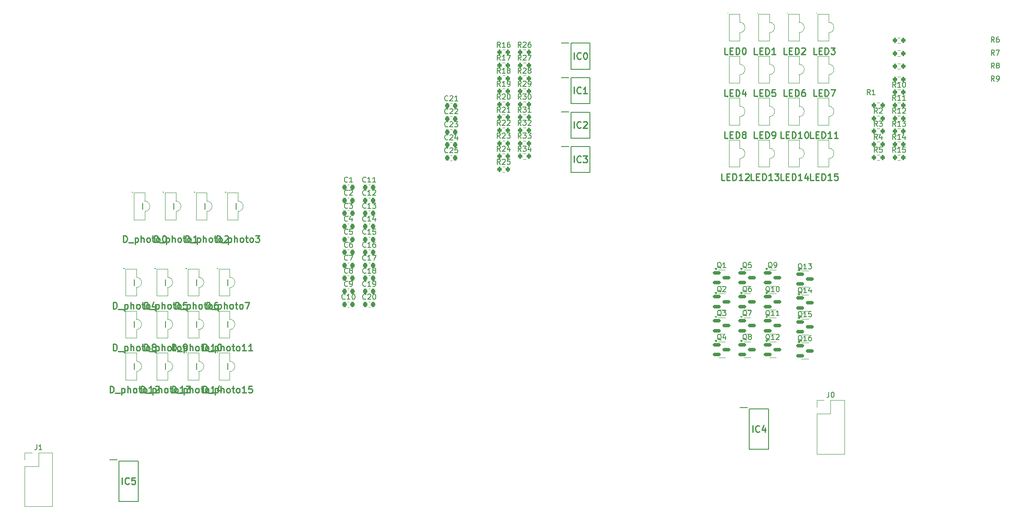
<source format=gbr>
%TF.GenerationSoftware,KiCad,Pcbnew,9.0.4*%
%TF.CreationDate,2025-09-05T13:59:23+10:00*%
%TF.ProjectId,scale-infrared-digitiser,7363616c-652d-4696-9e66-72617265642d,rev?*%
%TF.SameCoordinates,Original*%
%TF.FileFunction,Legend,Top*%
%TF.FilePolarity,Positive*%
%FSLAX46Y46*%
G04 Gerber Fmt 4.6, Leading zero omitted, Abs format (unit mm)*
G04 Created by KiCad (PCBNEW 9.0.4) date 2025-09-05 13:59:23*
%MOMM*%
%LPD*%
G01*
G04 APERTURE LIST*
G04 Aperture macros list*
%AMRoundRect*
0 Rectangle with rounded corners*
0 $1 Rounding radius*
0 $2 $3 $4 $5 $6 $7 $8 $9 X,Y pos of 4 corners*
0 Add a 4 corners polygon primitive as box body*
4,1,4,$2,$3,$4,$5,$6,$7,$8,$9,$2,$3,0*
0 Add four circle primitives for the rounded corners*
1,1,$1+$1,$2,$3*
1,1,$1+$1,$4,$5*
1,1,$1+$1,$6,$7*
1,1,$1+$1,$8,$9*
0 Add four rect primitives between the rounded corners*
20,1,$1+$1,$2,$3,$4,$5,0*
20,1,$1+$1,$4,$5,$6,$7,0*
20,1,$1+$1,$6,$7,$8,$9,0*
20,1,$1+$1,$8,$9,$2,$3,0*%
G04 Aperture macros list end*
%ADD10C,0.150000*%
%ADD11C,0.254000*%
%ADD12C,0.120000*%
%ADD13C,0.100000*%
%ADD14C,0.200000*%
%ADD15RoundRect,0.200000X-0.200000X-0.275000X0.200000X-0.275000X0.200000X0.275000X-0.200000X0.275000X0*%
%ADD16RoundRect,0.150000X-0.587500X-0.150000X0.587500X-0.150000X0.587500X0.150000X-0.587500X0.150000X0*%
%ADD17R,0.900000X0.900000*%
%ADD18R,1.500000X1.500000*%
%ADD19C,1.700000*%
%ADD20R,1.700000X1.700000*%
%ADD21R,1.475000X0.450000*%
%ADD22RoundRect,0.225000X-0.225000X-0.250000X0.225000X-0.250000X0.225000X0.250000X-0.225000X0.250000X0*%
G04 APERTURE END LIST*
D10*
X166807142Y-78499819D02*
X166473809Y-78023628D01*
X166235714Y-78499819D02*
X166235714Y-77499819D01*
X166235714Y-77499819D02*
X166616666Y-77499819D01*
X166616666Y-77499819D02*
X166711904Y-77547438D01*
X166711904Y-77547438D02*
X166759523Y-77595057D01*
X166759523Y-77595057D02*
X166807142Y-77690295D01*
X166807142Y-77690295D02*
X166807142Y-77833152D01*
X166807142Y-77833152D02*
X166759523Y-77928390D01*
X166759523Y-77928390D02*
X166711904Y-77976009D01*
X166711904Y-77976009D02*
X166616666Y-78023628D01*
X166616666Y-78023628D02*
X166235714Y-78023628D01*
X167140476Y-77499819D02*
X167759523Y-77499819D01*
X167759523Y-77499819D02*
X167426190Y-77880771D01*
X167426190Y-77880771D02*
X167569047Y-77880771D01*
X167569047Y-77880771D02*
X167664285Y-77928390D01*
X167664285Y-77928390D02*
X167711904Y-77976009D01*
X167711904Y-77976009D02*
X167759523Y-78071247D01*
X167759523Y-78071247D02*
X167759523Y-78309342D01*
X167759523Y-78309342D02*
X167711904Y-78404580D01*
X167711904Y-78404580D02*
X167664285Y-78452200D01*
X167664285Y-78452200D02*
X167569047Y-78499819D01*
X167569047Y-78499819D02*
X167283333Y-78499819D01*
X167283333Y-78499819D02*
X167188095Y-78452200D01*
X167188095Y-78452200D02*
X167140476Y-78404580D01*
X168616666Y-77833152D02*
X168616666Y-78499819D01*
X168378571Y-77452200D02*
X168140476Y-78166485D01*
X168140476Y-78166485D02*
X168759523Y-78166485D01*
X166807142Y-75989819D02*
X166473809Y-75513628D01*
X166235714Y-75989819D02*
X166235714Y-74989819D01*
X166235714Y-74989819D02*
X166616666Y-74989819D01*
X166616666Y-74989819D02*
X166711904Y-75037438D01*
X166711904Y-75037438D02*
X166759523Y-75085057D01*
X166759523Y-75085057D02*
X166807142Y-75180295D01*
X166807142Y-75180295D02*
X166807142Y-75323152D01*
X166807142Y-75323152D02*
X166759523Y-75418390D01*
X166759523Y-75418390D02*
X166711904Y-75466009D01*
X166711904Y-75466009D02*
X166616666Y-75513628D01*
X166616666Y-75513628D02*
X166235714Y-75513628D01*
X167140476Y-74989819D02*
X167759523Y-74989819D01*
X167759523Y-74989819D02*
X167426190Y-75370771D01*
X167426190Y-75370771D02*
X167569047Y-75370771D01*
X167569047Y-75370771D02*
X167664285Y-75418390D01*
X167664285Y-75418390D02*
X167711904Y-75466009D01*
X167711904Y-75466009D02*
X167759523Y-75561247D01*
X167759523Y-75561247D02*
X167759523Y-75799342D01*
X167759523Y-75799342D02*
X167711904Y-75894580D01*
X167711904Y-75894580D02*
X167664285Y-75942200D01*
X167664285Y-75942200D02*
X167569047Y-75989819D01*
X167569047Y-75989819D02*
X167283333Y-75989819D01*
X167283333Y-75989819D02*
X167188095Y-75942200D01*
X167188095Y-75942200D02*
X167140476Y-75894580D01*
X168092857Y-74989819D02*
X168711904Y-74989819D01*
X168711904Y-74989819D02*
X168378571Y-75370771D01*
X168378571Y-75370771D02*
X168521428Y-75370771D01*
X168521428Y-75370771D02*
X168616666Y-75418390D01*
X168616666Y-75418390D02*
X168664285Y-75466009D01*
X168664285Y-75466009D02*
X168711904Y-75561247D01*
X168711904Y-75561247D02*
X168711904Y-75799342D01*
X168711904Y-75799342D02*
X168664285Y-75894580D01*
X168664285Y-75894580D02*
X168616666Y-75942200D01*
X168616666Y-75942200D02*
X168521428Y-75989819D01*
X168521428Y-75989819D02*
X168235714Y-75989819D01*
X168235714Y-75989819D02*
X168140476Y-75942200D01*
X168140476Y-75942200D02*
X168092857Y-75894580D01*
X166807142Y-73479819D02*
X166473809Y-73003628D01*
X166235714Y-73479819D02*
X166235714Y-72479819D01*
X166235714Y-72479819D02*
X166616666Y-72479819D01*
X166616666Y-72479819D02*
X166711904Y-72527438D01*
X166711904Y-72527438D02*
X166759523Y-72575057D01*
X166759523Y-72575057D02*
X166807142Y-72670295D01*
X166807142Y-72670295D02*
X166807142Y-72813152D01*
X166807142Y-72813152D02*
X166759523Y-72908390D01*
X166759523Y-72908390D02*
X166711904Y-72956009D01*
X166711904Y-72956009D02*
X166616666Y-73003628D01*
X166616666Y-73003628D02*
X166235714Y-73003628D01*
X167140476Y-72479819D02*
X167759523Y-72479819D01*
X167759523Y-72479819D02*
X167426190Y-72860771D01*
X167426190Y-72860771D02*
X167569047Y-72860771D01*
X167569047Y-72860771D02*
X167664285Y-72908390D01*
X167664285Y-72908390D02*
X167711904Y-72956009D01*
X167711904Y-72956009D02*
X167759523Y-73051247D01*
X167759523Y-73051247D02*
X167759523Y-73289342D01*
X167759523Y-73289342D02*
X167711904Y-73384580D01*
X167711904Y-73384580D02*
X167664285Y-73432200D01*
X167664285Y-73432200D02*
X167569047Y-73479819D01*
X167569047Y-73479819D02*
X167283333Y-73479819D01*
X167283333Y-73479819D02*
X167188095Y-73432200D01*
X167188095Y-73432200D02*
X167140476Y-73384580D01*
X168140476Y-72575057D02*
X168188095Y-72527438D01*
X168188095Y-72527438D02*
X168283333Y-72479819D01*
X168283333Y-72479819D02*
X168521428Y-72479819D01*
X168521428Y-72479819D02*
X168616666Y-72527438D01*
X168616666Y-72527438D02*
X168664285Y-72575057D01*
X168664285Y-72575057D02*
X168711904Y-72670295D01*
X168711904Y-72670295D02*
X168711904Y-72765533D01*
X168711904Y-72765533D02*
X168664285Y-72908390D01*
X168664285Y-72908390D02*
X168092857Y-73479819D01*
X168092857Y-73479819D02*
X168711904Y-73479819D01*
X166807142Y-70969819D02*
X166473809Y-70493628D01*
X166235714Y-70969819D02*
X166235714Y-69969819D01*
X166235714Y-69969819D02*
X166616666Y-69969819D01*
X166616666Y-69969819D02*
X166711904Y-70017438D01*
X166711904Y-70017438D02*
X166759523Y-70065057D01*
X166759523Y-70065057D02*
X166807142Y-70160295D01*
X166807142Y-70160295D02*
X166807142Y-70303152D01*
X166807142Y-70303152D02*
X166759523Y-70398390D01*
X166759523Y-70398390D02*
X166711904Y-70446009D01*
X166711904Y-70446009D02*
X166616666Y-70493628D01*
X166616666Y-70493628D02*
X166235714Y-70493628D01*
X167140476Y-69969819D02*
X167759523Y-69969819D01*
X167759523Y-69969819D02*
X167426190Y-70350771D01*
X167426190Y-70350771D02*
X167569047Y-70350771D01*
X167569047Y-70350771D02*
X167664285Y-70398390D01*
X167664285Y-70398390D02*
X167711904Y-70446009D01*
X167711904Y-70446009D02*
X167759523Y-70541247D01*
X167759523Y-70541247D02*
X167759523Y-70779342D01*
X167759523Y-70779342D02*
X167711904Y-70874580D01*
X167711904Y-70874580D02*
X167664285Y-70922200D01*
X167664285Y-70922200D02*
X167569047Y-70969819D01*
X167569047Y-70969819D02*
X167283333Y-70969819D01*
X167283333Y-70969819D02*
X167188095Y-70922200D01*
X167188095Y-70922200D02*
X167140476Y-70874580D01*
X168711904Y-70969819D02*
X168140476Y-70969819D01*
X168426190Y-70969819D02*
X168426190Y-69969819D01*
X168426190Y-69969819D02*
X168330952Y-70112676D01*
X168330952Y-70112676D02*
X168235714Y-70207914D01*
X168235714Y-70207914D02*
X168140476Y-70255533D01*
X166807142Y-68459819D02*
X166473809Y-67983628D01*
X166235714Y-68459819D02*
X166235714Y-67459819D01*
X166235714Y-67459819D02*
X166616666Y-67459819D01*
X166616666Y-67459819D02*
X166711904Y-67507438D01*
X166711904Y-67507438D02*
X166759523Y-67555057D01*
X166759523Y-67555057D02*
X166807142Y-67650295D01*
X166807142Y-67650295D02*
X166807142Y-67793152D01*
X166807142Y-67793152D02*
X166759523Y-67888390D01*
X166759523Y-67888390D02*
X166711904Y-67936009D01*
X166711904Y-67936009D02*
X166616666Y-67983628D01*
X166616666Y-67983628D02*
X166235714Y-67983628D01*
X167140476Y-67459819D02*
X167759523Y-67459819D01*
X167759523Y-67459819D02*
X167426190Y-67840771D01*
X167426190Y-67840771D02*
X167569047Y-67840771D01*
X167569047Y-67840771D02*
X167664285Y-67888390D01*
X167664285Y-67888390D02*
X167711904Y-67936009D01*
X167711904Y-67936009D02*
X167759523Y-68031247D01*
X167759523Y-68031247D02*
X167759523Y-68269342D01*
X167759523Y-68269342D02*
X167711904Y-68364580D01*
X167711904Y-68364580D02*
X167664285Y-68412200D01*
X167664285Y-68412200D02*
X167569047Y-68459819D01*
X167569047Y-68459819D02*
X167283333Y-68459819D01*
X167283333Y-68459819D02*
X167188095Y-68412200D01*
X167188095Y-68412200D02*
X167140476Y-68364580D01*
X168378571Y-67459819D02*
X168473809Y-67459819D01*
X168473809Y-67459819D02*
X168569047Y-67507438D01*
X168569047Y-67507438D02*
X168616666Y-67555057D01*
X168616666Y-67555057D02*
X168664285Y-67650295D01*
X168664285Y-67650295D02*
X168711904Y-67840771D01*
X168711904Y-67840771D02*
X168711904Y-68078866D01*
X168711904Y-68078866D02*
X168664285Y-68269342D01*
X168664285Y-68269342D02*
X168616666Y-68364580D01*
X168616666Y-68364580D02*
X168569047Y-68412200D01*
X168569047Y-68412200D02*
X168473809Y-68459819D01*
X168473809Y-68459819D02*
X168378571Y-68459819D01*
X168378571Y-68459819D02*
X168283333Y-68412200D01*
X168283333Y-68412200D02*
X168235714Y-68364580D01*
X168235714Y-68364580D02*
X168188095Y-68269342D01*
X168188095Y-68269342D02*
X168140476Y-68078866D01*
X168140476Y-68078866D02*
X168140476Y-67840771D01*
X168140476Y-67840771D02*
X168188095Y-67650295D01*
X168188095Y-67650295D02*
X168235714Y-67555057D01*
X168235714Y-67555057D02*
X168283333Y-67507438D01*
X168283333Y-67507438D02*
X168378571Y-67459819D01*
X166807142Y-65949819D02*
X166473809Y-65473628D01*
X166235714Y-65949819D02*
X166235714Y-64949819D01*
X166235714Y-64949819D02*
X166616666Y-64949819D01*
X166616666Y-64949819D02*
X166711904Y-64997438D01*
X166711904Y-64997438D02*
X166759523Y-65045057D01*
X166759523Y-65045057D02*
X166807142Y-65140295D01*
X166807142Y-65140295D02*
X166807142Y-65283152D01*
X166807142Y-65283152D02*
X166759523Y-65378390D01*
X166759523Y-65378390D02*
X166711904Y-65426009D01*
X166711904Y-65426009D02*
X166616666Y-65473628D01*
X166616666Y-65473628D02*
X166235714Y-65473628D01*
X167188095Y-65045057D02*
X167235714Y-64997438D01*
X167235714Y-64997438D02*
X167330952Y-64949819D01*
X167330952Y-64949819D02*
X167569047Y-64949819D01*
X167569047Y-64949819D02*
X167664285Y-64997438D01*
X167664285Y-64997438D02*
X167711904Y-65045057D01*
X167711904Y-65045057D02*
X167759523Y-65140295D01*
X167759523Y-65140295D02*
X167759523Y-65235533D01*
X167759523Y-65235533D02*
X167711904Y-65378390D01*
X167711904Y-65378390D02*
X167140476Y-65949819D01*
X167140476Y-65949819D02*
X167759523Y-65949819D01*
X168235714Y-65949819D02*
X168426190Y-65949819D01*
X168426190Y-65949819D02*
X168521428Y-65902200D01*
X168521428Y-65902200D02*
X168569047Y-65854580D01*
X168569047Y-65854580D02*
X168664285Y-65711723D01*
X168664285Y-65711723D02*
X168711904Y-65521247D01*
X168711904Y-65521247D02*
X168711904Y-65140295D01*
X168711904Y-65140295D02*
X168664285Y-65045057D01*
X168664285Y-65045057D02*
X168616666Y-64997438D01*
X168616666Y-64997438D02*
X168521428Y-64949819D01*
X168521428Y-64949819D02*
X168330952Y-64949819D01*
X168330952Y-64949819D02*
X168235714Y-64997438D01*
X168235714Y-64997438D02*
X168188095Y-65045057D01*
X168188095Y-65045057D02*
X168140476Y-65140295D01*
X168140476Y-65140295D02*
X168140476Y-65378390D01*
X168140476Y-65378390D02*
X168188095Y-65473628D01*
X168188095Y-65473628D02*
X168235714Y-65521247D01*
X168235714Y-65521247D02*
X168330952Y-65568866D01*
X168330952Y-65568866D02*
X168521428Y-65568866D01*
X168521428Y-65568866D02*
X168616666Y-65521247D01*
X168616666Y-65521247D02*
X168664285Y-65473628D01*
X168664285Y-65473628D02*
X168711904Y-65378390D01*
X166807142Y-63439819D02*
X166473809Y-62963628D01*
X166235714Y-63439819D02*
X166235714Y-62439819D01*
X166235714Y-62439819D02*
X166616666Y-62439819D01*
X166616666Y-62439819D02*
X166711904Y-62487438D01*
X166711904Y-62487438D02*
X166759523Y-62535057D01*
X166759523Y-62535057D02*
X166807142Y-62630295D01*
X166807142Y-62630295D02*
X166807142Y-62773152D01*
X166807142Y-62773152D02*
X166759523Y-62868390D01*
X166759523Y-62868390D02*
X166711904Y-62916009D01*
X166711904Y-62916009D02*
X166616666Y-62963628D01*
X166616666Y-62963628D02*
X166235714Y-62963628D01*
X167188095Y-62535057D02*
X167235714Y-62487438D01*
X167235714Y-62487438D02*
X167330952Y-62439819D01*
X167330952Y-62439819D02*
X167569047Y-62439819D01*
X167569047Y-62439819D02*
X167664285Y-62487438D01*
X167664285Y-62487438D02*
X167711904Y-62535057D01*
X167711904Y-62535057D02*
X167759523Y-62630295D01*
X167759523Y-62630295D02*
X167759523Y-62725533D01*
X167759523Y-62725533D02*
X167711904Y-62868390D01*
X167711904Y-62868390D02*
X167140476Y-63439819D01*
X167140476Y-63439819D02*
X167759523Y-63439819D01*
X168330952Y-62868390D02*
X168235714Y-62820771D01*
X168235714Y-62820771D02*
X168188095Y-62773152D01*
X168188095Y-62773152D02*
X168140476Y-62677914D01*
X168140476Y-62677914D02*
X168140476Y-62630295D01*
X168140476Y-62630295D02*
X168188095Y-62535057D01*
X168188095Y-62535057D02*
X168235714Y-62487438D01*
X168235714Y-62487438D02*
X168330952Y-62439819D01*
X168330952Y-62439819D02*
X168521428Y-62439819D01*
X168521428Y-62439819D02*
X168616666Y-62487438D01*
X168616666Y-62487438D02*
X168664285Y-62535057D01*
X168664285Y-62535057D02*
X168711904Y-62630295D01*
X168711904Y-62630295D02*
X168711904Y-62677914D01*
X168711904Y-62677914D02*
X168664285Y-62773152D01*
X168664285Y-62773152D02*
X168616666Y-62820771D01*
X168616666Y-62820771D02*
X168521428Y-62868390D01*
X168521428Y-62868390D02*
X168330952Y-62868390D01*
X168330952Y-62868390D02*
X168235714Y-62916009D01*
X168235714Y-62916009D02*
X168188095Y-62963628D01*
X168188095Y-62963628D02*
X168140476Y-63058866D01*
X168140476Y-63058866D02*
X168140476Y-63249342D01*
X168140476Y-63249342D02*
X168188095Y-63344580D01*
X168188095Y-63344580D02*
X168235714Y-63392200D01*
X168235714Y-63392200D02*
X168330952Y-63439819D01*
X168330952Y-63439819D02*
X168521428Y-63439819D01*
X168521428Y-63439819D02*
X168616666Y-63392200D01*
X168616666Y-63392200D02*
X168664285Y-63344580D01*
X168664285Y-63344580D02*
X168711904Y-63249342D01*
X168711904Y-63249342D02*
X168711904Y-63058866D01*
X168711904Y-63058866D02*
X168664285Y-62963628D01*
X168664285Y-62963628D02*
X168616666Y-62916009D01*
X168616666Y-62916009D02*
X168521428Y-62868390D01*
X166807142Y-60929819D02*
X166473809Y-60453628D01*
X166235714Y-60929819D02*
X166235714Y-59929819D01*
X166235714Y-59929819D02*
X166616666Y-59929819D01*
X166616666Y-59929819D02*
X166711904Y-59977438D01*
X166711904Y-59977438D02*
X166759523Y-60025057D01*
X166759523Y-60025057D02*
X166807142Y-60120295D01*
X166807142Y-60120295D02*
X166807142Y-60263152D01*
X166807142Y-60263152D02*
X166759523Y-60358390D01*
X166759523Y-60358390D02*
X166711904Y-60406009D01*
X166711904Y-60406009D02*
X166616666Y-60453628D01*
X166616666Y-60453628D02*
X166235714Y-60453628D01*
X167188095Y-60025057D02*
X167235714Y-59977438D01*
X167235714Y-59977438D02*
X167330952Y-59929819D01*
X167330952Y-59929819D02*
X167569047Y-59929819D01*
X167569047Y-59929819D02*
X167664285Y-59977438D01*
X167664285Y-59977438D02*
X167711904Y-60025057D01*
X167711904Y-60025057D02*
X167759523Y-60120295D01*
X167759523Y-60120295D02*
X167759523Y-60215533D01*
X167759523Y-60215533D02*
X167711904Y-60358390D01*
X167711904Y-60358390D02*
X167140476Y-60929819D01*
X167140476Y-60929819D02*
X167759523Y-60929819D01*
X168092857Y-59929819D02*
X168759523Y-59929819D01*
X168759523Y-59929819D02*
X168330952Y-60929819D01*
X166807142Y-58419819D02*
X166473809Y-57943628D01*
X166235714Y-58419819D02*
X166235714Y-57419819D01*
X166235714Y-57419819D02*
X166616666Y-57419819D01*
X166616666Y-57419819D02*
X166711904Y-57467438D01*
X166711904Y-57467438D02*
X166759523Y-57515057D01*
X166759523Y-57515057D02*
X166807142Y-57610295D01*
X166807142Y-57610295D02*
X166807142Y-57753152D01*
X166807142Y-57753152D02*
X166759523Y-57848390D01*
X166759523Y-57848390D02*
X166711904Y-57896009D01*
X166711904Y-57896009D02*
X166616666Y-57943628D01*
X166616666Y-57943628D02*
X166235714Y-57943628D01*
X167188095Y-57515057D02*
X167235714Y-57467438D01*
X167235714Y-57467438D02*
X167330952Y-57419819D01*
X167330952Y-57419819D02*
X167569047Y-57419819D01*
X167569047Y-57419819D02*
X167664285Y-57467438D01*
X167664285Y-57467438D02*
X167711904Y-57515057D01*
X167711904Y-57515057D02*
X167759523Y-57610295D01*
X167759523Y-57610295D02*
X167759523Y-57705533D01*
X167759523Y-57705533D02*
X167711904Y-57848390D01*
X167711904Y-57848390D02*
X167140476Y-58419819D01*
X167140476Y-58419819D02*
X167759523Y-58419819D01*
X168616666Y-57419819D02*
X168426190Y-57419819D01*
X168426190Y-57419819D02*
X168330952Y-57467438D01*
X168330952Y-57467438D02*
X168283333Y-57515057D01*
X168283333Y-57515057D02*
X168188095Y-57657914D01*
X168188095Y-57657914D02*
X168140476Y-57848390D01*
X168140476Y-57848390D02*
X168140476Y-58229342D01*
X168140476Y-58229342D02*
X168188095Y-58324580D01*
X168188095Y-58324580D02*
X168235714Y-58372200D01*
X168235714Y-58372200D02*
X168330952Y-58419819D01*
X168330952Y-58419819D02*
X168521428Y-58419819D01*
X168521428Y-58419819D02*
X168616666Y-58372200D01*
X168616666Y-58372200D02*
X168664285Y-58324580D01*
X168664285Y-58324580D02*
X168711904Y-58229342D01*
X168711904Y-58229342D02*
X168711904Y-57991247D01*
X168711904Y-57991247D02*
X168664285Y-57896009D01*
X168664285Y-57896009D02*
X168616666Y-57848390D01*
X168616666Y-57848390D02*
X168521428Y-57800771D01*
X168521428Y-57800771D02*
X168330952Y-57800771D01*
X168330952Y-57800771D02*
X168235714Y-57848390D01*
X168235714Y-57848390D02*
X168188095Y-57896009D01*
X168188095Y-57896009D02*
X168140476Y-57991247D01*
X162797142Y-81009819D02*
X162463809Y-80533628D01*
X162225714Y-81009819D02*
X162225714Y-80009819D01*
X162225714Y-80009819D02*
X162606666Y-80009819D01*
X162606666Y-80009819D02*
X162701904Y-80057438D01*
X162701904Y-80057438D02*
X162749523Y-80105057D01*
X162749523Y-80105057D02*
X162797142Y-80200295D01*
X162797142Y-80200295D02*
X162797142Y-80343152D01*
X162797142Y-80343152D02*
X162749523Y-80438390D01*
X162749523Y-80438390D02*
X162701904Y-80486009D01*
X162701904Y-80486009D02*
X162606666Y-80533628D01*
X162606666Y-80533628D02*
X162225714Y-80533628D01*
X163178095Y-80105057D02*
X163225714Y-80057438D01*
X163225714Y-80057438D02*
X163320952Y-80009819D01*
X163320952Y-80009819D02*
X163559047Y-80009819D01*
X163559047Y-80009819D02*
X163654285Y-80057438D01*
X163654285Y-80057438D02*
X163701904Y-80105057D01*
X163701904Y-80105057D02*
X163749523Y-80200295D01*
X163749523Y-80200295D02*
X163749523Y-80295533D01*
X163749523Y-80295533D02*
X163701904Y-80438390D01*
X163701904Y-80438390D02*
X163130476Y-81009819D01*
X163130476Y-81009819D02*
X163749523Y-81009819D01*
X164654285Y-80009819D02*
X164178095Y-80009819D01*
X164178095Y-80009819D02*
X164130476Y-80486009D01*
X164130476Y-80486009D02*
X164178095Y-80438390D01*
X164178095Y-80438390D02*
X164273333Y-80390771D01*
X164273333Y-80390771D02*
X164511428Y-80390771D01*
X164511428Y-80390771D02*
X164606666Y-80438390D01*
X164606666Y-80438390D02*
X164654285Y-80486009D01*
X164654285Y-80486009D02*
X164701904Y-80581247D01*
X164701904Y-80581247D02*
X164701904Y-80819342D01*
X164701904Y-80819342D02*
X164654285Y-80914580D01*
X164654285Y-80914580D02*
X164606666Y-80962200D01*
X164606666Y-80962200D02*
X164511428Y-81009819D01*
X164511428Y-81009819D02*
X164273333Y-81009819D01*
X164273333Y-81009819D02*
X164178095Y-80962200D01*
X164178095Y-80962200D02*
X164130476Y-80914580D01*
X162797142Y-78499819D02*
X162463809Y-78023628D01*
X162225714Y-78499819D02*
X162225714Y-77499819D01*
X162225714Y-77499819D02*
X162606666Y-77499819D01*
X162606666Y-77499819D02*
X162701904Y-77547438D01*
X162701904Y-77547438D02*
X162749523Y-77595057D01*
X162749523Y-77595057D02*
X162797142Y-77690295D01*
X162797142Y-77690295D02*
X162797142Y-77833152D01*
X162797142Y-77833152D02*
X162749523Y-77928390D01*
X162749523Y-77928390D02*
X162701904Y-77976009D01*
X162701904Y-77976009D02*
X162606666Y-78023628D01*
X162606666Y-78023628D02*
X162225714Y-78023628D01*
X163178095Y-77595057D02*
X163225714Y-77547438D01*
X163225714Y-77547438D02*
X163320952Y-77499819D01*
X163320952Y-77499819D02*
X163559047Y-77499819D01*
X163559047Y-77499819D02*
X163654285Y-77547438D01*
X163654285Y-77547438D02*
X163701904Y-77595057D01*
X163701904Y-77595057D02*
X163749523Y-77690295D01*
X163749523Y-77690295D02*
X163749523Y-77785533D01*
X163749523Y-77785533D02*
X163701904Y-77928390D01*
X163701904Y-77928390D02*
X163130476Y-78499819D01*
X163130476Y-78499819D02*
X163749523Y-78499819D01*
X164606666Y-77833152D02*
X164606666Y-78499819D01*
X164368571Y-77452200D02*
X164130476Y-78166485D01*
X164130476Y-78166485D02*
X164749523Y-78166485D01*
X162797142Y-75989819D02*
X162463809Y-75513628D01*
X162225714Y-75989819D02*
X162225714Y-74989819D01*
X162225714Y-74989819D02*
X162606666Y-74989819D01*
X162606666Y-74989819D02*
X162701904Y-75037438D01*
X162701904Y-75037438D02*
X162749523Y-75085057D01*
X162749523Y-75085057D02*
X162797142Y-75180295D01*
X162797142Y-75180295D02*
X162797142Y-75323152D01*
X162797142Y-75323152D02*
X162749523Y-75418390D01*
X162749523Y-75418390D02*
X162701904Y-75466009D01*
X162701904Y-75466009D02*
X162606666Y-75513628D01*
X162606666Y-75513628D02*
X162225714Y-75513628D01*
X163178095Y-75085057D02*
X163225714Y-75037438D01*
X163225714Y-75037438D02*
X163320952Y-74989819D01*
X163320952Y-74989819D02*
X163559047Y-74989819D01*
X163559047Y-74989819D02*
X163654285Y-75037438D01*
X163654285Y-75037438D02*
X163701904Y-75085057D01*
X163701904Y-75085057D02*
X163749523Y-75180295D01*
X163749523Y-75180295D02*
X163749523Y-75275533D01*
X163749523Y-75275533D02*
X163701904Y-75418390D01*
X163701904Y-75418390D02*
X163130476Y-75989819D01*
X163130476Y-75989819D02*
X163749523Y-75989819D01*
X164082857Y-74989819D02*
X164701904Y-74989819D01*
X164701904Y-74989819D02*
X164368571Y-75370771D01*
X164368571Y-75370771D02*
X164511428Y-75370771D01*
X164511428Y-75370771D02*
X164606666Y-75418390D01*
X164606666Y-75418390D02*
X164654285Y-75466009D01*
X164654285Y-75466009D02*
X164701904Y-75561247D01*
X164701904Y-75561247D02*
X164701904Y-75799342D01*
X164701904Y-75799342D02*
X164654285Y-75894580D01*
X164654285Y-75894580D02*
X164606666Y-75942200D01*
X164606666Y-75942200D02*
X164511428Y-75989819D01*
X164511428Y-75989819D02*
X164225714Y-75989819D01*
X164225714Y-75989819D02*
X164130476Y-75942200D01*
X164130476Y-75942200D02*
X164082857Y-75894580D01*
X162797142Y-73479819D02*
X162463809Y-73003628D01*
X162225714Y-73479819D02*
X162225714Y-72479819D01*
X162225714Y-72479819D02*
X162606666Y-72479819D01*
X162606666Y-72479819D02*
X162701904Y-72527438D01*
X162701904Y-72527438D02*
X162749523Y-72575057D01*
X162749523Y-72575057D02*
X162797142Y-72670295D01*
X162797142Y-72670295D02*
X162797142Y-72813152D01*
X162797142Y-72813152D02*
X162749523Y-72908390D01*
X162749523Y-72908390D02*
X162701904Y-72956009D01*
X162701904Y-72956009D02*
X162606666Y-73003628D01*
X162606666Y-73003628D02*
X162225714Y-73003628D01*
X163178095Y-72575057D02*
X163225714Y-72527438D01*
X163225714Y-72527438D02*
X163320952Y-72479819D01*
X163320952Y-72479819D02*
X163559047Y-72479819D01*
X163559047Y-72479819D02*
X163654285Y-72527438D01*
X163654285Y-72527438D02*
X163701904Y-72575057D01*
X163701904Y-72575057D02*
X163749523Y-72670295D01*
X163749523Y-72670295D02*
X163749523Y-72765533D01*
X163749523Y-72765533D02*
X163701904Y-72908390D01*
X163701904Y-72908390D02*
X163130476Y-73479819D01*
X163130476Y-73479819D02*
X163749523Y-73479819D01*
X164130476Y-72575057D02*
X164178095Y-72527438D01*
X164178095Y-72527438D02*
X164273333Y-72479819D01*
X164273333Y-72479819D02*
X164511428Y-72479819D01*
X164511428Y-72479819D02*
X164606666Y-72527438D01*
X164606666Y-72527438D02*
X164654285Y-72575057D01*
X164654285Y-72575057D02*
X164701904Y-72670295D01*
X164701904Y-72670295D02*
X164701904Y-72765533D01*
X164701904Y-72765533D02*
X164654285Y-72908390D01*
X164654285Y-72908390D02*
X164082857Y-73479819D01*
X164082857Y-73479819D02*
X164701904Y-73479819D01*
X162797142Y-70969819D02*
X162463809Y-70493628D01*
X162225714Y-70969819D02*
X162225714Y-69969819D01*
X162225714Y-69969819D02*
X162606666Y-69969819D01*
X162606666Y-69969819D02*
X162701904Y-70017438D01*
X162701904Y-70017438D02*
X162749523Y-70065057D01*
X162749523Y-70065057D02*
X162797142Y-70160295D01*
X162797142Y-70160295D02*
X162797142Y-70303152D01*
X162797142Y-70303152D02*
X162749523Y-70398390D01*
X162749523Y-70398390D02*
X162701904Y-70446009D01*
X162701904Y-70446009D02*
X162606666Y-70493628D01*
X162606666Y-70493628D02*
X162225714Y-70493628D01*
X163178095Y-70065057D02*
X163225714Y-70017438D01*
X163225714Y-70017438D02*
X163320952Y-69969819D01*
X163320952Y-69969819D02*
X163559047Y-69969819D01*
X163559047Y-69969819D02*
X163654285Y-70017438D01*
X163654285Y-70017438D02*
X163701904Y-70065057D01*
X163701904Y-70065057D02*
X163749523Y-70160295D01*
X163749523Y-70160295D02*
X163749523Y-70255533D01*
X163749523Y-70255533D02*
X163701904Y-70398390D01*
X163701904Y-70398390D02*
X163130476Y-70969819D01*
X163130476Y-70969819D02*
X163749523Y-70969819D01*
X164701904Y-70969819D02*
X164130476Y-70969819D01*
X164416190Y-70969819D02*
X164416190Y-69969819D01*
X164416190Y-69969819D02*
X164320952Y-70112676D01*
X164320952Y-70112676D02*
X164225714Y-70207914D01*
X164225714Y-70207914D02*
X164130476Y-70255533D01*
X162797142Y-68459819D02*
X162463809Y-67983628D01*
X162225714Y-68459819D02*
X162225714Y-67459819D01*
X162225714Y-67459819D02*
X162606666Y-67459819D01*
X162606666Y-67459819D02*
X162701904Y-67507438D01*
X162701904Y-67507438D02*
X162749523Y-67555057D01*
X162749523Y-67555057D02*
X162797142Y-67650295D01*
X162797142Y-67650295D02*
X162797142Y-67793152D01*
X162797142Y-67793152D02*
X162749523Y-67888390D01*
X162749523Y-67888390D02*
X162701904Y-67936009D01*
X162701904Y-67936009D02*
X162606666Y-67983628D01*
X162606666Y-67983628D02*
X162225714Y-67983628D01*
X163178095Y-67555057D02*
X163225714Y-67507438D01*
X163225714Y-67507438D02*
X163320952Y-67459819D01*
X163320952Y-67459819D02*
X163559047Y-67459819D01*
X163559047Y-67459819D02*
X163654285Y-67507438D01*
X163654285Y-67507438D02*
X163701904Y-67555057D01*
X163701904Y-67555057D02*
X163749523Y-67650295D01*
X163749523Y-67650295D02*
X163749523Y-67745533D01*
X163749523Y-67745533D02*
X163701904Y-67888390D01*
X163701904Y-67888390D02*
X163130476Y-68459819D01*
X163130476Y-68459819D02*
X163749523Y-68459819D01*
X164368571Y-67459819D02*
X164463809Y-67459819D01*
X164463809Y-67459819D02*
X164559047Y-67507438D01*
X164559047Y-67507438D02*
X164606666Y-67555057D01*
X164606666Y-67555057D02*
X164654285Y-67650295D01*
X164654285Y-67650295D02*
X164701904Y-67840771D01*
X164701904Y-67840771D02*
X164701904Y-68078866D01*
X164701904Y-68078866D02*
X164654285Y-68269342D01*
X164654285Y-68269342D02*
X164606666Y-68364580D01*
X164606666Y-68364580D02*
X164559047Y-68412200D01*
X164559047Y-68412200D02*
X164463809Y-68459819D01*
X164463809Y-68459819D02*
X164368571Y-68459819D01*
X164368571Y-68459819D02*
X164273333Y-68412200D01*
X164273333Y-68412200D02*
X164225714Y-68364580D01*
X164225714Y-68364580D02*
X164178095Y-68269342D01*
X164178095Y-68269342D02*
X164130476Y-68078866D01*
X164130476Y-68078866D02*
X164130476Y-67840771D01*
X164130476Y-67840771D02*
X164178095Y-67650295D01*
X164178095Y-67650295D02*
X164225714Y-67555057D01*
X164225714Y-67555057D02*
X164273333Y-67507438D01*
X164273333Y-67507438D02*
X164368571Y-67459819D01*
X162797142Y-65949819D02*
X162463809Y-65473628D01*
X162225714Y-65949819D02*
X162225714Y-64949819D01*
X162225714Y-64949819D02*
X162606666Y-64949819D01*
X162606666Y-64949819D02*
X162701904Y-64997438D01*
X162701904Y-64997438D02*
X162749523Y-65045057D01*
X162749523Y-65045057D02*
X162797142Y-65140295D01*
X162797142Y-65140295D02*
X162797142Y-65283152D01*
X162797142Y-65283152D02*
X162749523Y-65378390D01*
X162749523Y-65378390D02*
X162701904Y-65426009D01*
X162701904Y-65426009D02*
X162606666Y-65473628D01*
X162606666Y-65473628D02*
X162225714Y-65473628D01*
X163749523Y-65949819D02*
X163178095Y-65949819D01*
X163463809Y-65949819D02*
X163463809Y-64949819D01*
X163463809Y-64949819D02*
X163368571Y-65092676D01*
X163368571Y-65092676D02*
X163273333Y-65187914D01*
X163273333Y-65187914D02*
X163178095Y-65235533D01*
X164225714Y-65949819D02*
X164416190Y-65949819D01*
X164416190Y-65949819D02*
X164511428Y-65902200D01*
X164511428Y-65902200D02*
X164559047Y-65854580D01*
X164559047Y-65854580D02*
X164654285Y-65711723D01*
X164654285Y-65711723D02*
X164701904Y-65521247D01*
X164701904Y-65521247D02*
X164701904Y-65140295D01*
X164701904Y-65140295D02*
X164654285Y-65045057D01*
X164654285Y-65045057D02*
X164606666Y-64997438D01*
X164606666Y-64997438D02*
X164511428Y-64949819D01*
X164511428Y-64949819D02*
X164320952Y-64949819D01*
X164320952Y-64949819D02*
X164225714Y-64997438D01*
X164225714Y-64997438D02*
X164178095Y-65045057D01*
X164178095Y-65045057D02*
X164130476Y-65140295D01*
X164130476Y-65140295D02*
X164130476Y-65378390D01*
X164130476Y-65378390D02*
X164178095Y-65473628D01*
X164178095Y-65473628D02*
X164225714Y-65521247D01*
X164225714Y-65521247D02*
X164320952Y-65568866D01*
X164320952Y-65568866D02*
X164511428Y-65568866D01*
X164511428Y-65568866D02*
X164606666Y-65521247D01*
X164606666Y-65521247D02*
X164654285Y-65473628D01*
X164654285Y-65473628D02*
X164701904Y-65378390D01*
X162797142Y-63439819D02*
X162463809Y-62963628D01*
X162225714Y-63439819D02*
X162225714Y-62439819D01*
X162225714Y-62439819D02*
X162606666Y-62439819D01*
X162606666Y-62439819D02*
X162701904Y-62487438D01*
X162701904Y-62487438D02*
X162749523Y-62535057D01*
X162749523Y-62535057D02*
X162797142Y-62630295D01*
X162797142Y-62630295D02*
X162797142Y-62773152D01*
X162797142Y-62773152D02*
X162749523Y-62868390D01*
X162749523Y-62868390D02*
X162701904Y-62916009D01*
X162701904Y-62916009D02*
X162606666Y-62963628D01*
X162606666Y-62963628D02*
X162225714Y-62963628D01*
X163749523Y-63439819D02*
X163178095Y-63439819D01*
X163463809Y-63439819D02*
X163463809Y-62439819D01*
X163463809Y-62439819D02*
X163368571Y-62582676D01*
X163368571Y-62582676D02*
X163273333Y-62677914D01*
X163273333Y-62677914D02*
X163178095Y-62725533D01*
X164320952Y-62868390D02*
X164225714Y-62820771D01*
X164225714Y-62820771D02*
X164178095Y-62773152D01*
X164178095Y-62773152D02*
X164130476Y-62677914D01*
X164130476Y-62677914D02*
X164130476Y-62630295D01*
X164130476Y-62630295D02*
X164178095Y-62535057D01*
X164178095Y-62535057D02*
X164225714Y-62487438D01*
X164225714Y-62487438D02*
X164320952Y-62439819D01*
X164320952Y-62439819D02*
X164511428Y-62439819D01*
X164511428Y-62439819D02*
X164606666Y-62487438D01*
X164606666Y-62487438D02*
X164654285Y-62535057D01*
X164654285Y-62535057D02*
X164701904Y-62630295D01*
X164701904Y-62630295D02*
X164701904Y-62677914D01*
X164701904Y-62677914D02*
X164654285Y-62773152D01*
X164654285Y-62773152D02*
X164606666Y-62820771D01*
X164606666Y-62820771D02*
X164511428Y-62868390D01*
X164511428Y-62868390D02*
X164320952Y-62868390D01*
X164320952Y-62868390D02*
X164225714Y-62916009D01*
X164225714Y-62916009D02*
X164178095Y-62963628D01*
X164178095Y-62963628D02*
X164130476Y-63058866D01*
X164130476Y-63058866D02*
X164130476Y-63249342D01*
X164130476Y-63249342D02*
X164178095Y-63344580D01*
X164178095Y-63344580D02*
X164225714Y-63392200D01*
X164225714Y-63392200D02*
X164320952Y-63439819D01*
X164320952Y-63439819D02*
X164511428Y-63439819D01*
X164511428Y-63439819D02*
X164606666Y-63392200D01*
X164606666Y-63392200D02*
X164654285Y-63344580D01*
X164654285Y-63344580D02*
X164701904Y-63249342D01*
X164701904Y-63249342D02*
X164701904Y-63058866D01*
X164701904Y-63058866D02*
X164654285Y-62963628D01*
X164654285Y-62963628D02*
X164606666Y-62916009D01*
X164606666Y-62916009D02*
X164511428Y-62868390D01*
X162797142Y-60929819D02*
X162463809Y-60453628D01*
X162225714Y-60929819D02*
X162225714Y-59929819D01*
X162225714Y-59929819D02*
X162606666Y-59929819D01*
X162606666Y-59929819D02*
X162701904Y-59977438D01*
X162701904Y-59977438D02*
X162749523Y-60025057D01*
X162749523Y-60025057D02*
X162797142Y-60120295D01*
X162797142Y-60120295D02*
X162797142Y-60263152D01*
X162797142Y-60263152D02*
X162749523Y-60358390D01*
X162749523Y-60358390D02*
X162701904Y-60406009D01*
X162701904Y-60406009D02*
X162606666Y-60453628D01*
X162606666Y-60453628D02*
X162225714Y-60453628D01*
X163749523Y-60929819D02*
X163178095Y-60929819D01*
X163463809Y-60929819D02*
X163463809Y-59929819D01*
X163463809Y-59929819D02*
X163368571Y-60072676D01*
X163368571Y-60072676D02*
X163273333Y-60167914D01*
X163273333Y-60167914D02*
X163178095Y-60215533D01*
X164082857Y-59929819D02*
X164749523Y-59929819D01*
X164749523Y-59929819D02*
X164320952Y-60929819D01*
X162797142Y-58419819D02*
X162463809Y-57943628D01*
X162225714Y-58419819D02*
X162225714Y-57419819D01*
X162225714Y-57419819D02*
X162606666Y-57419819D01*
X162606666Y-57419819D02*
X162701904Y-57467438D01*
X162701904Y-57467438D02*
X162749523Y-57515057D01*
X162749523Y-57515057D02*
X162797142Y-57610295D01*
X162797142Y-57610295D02*
X162797142Y-57753152D01*
X162797142Y-57753152D02*
X162749523Y-57848390D01*
X162749523Y-57848390D02*
X162701904Y-57896009D01*
X162701904Y-57896009D02*
X162606666Y-57943628D01*
X162606666Y-57943628D02*
X162225714Y-57943628D01*
X163749523Y-58419819D02*
X163178095Y-58419819D01*
X163463809Y-58419819D02*
X163463809Y-57419819D01*
X163463809Y-57419819D02*
X163368571Y-57562676D01*
X163368571Y-57562676D02*
X163273333Y-57657914D01*
X163273333Y-57657914D02*
X163178095Y-57705533D01*
X164606666Y-57419819D02*
X164416190Y-57419819D01*
X164416190Y-57419819D02*
X164320952Y-57467438D01*
X164320952Y-57467438D02*
X164273333Y-57515057D01*
X164273333Y-57515057D02*
X164178095Y-57657914D01*
X164178095Y-57657914D02*
X164130476Y-57848390D01*
X164130476Y-57848390D02*
X164130476Y-58229342D01*
X164130476Y-58229342D02*
X164178095Y-58324580D01*
X164178095Y-58324580D02*
X164225714Y-58372200D01*
X164225714Y-58372200D02*
X164320952Y-58419819D01*
X164320952Y-58419819D02*
X164511428Y-58419819D01*
X164511428Y-58419819D02*
X164606666Y-58372200D01*
X164606666Y-58372200D02*
X164654285Y-58324580D01*
X164654285Y-58324580D02*
X164701904Y-58229342D01*
X164701904Y-58229342D02*
X164701904Y-57991247D01*
X164701904Y-57991247D02*
X164654285Y-57896009D01*
X164654285Y-57896009D02*
X164606666Y-57848390D01*
X164606666Y-57848390D02*
X164511428Y-57800771D01*
X164511428Y-57800771D02*
X164320952Y-57800771D01*
X164320952Y-57800771D02*
X164225714Y-57848390D01*
X164225714Y-57848390D02*
X164178095Y-57896009D01*
X164178095Y-57896009D02*
X164130476Y-57991247D01*
X239057142Y-78694819D02*
X238723809Y-78218628D01*
X238485714Y-78694819D02*
X238485714Y-77694819D01*
X238485714Y-77694819D02*
X238866666Y-77694819D01*
X238866666Y-77694819D02*
X238961904Y-77742438D01*
X238961904Y-77742438D02*
X239009523Y-77790057D01*
X239009523Y-77790057D02*
X239057142Y-77885295D01*
X239057142Y-77885295D02*
X239057142Y-78028152D01*
X239057142Y-78028152D02*
X239009523Y-78123390D01*
X239009523Y-78123390D02*
X238961904Y-78171009D01*
X238961904Y-78171009D02*
X238866666Y-78218628D01*
X238866666Y-78218628D02*
X238485714Y-78218628D01*
X240009523Y-78694819D02*
X239438095Y-78694819D01*
X239723809Y-78694819D02*
X239723809Y-77694819D01*
X239723809Y-77694819D02*
X239628571Y-77837676D01*
X239628571Y-77837676D02*
X239533333Y-77932914D01*
X239533333Y-77932914D02*
X239438095Y-77980533D01*
X240914285Y-77694819D02*
X240438095Y-77694819D01*
X240438095Y-77694819D02*
X240390476Y-78171009D01*
X240390476Y-78171009D02*
X240438095Y-78123390D01*
X240438095Y-78123390D02*
X240533333Y-78075771D01*
X240533333Y-78075771D02*
X240771428Y-78075771D01*
X240771428Y-78075771D02*
X240866666Y-78123390D01*
X240866666Y-78123390D02*
X240914285Y-78171009D01*
X240914285Y-78171009D02*
X240961904Y-78266247D01*
X240961904Y-78266247D02*
X240961904Y-78504342D01*
X240961904Y-78504342D02*
X240914285Y-78599580D01*
X240914285Y-78599580D02*
X240866666Y-78647200D01*
X240866666Y-78647200D02*
X240771428Y-78694819D01*
X240771428Y-78694819D02*
X240533333Y-78694819D01*
X240533333Y-78694819D02*
X240438095Y-78647200D01*
X240438095Y-78647200D02*
X240390476Y-78599580D01*
X239057142Y-76184819D02*
X238723809Y-75708628D01*
X238485714Y-76184819D02*
X238485714Y-75184819D01*
X238485714Y-75184819D02*
X238866666Y-75184819D01*
X238866666Y-75184819D02*
X238961904Y-75232438D01*
X238961904Y-75232438D02*
X239009523Y-75280057D01*
X239009523Y-75280057D02*
X239057142Y-75375295D01*
X239057142Y-75375295D02*
X239057142Y-75518152D01*
X239057142Y-75518152D02*
X239009523Y-75613390D01*
X239009523Y-75613390D02*
X238961904Y-75661009D01*
X238961904Y-75661009D02*
X238866666Y-75708628D01*
X238866666Y-75708628D02*
X238485714Y-75708628D01*
X240009523Y-76184819D02*
X239438095Y-76184819D01*
X239723809Y-76184819D02*
X239723809Y-75184819D01*
X239723809Y-75184819D02*
X239628571Y-75327676D01*
X239628571Y-75327676D02*
X239533333Y-75422914D01*
X239533333Y-75422914D02*
X239438095Y-75470533D01*
X240866666Y-75518152D02*
X240866666Y-76184819D01*
X240628571Y-75137200D02*
X240390476Y-75851485D01*
X240390476Y-75851485D02*
X241009523Y-75851485D01*
X239057142Y-73674819D02*
X238723809Y-73198628D01*
X238485714Y-73674819D02*
X238485714Y-72674819D01*
X238485714Y-72674819D02*
X238866666Y-72674819D01*
X238866666Y-72674819D02*
X238961904Y-72722438D01*
X238961904Y-72722438D02*
X239009523Y-72770057D01*
X239009523Y-72770057D02*
X239057142Y-72865295D01*
X239057142Y-72865295D02*
X239057142Y-73008152D01*
X239057142Y-73008152D02*
X239009523Y-73103390D01*
X239009523Y-73103390D02*
X238961904Y-73151009D01*
X238961904Y-73151009D02*
X238866666Y-73198628D01*
X238866666Y-73198628D02*
X238485714Y-73198628D01*
X240009523Y-73674819D02*
X239438095Y-73674819D01*
X239723809Y-73674819D02*
X239723809Y-72674819D01*
X239723809Y-72674819D02*
X239628571Y-72817676D01*
X239628571Y-72817676D02*
X239533333Y-72912914D01*
X239533333Y-72912914D02*
X239438095Y-72960533D01*
X240342857Y-72674819D02*
X240961904Y-72674819D01*
X240961904Y-72674819D02*
X240628571Y-73055771D01*
X240628571Y-73055771D02*
X240771428Y-73055771D01*
X240771428Y-73055771D02*
X240866666Y-73103390D01*
X240866666Y-73103390D02*
X240914285Y-73151009D01*
X240914285Y-73151009D02*
X240961904Y-73246247D01*
X240961904Y-73246247D02*
X240961904Y-73484342D01*
X240961904Y-73484342D02*
X240914285Y-73579580D01*
X240914285Y-73579580D02*
X240866666Y-73627200D01*
X240866666Y-73627200D02*
X240771428Y-73674819D01*
X240771428Y-73674819D02*
X240485714Y-73674819D01*
X240485714Y-73674819D02*
X240390476Y-73627200D01*
X240390476Y-73627200D02*
X240342857Y-73579580D01*
X239057142Y-71164819D02*
X238723809Y-70688628D01*
X238485714Y-71164819D02*
X238485714Y-70164819D01*
X238485714Y-70164819D02*
X238866666Y-70164819D01*
X238866666Y-70164819D02*
X238961904Y-70212438D01*
X238961904Y-70212438D02*
X239009523Y-70260057D01*
X239009523Y-70260057D02*
X239057142Y-70355295D01*
X239057142Y-70355295D02*
X239057142Y-70498152D01*
X239057142Y-70498152D02*
X239009523Y-70593390D01*
X239009523Y-70593390D02*
X238961904Y-70641009D01*
X238961904Y-70641009D02*
X238866666Y-70688628D01*
X238866666Y-70688628D02*
X238485714Y-70688628D01*
X240009523Y-71164819D02*
X239438095Y-71164819D01*
X239723809Y-71164819D02*
X239723809Y-70164819D01*
X239723809Y-70164819D02*
X239628571Y-70307676D01*
X239628571Y-70307676D02*
X239533333Y-70402914D01*
X239533333Y-70402914D02*
X239438095Y-70450533D01*
X240390476Y-70260057D02*
X240438095Y-70212438D01*
X240438095Y-70212438D02*
X240533333Y-70164819D01*
X240533333Y-70164819D02*
X240771428Y-70164819D01*
X240771428Y-70164819D02*
X240866666Y-70212438D01*
X240866666Y-70212438D02*
X240914285Y-70260057D01*
X240914285Y-70260057D02*
X240961904Y-70355295D01*
X240961904Y-70355295D02*
X240961904Y-70450533D01*
X240961904Y-70450533D02*
X240914285Y-70593390D01*
X240914285Y-70593390D02*
X240342857Y-71164819D01*
X240342857Y-71164819D02*
X240961904Y-71164819D01*
X239057142Y-68654819D02*
X238723809Y-68178628D01*
X238485714Y-68654819D02*
X238485714Y-67654819D01*
X238485714Y-67654819D02*
X238866666Y-67654819D01*
X238866666Y-67654819D02*
X238961904Y-67702438D01*
X238961904Y-67702438D02*
X239009523Y-67750057D01*
X239009523Y-67750057D02*
X239057142Y-67845295D01*
X239057142Y-67845295D02*
X239057142Y-67988152D01*
X239057142Y-67988152D02*
X239009523Y-68083390D01*
X239009523Y-68083390D02*
X238961904Y-68131009D01*
X238961904Y-68131009D02*
X238866666Y-68178628D01*
X238866666Y-68178628D02*
X238485714Y-68178628D01*
X240009523Y-68654819D02*
X239438095Y-68654819D01*
X239723809Y-68654819D02*
X239723809Y-67654819D01*
X239723809Y-67654819D02*
X239628571Y-67797676D01*
X239628571Y-67797676D02*
X239533333Y-67892914D01*
X239533333Y-67892914D02*
X239438095Y-67940533D01*
X240961904Y-68654819D02*
X240390476Y-68654819D01*
X240676190Y-68654819D02*
X240676190Y-67654819D01*
X240676190Y-67654819D02*
X240580952Y-67797676D01*
X240580952Y-67797676D02*
X240485714Y-67892914D01*
X240485714Y-67892914D02*
X240390476Y-67940533D01*
X239057142Y-66144819D02*
X238723809Y-65668628D01*
X238485714Y-66144819D02*
X238485714Y-65144819D01*
X238485714Y-65144819D02*
X238866666Y-65144819D01*
X238866666Y-65144819D02*
X238961904Y-65192438D01*
X238961904Y-65192438D02*
X239009523Y-65240057D01*
X239009523Y-65240057D02*
X239057142Y-65335295D01*
X239057142Y-65335295D02*
X239057142Y-65478152D01*
X239057142Y-65478152D02*
X239009523Y-65573390D01*
X239009523Y-65573390D02*
X238961904Y-65621009D01*
X238961904Y-65621009D02*
X238866666Y-65668628D01*
X238866666Y-65668628D02*
X238485714Y-65668628D01*
X240009523Y-66144819D02*
X239438095Y-66144819D01*
X239723809Y-66144819D02*
X239723809Y-65144819D01*
X239723809Y-65144819D02*
X239628571Y-65287676D01*
X239628571Y-65287676D02*
X239533333Y-65382914D01*
X239533333Y-65382914D02*
X239438095Y-65430533D01*
X240628571Y-65144819D02*
X240723809Y-65144819D01*
X240723809Y-65144819D02*
X240819047Y-65192438D01*
X240819047Y-65192438D02*
X240866666Y-65240057D01*
X240866666Y-65240057D02*
X240914285Y-65335295D01*
X240914285Y-65335295D02*
X240961904Y-65525771D01*
X240961904Y-65525771D02*
X240961904Y-65763866D01*
X240961904Y-65763866D02*
X240914285Y-65954342D01*
X240914285Y-65954342D02*
X240866666Y-66049580D01*
X240866666Y-66049580D02*
X240819047Y-66097200D01*
X240819047Y-66097200D02*
X240723809Y-66144819D01*
X240723809Y-66144819D02*
X240628571Y-66144819D01*
X240628571Y-66144819D02*
X240533333Y-66097200D01*
X240533333Y-66097200D02*
X240485714Y-66049580D01*
X240485714Y-66049580D02*
X240438095Y-65954342D01*
X240438095Y-65954342D02*
X240390476Y-65763866D01*
X240390476Y-65763866D02*
X240390476Y-65525771D01*
X240390476Y-65525771D02*
X240438095Y-65335295D01*
X240438095Y-65335295D02*
X240485714Y-65240057D01*
X240485714Y-65240057D02*
X240533333Y-65192438D01*
X240533333Y-65192438D02*
X240628571Y-65144819D01*
X258078333Y-64964819D02*
X257745000Y-64488628D01*
X257506905Y-64964819D02*
X257506905Y-63964819D01*
X257506905Y-63964819D02*
X257887857Y-63964819D01*
X257887857Y-63964819D02*
X257983095Y-64012438D01*
X257983095Y-64012438D02*
X258030714Y-64060057D01*
X258030714Y-64060057D02*
X258078333Y-64155295D01*
X258078333Y-64155295D02*
X258078333Y-64298152D01*
X258078333Y-64298152D02*
X258030714Y-64393390D01*
X258030714Y-64393390D02*
X257983095Y-64441009D01*
X257983095Y-64441009D02*
X257887857Y-64488628D01*
X257887857Y-64488628D02*
X257506905Y-64488628D01*
X258554524Y-64964819D02*
X258745000Y-64964819D01*
X258745000Y-64964819D02*
X258840238Y-64917200D01*
X258840238Y-64917200D02*
X258887857Y-64869580D01*
X258887857Y-64869580D02*
X258983095Y-64726723D01*
X258983095Y-64726723D02*
X259030714Y-64536247D01*
X259030714Y-64536247D02*
X259030714Y-64155295D01*
X259030714Y-64155295D02*
X258983095Y-64060057D01*
X258983095Y-64060057D02*
X258935476Y-64012438D01*
X258935476Y-64012438D02*
X258840238Y-63964819D01*
X258840238Y-63964819D02*
X258649762Y-63964819D01*
X258649762Y-63964819D02*
X258554524Y-64012438D01*
X258554524Y-64012438D02*
X258506905Y-64060057D01*
X258506905Y-64060057D02*
X258459286Y-64155295D01*
X258459286Y-64155295D02*
X258459286Y-64393390D01*
X258459286Y-64393390D02*
X258506905Y-64488628D01*
X258506905Y-64488628D02*
X258554524Y-64536247D01*
X258554524Y-64536247D02*
X258649762Y-64583866D01*
X258649762Y-64583866D02*
X258840238Y-64583866D01*
X258840238Y-64583866D02*
X258935476Y-64536247D01*
X258935476Y-64536247D02*
X258983095Y-64488628D01*
X258983095Y-64488628D02*
X259030714Y-64393390D01*
X258078333Y-62454819D02*
X257745000Y-61978628D01*
X257506905Y-62454819D02*
X257506905Y-61454819D01*
X257506905Y-61454819D02*
X257887857Y-61454819D01*
X257887857Y-61454819D02*
X257983095Y-61502438D01*
X257983095Y-61502438D02*
X258030714Y-61550057D01*
X258030714Y-61550057D02*
X258078333Y-61645295D01*
X258078333Y-61645295D02*
X258078333Y-61788152D01*
X258078333Y-61788152D02*
X258030714Y-61883390D01*
X258030714Y-61883390D02*
X257983095Y-61931009D01*
X257983095Y-61931009D02*
X257887857Y-61978628D01*
X257887857Y-61978628D02*
X257506905Y-61978628D01*
X258649762Y-61883390D02*
X258554524Y-61835771D01*
X258554524Y-61835771D02*
X258506905Y-61788152D01*
X258506905Y-61788152D02*
X258459286Y-61692914D01*
X258459286Y-61692914D02*
X258459286Y-61645295D01*
X258459286Y-61645295D02*
X258506905Y-61550057D01*
X258506905Y-61550057D02*
X258554524Y-61502438D01*
X258554524Y-61502438D02*
X258649762Y-61454819D01*
X258649762Y-61454819D02*
X258840238Y-61454819D01*
X258840238Y-61454819D02*
X258935476Y-61502438D01*
X258935476Y-61502438D02*
X258983095Y-61550057D01*
X258983095Y-61550057D02*
X259030714Y-61645295D01*
X259030714Y-61645295D02*
X259030714Y-61692914D01*
X259030714Y-61692914D02*
X258983095Y-61788152D01*
X258983095Y-61788152D02*
X258935476Y-61835771D01*
X258935476Y-61835771D02*
X258840238Y-61883390D01*
X258840238Y-61883390D02*
X258649762Y-61883390D01*
X258649762Y-61883390D02*
X258554524Y-61931009D01*
X258554524Y-61931009D02*
X258506905Y-61978628D01*
X258506905Y-61978628D02*
X258459286Y-62073866D01*
X258459286Y-62073866D02*
X258459286Y-62264342D01*
X258459286Y-62264342D02*
X258506905Y-62359580D01*
X258506905Y-62359580D02*
X258554524Y-62407200D01*
X258554524Y-62407200D02*
X258649762Y-62454819D01*
X258649762Y-62454819D02*
X258840238Y-62454819D01*
X258840238Y-62454819D02*
X258935476Y-62407200D01*
X258935476Y-62407200D02*
X258983095Y-62359580D01*
X258983095Y-62359580D02*
X259030714Y-62264342D01*
X259030714Y-62264342D02*
X259030714Y-62073866D01*
X259030714Y-62073866D02*
X258983095Y-61978628D01*
X258983095Y-61978628D02*
X258935476Y-61931009D01*
X258935476Y-61931009D02*
X258840238Y-61883390D01*
X258078333Y-59944819D02*
X257745000Y-59468628D01*
X257506905Y-59944819D02*
X257506905Y-58944819D01*
X257506905Y-58944819D02*
X257887857Y-58944819D01*
X257887857Y-58944819D02*
X257983095Y-58992438D01*
X257983095Y-58992438D02*
X258030714Y-59040057D01*
X258030714Y-59040057D02*
X258078333Y-59135295D01*
X258078333Y-59135295D02*
X258078333Y-59278152D01*
X258078333Y-59278152D02*
X258030714Y-59373390D01*
X258030714Y-59373390D02*
X257983095Y-59421009D01*
X257983095Y-59421009D02*
X257887857Y-59468628D01*
X257887857Y-59468628D02*
X257506905Y-59468628D01*
X258411667Y-58944819D02*
X259078333Y-58944819D01*
X259078333Y-58944819D02*
X258649762Y-59944819D01*
X258078333Y-57434819D02*
X257745000Y-56958628D01*
X257506905Y-57434819D02*
X257506905Y-56434819D01*
X257506905Y-56434819D02*
X257887857Y-56434819D01*
X257887857Y-56434819D02*
X257983095Y-56482438D01*
X257983095Y-56482438D02*
X258030714Y-56530057D01*
X258030714Y-56530057D02*
X258078333Y-56625295D01*
X258078333Y-56625295D02*
X258078333Y-56768152D01*
X258078333Y-56768152D02*
X258030714Y-56863390D01*
X258030714Y-56863390D02*
X257983095Y-56911009D01*
X257983095Y-56911009D02*
X257887857Y-56958628D01*
X257887857Y-56958628D02*
X257506905Y-56958628D01*
X258935476Y-56434819D02*
X258745000Y-56434819D01*
X258745000Y-56434819D02*
X258649762Y-56482438D01*
X258649762Y-56482438D02*
X258602143Y-56530057D01*
X258602143Y-56530057D02*
X258506905Y-56672914D01*
X258506905Y-56672914D02*
X258459286Y-56863390D01*
X258459286Y-56863390D02*
X258459286Y-57244342D01*
X258459286Y-57244342D02*
X258506905Y-57339580D01*
X258506905Y-57339580D02*
X258554524Y-57387200D01*
X258554524Y-57387200D02*
X258649762Y-57434819D01*
X258649762Y-57434819D02*
X258840238Y-57434819D01*
X258840238Y-57434819D02*
X258935476Y-57387200D01*
X258935476Y-57387200D02*
X258983095Y-57339580D01*
X258983095Y-57339580D02*
X259030714Y-57244342D01*
X259030714Y-57244342D02*
X259030714Y-57006247D01*
X259030714Y-57006247D02*
X258983095Y-56911009D01*
X258983095Y-56911009D02*
X258935476Y-56863390D01*
X258935476Y-56863390D02*
X258840238Y-56815771D01*
X258840238Y-56815771D02*
X258649762Y-56815771D01*
X258649762Y-56815771D02*
X258554524Y-56863390D01*
X258554524Y-56863390D02*
X258506905Y-56911009D01*
X258506905Y-56911009D02*
X258459286Y-57006247D01*
X235523333Y-78694819D02*
X235190000Y-78218628D01*
X234951905Y-78694819D02*
X234951905Y-77694819D01*
X234951905Y-77694819D02*
X235332857Y-77694819D01*
X235332857Y-77694819D02*
X235428095Y-77742438D01*
X235428095Y-77742438D02*
X235475714Y-77790057D01*
X235475714Y-77790057D02*
X235523333Y-77885295D01*
X235523333Y-77885295D02*
X235523333Y-78028152D01*
X235523333Y-78028152D02*
X235475714Y-78123390D01*
X235475714Y-78123390D02*
X235428095Y-78171009D01*
X235428095Y-78171009D02*
X235332857Y-78218628D01*
X235332857Y-78218628D02*
X234951905Y-78218628D01*
X236428095Y-77694819D02*
X235951905Y-77694819D01*
X235951905Y-77694819D02*
X235904286Y-78171009D01*
X235904286Y-78171009D02*
X235951905Y-78123390D01*
X235951905Y-78123390D02*
X236047143Y-78075771D01*
X236047143Y-78075771D02*
X236285238Y-78075771D01*
X236285238Y-78075771D02*
X236380476Y-78123390D01*
X236380476Y-78123390D02*
X236428095Y-78171009D01*
X236428095Y-78171009D02*
X236475714Y-78266247D01*
X236475714Y-78266247D02*
X236475714Y-78504342D01*
X236475714Y-78504342D02*
X236428095Y-78599580D01*
X236428095Y-78599580D02*
X236380476Y-78647200D01*
X236380476Y-78647200D02*
X236285238Y-78694819D01*
X236285238Y-78694819D02*
X236047143Y-78694819D01*
X236047143Y-78694819D02*
X235951905Y-78647200D01*
X235951905Y-78647200D02*
X235904286Y-78599580D01*
X235523333Y-76184819D02*
X235190000Y-75708628D01*
X234951905Y-76184819D02*
X234951905Y-75184819D01*
X234951905Y-75184819D02*
X235332857Y-75184819D01*
X235332857Y-75184819D02*
X235428095Y-75232438D01*
X235428095Y-75232438D02*
X235475714Y-75280057D01*
X235475714Y-75280057D02*
X235523333Y-75375295D01*
X235523333Y-75375295D02*
X235523333Y-75518152D01*
X235523333Y-75518152D02*
X235475714Y-75613390D01*
X235475714Y-75613390D02*
X235428095Y-75661009D01*
X235428095Y-75661009D02*
X235332857Y-75708628D01*
X235332857Y-75708628D02*
X234951905Y-75708628D01*
X236380476Y-75518152D02*
X236380476Y-76184819D01*
X236142381Y-75137200D02*
X235904286Y-75851485D01*
X235904286Y-75851485D02*
X236523333Y-75851485D01*
X235523333Y-73674819D02*
X235190000Y-73198628D01*
X234951905Y-73674819D02*
X234951905Y-72674819D01*
X234951905Y-72674819D02*
X235332857Y-72674819D01*
X235332857Y-72674819D02*
X235428095Y-72722438D01*
X235428095Y-72722438D02*
X235475714Y-72770057D01*
X235475714Y-72770057D02*
X235523333Y-72865295D01*
X235523333Y-72865295D02*
X235523333Y-73008152D01*
X235523333Y-73008152D02*
X235475714Y-73103390D01*
X235475714Y-73103390D02*
X235428095Y-73151009D01*
X235428095Y-73151009D02*
X235332857Y-73198628D01*
X235332857Y-73198628D02*
X234951905Y-73198628D01*
X235856667Y-72674819D02*
X236475714Y-72674819D01*
X236475714Y-72674819D02*
X236142381Y-73055771D01*
X236142381Y-73055771D02*
X236285238Y-73055771D01*
X236285238Y-73055771D02*
X236380476Y-73103390D01*
X236380476Y-73103390D02*
X236428095Y-73151009D01*
X236428095Y-73151009D02*
X236475714Y-73246247D01*
X236475714Y-73246247D02*
X236475714Y-73484342D01*
X236475714Y-73484342D02*
X236428095Y-73579580D01*
X236428095Y-73579580D02*
X236380476Y-73627200D01*
X236380476Y-73627200D02*
X236285238Y-73674819D01*
X236285238Y-73674819D02*
X235999524Y-73674819D01*
X235999524Y-73674819D02*
X235904286Y-73627200D01*
X235904286Y-73627200D02*
X235856667Y-73579580D01*
X235523333Y-71164819D02*
X235190000Y-70688628D01*
X234951905Y-71164819D02*
X234951905Y-70164819D01*
X234951905Y-70164819D02*
X235332857Y-70164819D01*
X235332857Y-70164819D02*
X235428095Y-70212438D01*
X235428095Y-70212438D02*
X235475714Y-70260057D01*
X235475714Y-70260057D02*
X235523333Y-70355295D01*
X235523333Y-70355295D02*
X235523333Y-70498152D01*
X235523333Y-70498152D02*
X235475714Y-70593390D01*
X235475714Y-70593390D02*
X235428095Y-70641009D01*
X235428095Y-70641009D02*
X235332857Y-70688628D01*
X235332857Y-70688628D02*
X234951905Y-70688628D01*
X235904286Y-70260057D02*
X235951905Y-70212438D01*
X235951905Y-70212438D02*
X236047143Y-70164819D01*
X236047143Y-70164819D02*
X236285238Y-70164819D01*
X236285238Y-70164819D02*
X236380476Y-70212438D01*
X236380476Y-70212438D02*
X236428095Y-70260057D01*
X236428095Y-70260057D02*
X236475714Y-70355295D01*
X236475714Y-70355295D02*
X236475714Y-70450533D01*
X236475714Y-70450533D02*
X236428095Y-70593390D01*
X236428095Y-70593390D02*
X235856667Y-71164819D01*
X235856667Y-71164819D02*
X236475714Y-71164819D01*
X234133333Y-67574819D02*
X233800000Y-67098628D01*
X233561905Y-67574819D02*
X233561905Y-66574819D01*
X233561905Y-66574819D02*
X233942857Y-66574819D01*
X233942857Y-66574819D02*
X234038095Y-66622438D01*
X234038095Y-66622438D02*
X234085714Y-66670057D01*
X234085714Y-66670057D02*
X234133333Y-66765295D01*
X234133333Y-66765295D02*
X234133333Y-66908152D01*
X234133333Y-66908152D02*
X234085714Y-67003390D01*
X234085714Y-67003390D02*
X234038095Y-67051009D01*
X234038095Y-67051009D02*
X233942857Y-67098628D01*
X233942857Y-67098628D02*
X233561905Y-67098628D01*
X235085714Y-67574819D02*
X234514286Y-67574819D01*
X234800000Y-67574819D02*
X234800000Y-66574819D01*
X234800000Y-66574819D02*
X234704762Y-66717676D01*
X234704762Y-66717676D02*
X234609524Y-66812914D01*
X234609524Y-66812914D02*
X234514286Y-66860533D01*
X220976071Y-115150057D02*
X220880833Y-115102438D01*
X220880833Y-115102438D02*
X220785595Y-115007200D01*
X220785595Y-115007200D02*
X220642738Y-114864342D01*
X220642738Y-114864342D02*
X220547500Y-114816723D01*
X220547500Y-114816723D02*
X220452262Y-114816723D01*
X220499881Y-115054819D02*
X220404643Y-115007200D01*
X220404643Y-115007200D02*
X220309405Y-114911961D01*
X220309405Y-114911961D02*
X220261786Y-114721485D01*
X220261786Y-114721485D02*
X220261786Y-114388152D01*
X220261786Y-114388152D02*
X220309405Y-114197676D01*
X220309405Y-114197676D02*
X220404643Y-114102438D01*
X220404643Y-114102438D02*
X220499881Y-114054819D01*
X220499881Y-114054819D02*
X220690357Y-114054819D01*
X220690357Y-114054819D02*
X220785595Y-114102438D01*
X220785595Y-114102438D02*
X220880833Y-114197676D01*
X220880833Y-114197676D02*
X220928452Y-114388152D01*
X220928452Y-114388152D02*
X220928452Y-114721485D01*
X220928452Y-114721485D02*
X220880833Y-114911961D01*
X220880833Y-114911961D02*
X220785595Y-115007200D01*
X220785595Y-115007200D02*
X220690357Y-115054819D01*
X220690357Y-115054819D02*
X220499881Y-115054819D01*
X221880833Y-115054819D02*
X221309405Y-115054819D01*
X221595119Y-115054819D02*
X221595119Y-114054819D01*
X221595119Y-114054819D02*
X221499881Y-114197676D01*
X221499881Y-114197676D02*
X221404643Y-114292914D01*
X221404643Y-114292914D02*
X221309405Y-114340533D01*
X222737976Y-114054819D02*
X222547500Y-114054819D01*
X222547500Y-114054819D02*
X222452262Y-114102438D01*
X222452262Y-114102438D02*
X222404643Y-114150057D01*
X222404643Y-114150057D02*
X222309405Y-114292914D01*
X222309405Y-114292914D02*
X222261786Y-114483390D01*
X222261786Y-114483390D02*
X222261786Y-114864342D01*
X222261786Y-114864342D02*
X222309405Y-114959580D01*
X222309405Y-114959580D02*
X222357024Y-115007200D01*
X222357024Y-115007200D02*
X222452262Y-115054819D01*
X222452262Y-115054819D02*
X222642738Y-115054819D01*
X222642738Y-115054819D02*
X222737976Y-115007200D01*
X222737976Y-115007200D02*
X222785595Y-114959580D01*
X222785595Y-114959580D02*
X222833214Y-114864342D01*
X222833214Y-114864342D02*
X222833214Y-114626247D01*
X222833214Y-114626247D02*
X222785595Y-114531009D01*
X222785595Y-114531009D02*
X222737976Y-114483390D01*
X222737976Y-114483390D02*
X222642738Y-114435771D01*
X222642738Y-114435771D02*
X222452262Y-114435771D01*
X222452262Y-114435771D02*
X222357024Y-114483390D01*
X222357024Y-114483390D02*
X222309405Y-114531009D01*
X222309405Y-114531009D02*
X222261786Y-114626247D01*
X220976071Y-110525057D02*
X220880833Y-110477438D01*
X220880833Y-110477438D02*
X220785595Y-110382200D01*
X220785595Y-110382200D02*
X220642738Y-110239342D01*
X220642738Y-110239342D02*
X220547500Y-110191723D01*
X220547500Y-110191723D02*
X220452262Y-110191723D01*
X220499881Y-110429819D02*
X220404643Y-110382200D01*
X220404643Y-110382200D02*
X220309405Y-110286961D01*
X220309405Y-110286961D02*
X220261786Y-110096485D01*
X220261786Y-110096485D02*
X220261786Y-109763152D01*
X220261786Y-109763152D02*
X220309405Y-109572676D01*
X220309405Y-109572676D02*
X220404643Y-109477438D01*
X220404643Y-109477438D02*
X220499881Y-109429819D01*
X220499881Y-109429819D02*
X220690357Y-109429819D01*
X220690357Y-109429819D02*
X220785595Y-109477438D01*
X220785595Y-109477438D02*
X220880833Y-109572676D01*
X220880833Y-109572676D02*
X220928452Y-109763152D01*
X220928452Y-109763152D02*
X220928452Y-110096485D01*
X220928452Y-110096485D02*
X220880833Y-110286961D01*
X220880833Y-110286961D02*
X220785595Y-110382200D01*
X220785595Y-110382200D02*
X220690357Y-110429819D01*
X220690357Y-110429819D02*
X220499881Y-110429819D01*
X221880833Y-110429819D02*
X221309405Y-110429819D01*
X221595119Y-110429819D02*
X221595119Y-109429819D01*
X221595119Y-109429819D02*
X221499881Y-109572676D01*
X221499881Y-109572676D02*
X221404643Y-109667914D01*
X221404643Y-109667914D02*
X221309405Y-109715533D01*
X222785595Y-109429819D02*
X222309405Y-109429819D01*
X222309405Y-109429819D02*
X222261786Y-109906009D01*
X222261786Y-109906009D02*
X222309405Y-109858390D01*
X222309405Y-109858390D02*
X222404643Y-109810771D01*
X222404643Y-109810771D02*
X222642738Y-109810771D01*
X222642738Y-109810771D02*
X222737976Y-109858390D01*
X222737976Y-109858390D02*
X222785595Y-109906009D01*
X222785595Y-109906009D02*
X222833214Y-110001247D01*
X222833214Y-110001247D02*
X222833214Y-110239342D01*
X222833214Y-110239342D02*
X222785595Y-110334580D01*
X222785595Y-110334580D02*
X222737976Y-110382200D01*
X222737976Y-110382200D02*
X222642738Y-110429819D01*
X222642738Y-110429819D02*
X222404643Y-110429819D01*
X222404643Y-110429819D02*
X222309405Y-110382200D01*
X222309405Y-110382200D02*
X222261786Y-110334580D01*
X220976071Y-105900057D02*
X220880833Y-105852438D01*
X220880833Y-105852438D02*
X220785595Y-105757200D01*
X220785595Y-105757200D02*
X220642738Y-105614342D01*
X220642738Y-105614342D02*
X220547500Y-105566723D01*
X220547500Y-105566723D02*
X220452262Y-105566723D01*
X220499881Y-105804819D02*
X220404643Y-105757200D01*
X220404643Y-105757200D02*
X220309405Y-105661961D01*
X220309405Y-105661961D02*
X220261786Y-105471485D01*
X220261786Y-105471485D02*
X220261786Y-105138152D01*
X220261786Y-105138152D02*
X220309405Y-104947676D01*
X220309405Y-104947676D02*
X220404643Y-104852438D01*
X220404643Y-104852438D02*
X220499881Y-104804819D01*
X220499881Y-104804819D02*
X220690357Y-104804819D01*
X220690357Y-104804819D02*
X220785595Y-104852438D01*
X220785595Y-104852438D02*
X220880833Y-104947676D01*
X220880833Y-104947676D02*
X220928452Y-105138152D01*
X220928452Y-105138152D02*
X220928452Y-105471485D01*
X220928452Y-105471485D02*
X220880833Y-105661961D01*
X220880833Y-105661961D02*
X220785595Y-105757200D01*
X220785595Y-105757200D02*
X220690357Y-105804819D01*
X220690357Y-105804819D02*
X220499881Y-105804819D01*
X221880833Y-105804819D02*
X221309405Y-105804819D01*
X221595119Y-105804819D02*
X221595119Y-104804819D01*
X221595119Y-104804819D02*
X221499881Y-104947676D01*
X221499881Y-104947676D02*
X221404643Y-105042914D01*
X221404643Y-105042914D02*
X221309405Y-105090533D01*
X222737976Y-105138152D02*
X222737976Y-105804819D01*
X222499881Y-104757200D02*
X222261786Y-105471485D01*
X222261786Y-105471485D02*
X222880833Y-105471485D01*
X220976071Y-101275057D02*
X220880833Y-101227438D01*
X220880833Y-101227438D02*
X220785595Y-101132200D01*
X220785595Y-101132200D02*
X220642738Y-100989342D01*
X220642738Y-100989342D02*
X220547500Y-100941723D01*
X220547500Y-100941723D02*
X220452262Y-100941723D01*
X220499881Y-101179819D02*
X220404643Y-101132200D01*
X220404643Y-101132200D02*
X220309405Y-101036961D01*
X220309405Y-101036961D02*
X220261786Y-100846485D01*
X220261786Y-100846485D02*
X220261786Y-100513152D01*
X220261786Y-100513152D02*
X220309405Y-100322676D01*
X220309405Y-100322676D02*
X220404643Y-100227438D01*
X220404643Y-100227438D02*
X220499881Y-100179819D01*
X220499881Y-100179819D02*
X220690357Y-100179819D01*
X220690357Y-100179819D02*
X220785595Y-100227438D01*
X220785595Y-100227438D02*
X220880833Y-100322676D01*
X220880833Y-100322676D02*
X220928452Y-100513152D01*
X220928452Y-100513152D02*
X220928452Y-100846485D01*
X220928452Y-100846485D02*
X220880833Y-101036961D01*
X220880833Y-101036961D02*
X220785595Y-101132200D01*
X220785595Y-101132200D02*
X220690357Y-101179819D01*
X220690357Y-101179819D02*
X220499881Y-101179819D01*
X221880833Y-101179819D02*
X221309405Y-101179819D01*
X221595119Y-101179819D02*
X221595119Y-100179819D01*
X221595119Y-100179819D02*
X221499881Y-100322676D01*
X221499881Y-100322676D02*
X221404643Y-100417914D01*
X221404643Y-100417914D02*
X221309405Y-100465533D01*
X222214167Y-100179819D02*
X222833214Y-100179819D01*
X222833214Y-100179819D02*
X222499881Y-100560771D01*
X222499881Y-100560771D02*
X222642738Y-100560771D01*
X222642738Y-100560771D02*
X222737976Y-100608390D01*
X222737976Y-100608390D02*
X222785595Y-100656009D01*
X222785595Y-100656009D02*
X222833214Y-100751247D01*
X222833214Y-100751247D02*
X222833214Y-100989342D01*
X222833214Y-100989342D02*
X222785595Y-101084580D01*
X222785595Y-101084580D02*
X222737976Y-101132200D01*
X222737976Y-101132200D02*
X222642738Y-101179819D01*
X222642738Y-101179819D02*
X222357024Y-101179819D01*
X222357024Y-101179819D02*
X222261786Y-101132200D01*
X222261786Y-101132200D02*
X222214167Y-101084580D01*
X214741071Y-114925057D02*
X214645833Y-114877438D01*
X214645833Y-114877438D02*
X214550595Y-114782200D01*
X214550595Y-114782200D02*
X214407738Y-114639342D01*
X214407738Y-114639342D02*
X214312500Y-114591723D01*
X214312500Y-114591723D02*
X214217262Y-114591723D01*
X214264881Y-114829819D02*
X214169643Y-114782200D01*
X214169643Y-114782200D02*
X214074405Y-114686961D01*
X214074405Y-114686961D02*
X214026786Y-114496485D01*
X214026786Y-114496485D02*
X214026786Y-114163152D01*
X214026786Y-114163152D02*
X214074405Y-113972676D01*
X214074405Y-113972676D02*
X214169643Y-113877438D01*
X214169643Y-113877438D02*
X214264881Y-113829819D01*
X214264881Y-113829819D02*
X214455357Y-113829819D01*
X214455357Y-113829819D02*
X214550595Y-113877438D01*
X214550595Y-113877438D02*
X214645833Y-113972676D01*
X214645833Y-113972676D02*
X214693452Y-114163152D01*
X214693452Y-114163152D02*
X214693452Y-114496485D01*
X214693452Y-114496485D02*
X214645833Y-114686961D01*
X214645833Y-114686961D02*
X214550595Y-114782200D01*
X214550595Y-114782200D02*
X214455357Y-114829819D01*
X214455357Y-114829819D02*
X214264881Y-114829819D01*
X215645833Y-114829819D02*
X215074405Y-114829819D01*
X215360119Y-114829819D02*
X215360119Y-113829819D01*
X215360119Y-113829819D02*
X215264881Y-113972676D01*
X215264881Y-113972676D02*
X215169643Y-114067914D01*
X215169643Y-114067914D02*
X215074405Y-114115533D01*
X216026786Y-113925057D02*
X216074405Y-113877438D01*
X216074405Y-113877438D02*
X216169643Y-113829819D01*
X216169643Y-113829819D02*
X216407738Y-113829819D01*
X216407738Y-113829819D02*
X216502976Y-113877438D01*
X216502976Y-113877438D02*
X216550595Y-113925057D01*
X216550595Y-113925057D02*
X216598214Y-114020295D01*
X216598214Y-114020295D02*
X216598214Y-114115533D01*
X216598214Y-114115533D02*
X216550595Y-114258390D01*
X216550595Y-114258390D02*
X215979167Y-114829819D01*
X215979167Y-114829819D02*
X216598214Y-114829819D01*
X214741071Y-110300057D02*
X214645833Y-110252438D01*
X214645833Y-110252438D02*
X214550595Y-110157200D01*
X214550595Y-110157200D02*
X214407738Y-110014342D01*
X214407738Y-110014342D02*
X214312500Y-109966723D01*
X214312500Y-109966723D02*
X214217262Y-109966723D01*
X214264881Y-110204819D02*
X214169643Y-110157200D01*
X214169643Y-110157200D02*
X214074405Y-110061961D01*
X214074405Y-110061961D02*
X214026786Y-109871485D01*
X214026786Y-109871485D02*
X214026786Y-109538152D01*
X214026786Y-109538152D02*
X214074405Y-109347676D01*
X214074405Y-109347676D02*
X214169643Y-109252438D01*
X214169643Y-109252438D02*
X214264881Y-109204819D01*
X214264881Y-109204819D02*
X214455357Y-109204819D01*
X214455357Y-109204819D02*
X214550595Y-109252438D01*
X214550595Y-109252438D02*
X214645833Y-109347676D01*
X214645833Y-109347676D02*
X214693452Y-109538152D01*
X214693452Y-109538152D02*
X214693452Y-109871485D01*
X214693452Y-109871485D02*
X214645833Y-110061961D01*
X214645833Y-110061961D02*
X214550595Y-110157200D01*
X214550595Y-110157200D02*
X214455357Y-110204819D01*
X214455357Y-110204819D02*
X214264881Y-110204819D01*
X215645833Y-110204819D02*
X215074405Y-110204819D01*
X215360119Y-110204819D02*
X215360119Y-109204819D01*
X215360119Y-109204819D02*
X215264881Y-109347676D01*
X215264881Y-109347676D02*
X215169643Y-109442914D01*
X215169643Y-109442914D02*
X215074405Y-109490533D01*
X216598214Y-110204819D02*
X216026786Y-110204819D01*
X216312500Y-110204819D02*
X216312500Y-109204819D01*
X216312500Y-109204819D02*
X216217262Y-109347676D01*
X216217262Y-109347676D02*
X216122024Y-109442914D01*
X216122024Y-109442914D02*
X216026786Y-109490533D01*
X214741071Y-105675057D02*
X214645833Y-105627438D01*
X214645833Y-105627438D02*
X214550595Y-105532200D01*
X214550595Y-105532200D02*
X214407738Y-105389342D01*
X214407738Y-105389342D02*
X214312500Y-105341723D01*
X214312500Y-105341723D02*
X214217262Y-105341723D01*
X214264881Y-105579819D02*
X214169643Y-105532200D01*
X214169643Y-105532200D02*
X214074405Y-105436961D01*
X214074405Y-105436961D02*
X214026786Y-105246485D01*
X214026786Y-105246485D02*
X214026786Y-104913152D01*
X214026786Y-104913152D02*
X214074405Y-104722676D01*
X214074405Y-104722676D02*
X214169643Y-104627438D01*
X214169643Y-104627438D02*
X214264881Y-104579819D01*
X214264881Y-104579819D02*
X214455357Y-104579819D01*
X214455357Y-104579819D02*
X214550595Y-104627438D01*
X214550595Y-104627438D02*
X214645833Y-104722676D01*
X214645833Y-104722676D02*
X214693452Y-104913152D01*
X214693452Y-104913152D02*
X214693452Y-105246485D01*
X214693452Y-105246485D02*
X214645833Y-105436961D01*
X214645833Y-105436961D02*
X214550595Y-105532200D01*
X214550595Y-105532200D02*
X214455357Y-105579819D01*
X214455357Y-105579819D02*
X214264881Y-105579819D01*
X215645833Y-105579819D02*
X215074405Y-105579819D01*
X215360119Y-105579819D02*
X215360119Y-104579819D01*
X215360119Y-104579819D02*
X215264881Y-104722676D01*
X215264881Y-104722676D02*
X215169643Y-104817914D01*
X215169643Y-104817914D02*
X215074405Y-104865533D01*
X216264881Y-104579819D02*
X216360119Y-104579819D01*
X216360119Y-104579819D02*
X216455357Y-104627438D01*
X216455357Y-104627438D02*
X216502976Y-104675057D01*
X216502976Y-104675057D02*
X216550595Y-104770295D01*
X216550595Y-104770295D02*
X216598214Y-104960771D01*
X216598214Y-104960771D02*
X216598214Y-105198866D01*
X216598214Y-105198866D02*
X216550595Y-105389342D01*
X216550595Y-105389342D02*
X216502976Y-105484580D01*
X216502976Y-105484580D02*
X216455357Y-105532200D01*
X216455357Y-105532200D02*
X216360119Y-105579819D01*
X216360119Y-105579819D02*
X216264881Y-105579819D01*
X216264881Y-105579819D02*
X216169643Y-105532200D01*
X216169643Y-105532200D02*
X216122024Y-105484580D01*
X216122024Y-105484580D02*
X216074405Y-105389342D01*
X216074405Y-105389342D02*
X216026786Y-105198866D01*
X216026786Y-105198866D02*
X216026786Y-104960771D01*
X216026786Y-104960771D02*
X216074405Y-104770295D01*
X216074405Y-104770295D02*
X216122024Y-104675057D01*
X216122024Y-104675057D02*
X216169643Y-104627438D01*
X216169643Y-104627438D02*
X216264881Y-104579819D01*
X215217261Y-101050057D02*
X215122023Y-101002438D01*
X215122023Y-101002438D02*
X215026785Y-100907200D01*
X215026785Y-100907200D02*
X214883928Y-100764342D01*
X214883928Y-100764342D02*
X214788690Y-100716723D01*
X214788690Y-100716723D02*
X214693452Y-100716723D01*
X214741071Y-100954819D02*
X214645833Y-100907200D01*
X214645833Y-100907200D02*
X214550595Y-100811961D01*
X214550595Y-100811961D02*
X214502976Y-100621485D01*
X214502976Y-100621485D02*
X214502976Y-100288152D01*
X214502976Y-100288152D02*
X214550595Y-100097676D01*
X214550595Y-100097676D02*
X214645833Y-100002438D01*
X214645833Y-100002438D02*
X214741071Y-99954819D01*
X214741071Y-99954819D02*
X214931547Y-99954819D01*
X214931547Y-99954819D02*
X215026785Y-100002438D01*
X215026785Y-100002438D02*
X215122023Y-100097676D01*
X215122023Y-100097676D02*
X215169642Y-100288152D01*
X215169642Y-100288152D02*
X215169642Y-100621485D01*
X215169642Y-100621485D02*
X215122023Y-100811961D01*
X215122023Y-100811961D02*
X215026785Y-100907200D01*
X215026785Y-100907200D02*
X214931547Y-100954819D01*
X214931547Y-100954819D02*
X214741071Y-100954819D01*
X215645833Y-100954819D02*
X215836309Y-100954819D01*
X215836309Y-100954819D02*
X215931547Y-100907200D01*
X215931547Y-100907200D02*
X215979166Y-100859580D01*
X215979166Y-100859580D02*
X216074404Y-100716723D01*
X216074404Y-100716723D02*
X216122023Y-100526247D01*
X216122023Y-100526247D02*
X216122023Y-100145295D01*
X216122023Y-100145295D02*
X216074404Y-100050057D01*
X216074404Y-100050057D02*
X216026785Y-100002438D01*
X216026785Y-100002438D02*
X215931547Y-99954819D01*
X215931547Y-99954819D02*
X215741071Y-99954819D01*
X215741071Y-99954819D02*
X215645833Y-100002438D01*
X215645833Y-100002438D02*
X215598214Y-100050057D01*
X215598214Y-100050057D02*
X215550595Y-100145295D01*
X215550595Y-100145295D02*
X215550595Y-100383390D01*
X215550595Y-100383390D02*
X215598214Y-100478628D01*
X215598214Y-100478628D02*
X215645833Y-100526247D01*
X215645833Y-100526247D02*
X215741071Y-100573866D01*
X215741071Y-100573866D02*
X215931547Y-100573866D01*
X215931547Y-100573866D02*
X216026785Y-100526247D01*
X216026785Y-100526247D02*
X216074404Y-100478628D01*
X216074404Y-100478628D02*
X216122023Y-100383390D01*
X210307261Y-114925057D02*
X210212023Y-114877438D01*
X210212023Y-114877438D02*
X210116785Y-114782200D01*
X210116785Y-114782200D02*
X209973928Y-114639342D01*
X209973928Y-114639342D02*
X209878690Y-114591723D01*
X209878690Y-114591723D02*
X209783452Y-114591723D01*
X209831071Y-114829819D02*
X209735833Y-114782200D01*
X209735833Y-114782200D02*
X209640595Y-114686961D01*
X209640595Y-114686961D02*
X209592976Y-114496485D01*
X209592976Y-114496485D02*
X209592976Y-114163152D01*
X209592976Y-114163152D02*
X209640595Y-113972676D01*
X209640595Y-113972676D02*
X209735833Y-113877438D01*
X209735833Y-113877438D02*
X209831071Y-113829819D01*
X209831071Y-113829819D02*
X210021547Y-113829819D01*
X210021547Y-113829819D02*
X210116785Y-113877438D01*
X210116785Y-113877438D02*
X210212023Y-113972676D01*
X210212023Y-113972676D02*
X210259642Y-114163152D01*
X210259642Y-114163152D02*
X210259642Y-114496485D01*
X210259642Y-114496485D02*
X210212023Y-114686961D01*
X210212023Y-114686961D02*
X210116785Y-114782200D01*
X210116785Y-114782200D02*
X210021547Y-114829819D01*
X210021547Y-114829819D02*
X209831071Y-114829819D01*
X210831071Y-114258390D02*
X210735833Y-114210771D01*
X210735833Y-114210771D02*
X210688214Y-114163152D01*
X210688214Y-114163152D02*
X210640595Y-114067914D01*
X210640595Y-114067914D02*
X210640595Y-114020295D01*
X210640595Y-114020295D02*
X210688214Y-113925057D01*
X210688214Y-113925057D02*
X210735833Y-113877438D01*
X210735833Y-113877438D02*
X210831071Y-113829819D01*
X210831071Y-113829819D02*
X211021547Y-113829819D01*
X211021547Y-113829819D02*
X211116785Y-113877438D01*
X211116785Y-113877438D02*
X211164404Y-113925057D01*
X211164404Y-113925057D02*
X211212023Y-114020295D01*
X211212023Y-114020295D02*
X211212023Y-114067914D01*
X211212023Y-114067914D02*
X211164404Y-114163152D01*
X211164404Y-114163152D02*
X211116785Y-114210771D01*
X211116785Y-114210771D02*
X211021547Y-114258390D01*
X211021547Y-114258390D02*
X210831071Y-114258390D01*
X210831071Y-114258390D02*
X210735833Y-114306009D01*
X210735833Y-114306009D02*
X210688214Y-114353628D01*
X210688214Y-114353628D02*
X210640595Y-114448866D01*
X210640595Y-114448866D02*
X210640595Y-114639342D01*
X210640595Y-114639342D02*
X210688214Y-114734580D01*
X210688214Y-114734580D02*
X210735833Y-114782200D01*
X210735833Y-114782200D02*
X210831071Y-114829819D01*
X210831071Y-114829819D02*
X211021547Y-114829819D01*
X211021547Y-114829819D02*
X211116785Y-114782200D01*
X211116785Y-114782200D02*
X211164404Y-114734580D01*
X211164404Y-114734580D02*
X211212023Y-114639342D01*
X211212023Y-114639342D02*
X211212023Y-114448866D01*
X211212023Y-114448866D02*
X211164404Y-114353628D01*
X211164404Y-114353628D02*
X211116785Y-114306009D01*
X211116785Y-114306009D02*
X211021547Y-114258390D01*
X210307261Y-110300057D02*
X210212023Y-110252438D01*
X210212023Y-110252438D02*
X210116785Y-110157200D01*
X210116785Y-110157200D02*
X209973928Y-110014342D01*
X209973928Y-110014342D02*
X209878690Y-109966723D01*
X209878690Y-109966723D02*
X209783452Y-109966723D01*
X209831071Y-110204819D02*
X209735833Y-110157200D01*
X209735833Y-110157200D02*
X209640595Y-110061961D01*
X209640595Y-110061961D02*
X209592976Y-109871485D01*
X209592976Y-109871485D02*
X209592976Y-109538152D01*
X209592976Y-109538152D02*
X209640595Y-109347676D01*
X209640595Y-109347676D02*
X209735833Y-109252438D01*
X209735833Y-109252438D02*
X209831071Y-109204819D01*
X209831071Y-109204819D02*
X210021547Y-109204819D01*
X210021547Y-109204819D02*
X210116785Y-109252438D01*
X210116785Y-109252438D02*
X210212023Y-109347676D01*
X210212023Y-109347676D02*
X210259642Y-109538152D01*
X210259642Y-109538152D02*
X210259642Y-109871485D01*
X210259642Y-109871485D02*
X210212023Y-110061961D01*
X210212023Y-110061961D02*
X210116785Y-110157200D01*
X210116785Y-110157200D02*
X210021547Y-110204819D01*
X210021547Y-110204819D02*
X209831071Y-110204819D01*
X210592976Y-109204819D02*
X211259642Y-109204819D01*
X211259642Y-109204819D02*
X210831071Y-110204819D01*
X210307261Y-105675057D02*
X210212023Y-105627438D01*
X210212023Y-105627438D02*
X210116785Y-105532200D01*
X210116785Y-105532200D02*
X209973928Y-105389342D01*
X209973928Y-105389342D02*
X209878690Y-105341723D01*
X209878690Y-105341723D02*
X209783452Y-105341723D01*
X209831071Y-105579819D02*
X209735833Y-105532200D01*
X209735833Y-105532200D02*
X209640595Y-105436961D01*
X209640595Y-105436961D02*
X209592976Y-105246485D01*
X209592976Y-105246485D02*
X209592976Y-104913152D01*
X209592976Y-104913152D02*
X209640595Y-104722676D01*
X209640595Y-104722676D02*
X209735833Y-104627438D01*
X209735833Y-104627438D02*
X209831071Y-104579819D01*
X209831071Y-104579819D02*
X210021547Y-104579819D01*
X210021547Y-104579819D02*
X210116785Y-104627438D01*
X210116785Y-104627438D02*
X210212023Y-104722676D01*
X210212023Y-104722676D02*
X210259642Y-104913152D01*
X210259642Y-104913152D02*
X210259642Y-105246485D01*
X210259642Y-105246485D02*
X210212023Y-105436961D01*
X210212023Y-105436961D02*
X210116785Y-105532200D01*
X210116785Y-105532200D02*
X210021547Y-105579819D01*
X210021547Y-105579819D02*
X209831071Y-105579819D01*
X211116785Y-104579819D02*
X210926309Y-104579819D01*
X210926309Y-104579819D02*
X210831071Y-104627438D01*
X210831071Y-104627438D02*
X210783452Y-104675057D01*
X210783452Y-104675057D02*
X210688214Y-104817914D01*
X210688214Y-104817914D02*
X210640595Y-105008390D01*
X210640595Y-105008390D02*
X210640595Y-105389342D01*
X210640595Y-105389342D02*
X210688214Y-105484580D01*
X210688214Y-105484580D02*
X210735833Y-105532200D01*
X210735833Y-105532200D02*
X210831071Y-105579819D01*
X210831071Y-105579819D02*
X211021547Y-105579819D01*
X211021547Y-105579819D02*
X211116785Y-105532200D01*
X211116785Y-105532200D02*
X211164404Y-105484580D01*
X211164404Y-105484580D02*
X211212023Y-105389342D01*
X211212023Y-105389342D02*
X211212023Y-105151247D01*
X211212023Y-105151247D02*
X211164404Y-105056009D01*
X211164404Y-105056009D02*
X211116785Y-105008390D01*
X211116785Y-105008390D02*
X211021547Y-104960771D01*
X211021547Y-104960771D02*
X210831071Y-104960771D01*
X210831071Y-104960771D02*
X210735833Y-105008390D01*
X210735833Y-105008390D02*
X210688214Y-105056009D01*
X210688214Y-105056009D02*
X210640595Y-105151247D01*
X210307261Y-101050057D02*
X210212023Y-101002438D01*
X210212023Y-101002438D02*
X210116785Y-100907200D01*
X210116785Y-100907200D02*
X209973928Y-100764342D01*
X209973928Y-100764342D02*
X209878690Y-100716723D01*
X209878690Y-100716723D02*
X209783452Y-100716723D01*
X209831071Y-100954819D02*
X209735833Y-100907200D01*
X209735833Y-100907200D02*
X209640595Y-100811961D01*
X209640595Y-100811961D02*
X209592976Y-100621485D01*
X209592976Y-100621485D02*
X209592976Y-100288152D01*
X209592976Y-100288152D02*
X209640595Y-100097676D01*
X209640595Y-100097676D02*
X209735833Y-100002438D01*
X209735833Y-100002438D02*
X209831071Y-99954819D01*
X209831071Y-99954819D02*
X210021547Y-99954819D01*
X210021547Y-99954819D02*
X210116785Y-100002438D01*
X210116785Y-100002438D02*
X210212023Y-100097676D01*
X210212023Y-100097676D02*
X210259642Y-100288152D01*
X210259642Y-100288152D02*
X210259642Y-100621485D01*
X210259642Y-100621485D02*
X210212023Y-100811961D01*
X210212023Y-100811961D02*
X210116785Y-100907200D01*
X210116785Y-100907200D02*
X210021547Y-100954819D01*
X210021547Y-100954819D02*
X209831071Y-100954819D01*
X211164404Y-99954819D02*
X210688214Y-99954819D01*
X210688214Y-99954819D02*
X210640595Y-100431009D01*
X210640595Y-100431009D02*
X210688214Y-100383390D01*
X210688214Y-100383390D02*
X210783452Y-100335771D01*
X210783452Y-100335771D02*
X211021547Y-100335771D01*
X211021547Y-100335771D02*
X211116785Y-100383390D01*
X211116785Y-100383390D02*
X211164404Y-100431009D01*
X211164404Y-100431009D02*
X211212023Y-100526247D01*
X211212023Y-100526247D02*
X211212023Y-100764342D01*
X211212023Y-100764342D02*
X211164404Y-100859580D01*
X211164404Y-100859580D02*
X211116785Y-100907200D01*
X211116785Y-100907200D02*
X211021547Y-100954819D01*
X211021547Y-100954819D02*
X210783452Y-100954819D01*
X210783452Y-100954819D02*
X210688214Y-100907200D01*
X210688214Y-100907200D02*
X210640595Y-100859580D01*
X205397261Y-114925057D02*
X205302023Y-114877438D01*
X205302023Y-114877438D02*
X205206785Y-114782200D01*
X205206785Y-114782200D02*
X205063928Y-114639342D01*
X205063928Y-114639342D02*
X204968690Y-114591723D01*
X204968690Y-114591723D02*
X204873452Y-114591723D01*
X204921071Y-114829819D02*
X204825833Y-114782200D01*
X204825833Y-114782200D02*
X204730595Y-114686961D01*
X204730595Y-114686961D02*
X204682976Y-114496485D01*
X204682976Y-114496485D02*
X204682976Y-114163152D01*
X204682976Y-114163152D02*
X204730595Y-113972676D01*
X204730595Y-113972676D02*
X204825833Y-113877438D01*
X204825833Y-113877438D02*
X204921071Y-113829819D01*
X204921071Y-113829819D02*
X205111547Y-113829819D01*
X205111547Y-113829819D02*
X205206785Y-113877438D01*
X205206785Y-113877438D02*
X205302023Y-113972676D01*
X205302023Y-113972676D02*
X205349642Y-114163152D01*
X205349642Y-114163152D02*
X205349642Y-114496485D01*
X205349642Y-114496485D02*
X205302023Y-114686961D01*
X205302023Y-114686961D02*
X205206785Y-114782200D01*
X205206785Y-114782200D02*
X205111547Y-114829819D01*
X205111547Y-114829819D02*
X204921071Y-114829819D01*
X206206785Y-114163152D02*
X206206785Y-114829819D01*
X205968690Y-113782200D02*
X205730595Y-114496485D01*
X205730595Y-114496485D02*
X206349642Y-114496485D01*
X205397261Y-110300057D02*
X205302023Y-110252438D01*
X205302023Y-110252438D02*
X205206785Y-110157200D01*
X205206785Y-110157200D02*
X205063928Y-110014342D01*
X205063928Y-110014342D02*
X204968690Y-109966723D01*
X204968690Y-109966723D02*
X204873452Y-109966723D01*
X204921071Y-110204819D02*
X204825833Y-110157200D01*
X204825833Y-110157200D02*
X204730595Y-110061961D01*
X204730595Y-110061961D02*
X204682976Y-109871485D01*
X204682976Y-109871485D02*
X204682976Y-109538152D01*
X204682976Y-109538152D02*
X204730595Y-109347676D01*
X204730595Y-109347676D02*
X204825833Y-109252438D01*
X204825833Y-109252438D02*
X204921071Y-109204819D01*
X204921071Y-109204819D02*
X205111547Y-109204819D01*
X205111547Y-109204819D02*
X205206785Y-109252438D01*
X205206785Y-109252438D02*
X205302023Y-109347676D01*
X205302023Y-109347676D02*
X205349642Y-109538152D01*
X205349642Y-109538152D02*
X205349642Y-109871485D01*
X205349642Y-109871485D02*
X205302023Y-110061961D01*
X205302023Y-110061961D02*
X205206785Y-110157200D01*
X205206785Y-110157200D02*
X205111547Y-110204819D01*
X205111547Y-110204819D02*
X204921071Y-110204819D01*
X205682976Y-109204819D02*
X206302023Y-109204819D01*
X206302023Y-109204819D02*
X205968690Y-109585771D01*
X205968690Y-109585771D02*
X206111547Y-109585771D01*
X206111547Y-109585771D02*
X206206785Y-109633390D01*
X206206785Y-109633390D02*
X206254404Y-109681009D01*
X206254404Y-109681009D02*
X206302023Y-109776247D01*
X206302023Y-109776247D02*
X206302023Y-110014342D01*
X206302023Y-110014342D02*
X206254404Y-110109580D01*
X206254404Y-110109580D02*
X206206785Y-110157200D01*
X206206785Y-110157200D02*
X206111547Y-110204819D01*
X206111547Y-110204819D02*
X205825833Y-110204819D01*
X205825833Y-110204819D02*
X205730595Y-110157200D01*
X205730595Y-110157200D02*
X205682976Y-110109580D01*
X205397261Y-105675057D02*
X205302023Y-105627438D01*
X205302023Y-105627438D02*
X205206785Y-105532200D01*
X205206785Y-105532200D02*
X205063928Y-105389342D01*
X205063928Y-105389342D02*
X204968690Y-105341723D01*
X204968690Y-105341723D02*
X204873452Y-105341723D01*
X204921071Y-105579819D02*
X204825833Y-105532200D01*
X204825833Y-105532200D02*
X204730595Y-105436961D01*
X204730595Y-105436961D02*
X204682976Y-105246485D01*
X204682976Y-105246485D02*
X204682976Y-104913152D01*
X204682976Y-104913152D02*
X204730595Y-104722676D01*
X204730595Y-104722676D02*
X204825833Y-104627438D01*
X204825833Y-104627438D02*
X204921071Y-104579819D01*
X204921071Y-104579819D02*
X205111547Y-104579819D01*
X205111547Y-104579819D02*
X205206785Y-104627438D01*
X205206785Y-104627438D02*
X205302023Y-104722676D01*
X205302023Y-104722676D02*
X205349642Y-104913152D01*
X205349642Y-104913152D02*
X205349642Y-105246485D01*
X205349642Y-105246485D02*
X205302023Y-105436961D01*
X205302023Y-105436961D02*
X205206785Y-105532200D01*
X205206785Y-105532200D02*
X205111547Y-105579819D01*
X205111547Y-105579819D02*
X204921071Y-105579819D01*
X205730595Y-104675057D02*
X205778214Y-104627438D01*
X205778214Y-104627438D02*
X205873452Y-104579819D01*
X205873452Y-104579819D02*
X206111547Y-104579819D01*
X206111547Y-104579819D02*
X206206785Y-104627438D01*
X206206785Y-104627438D02*
X206254404Y-104675057D01*
X206254404Y-104675057D02*
X206302023Y-104770295D01*
X206302023Y-104770295D02*
X206302023Y-104865533D01*
X206302023Y-104865533D02*
X206254404Y-105008390D01*
X206254404Y-105008390D02*
X205682976Y-105579819D01*
X205682976Y-105579819D02*
X206302023Y-105579819D01*
X205397261Y-101050057D02*
X205302023Y-101002438D01*
X205302023Y-101002438D02*
X205206785Y-100907200D01*
X205206785Y-100907200D02*
X205063928Y-100764342D01*
X205063928Y-100764342D02*
X204968690Y-100716723D01*
X204968690Y-100716723D02*
X204873452Y-100716723D01*
X204921071Y-100954819D02*
X204825833Y-100907200D01*
X204825833Y-100907200D02*
X204730595Y-100811961D01*
X204730595Y-100811961D02*
X204682976Y-100621485D01*
X204682976Y-100621485D02*
X204682976Y-100288152D01*
X204682976Y-100288152D02*
X204730595Y-100097676D01*
X204730595Y-100097676D02*
X204825833Y-100002438D01*
X204825833Y-100002438D02*
X204921071Y-99954819D01*
X204921071Y-99954819D02*
X205111547Y-99954819D01*
X205111547Y-99954819D02*
X205206785Y-100002438D01*
X205206785Y-100002438D02*
X205302023Y-100097676D01*
X205302023Y-100097676D02*
X205349642Y-100288152D01*
X205349642Y-100288152D02*
X205349642Y-100621485D01*
X205349642Y-100621485D02*
X205302023Y-100811961D01*
X205302023Y-100811961D02*
X205206785Y-100907200D01*
X205206785Y-100907200D02*
X205111547Y-100954819D01*
X205111547Y-100954819D02*
X204921071Y-100954819D01*
X206302023Y-100954819D02*
X205730595Y-100954819D01*
X206016309Y-100954819D02*
X206016309Y-99954819D01*
X206016309Y-99954819D02*
X205921071Y-100097676D01*
X205921071Y-100097676D02*
X205825833Y-100192914D01*
X205825833Y-100192914D02*
X205730595Y-100240533D01*
D11*
X223214047Y-84074318D02*
X222609285Y-84074318D01*
X222609285Y-84074318D02*
X222609285Y-82804318D01*
X223637380Y-83409080D02*
X224060714Y-83409080D01*
X224242142Y-84074318D02*
X223637380Y-84074318D01*
X223637380Y-84074318D02*
X223637380Y-82804318D01*
X223637380Y-82804318D02*
X224242142Y-82804318D01*
X224786428Y-84074318D02*
X224786428Y-82804318D01*
X224786428Y-82804318D02*
X225088809Y-82804318D01*
X225088809Y-82804318D02*
X225270238Y-82864794D01*
X225270238Y-82864794D02*
X225391190Y-82985746D01*
X225391190Y-82985746D02*
X225451667Y-83106699D01*
X225451667Y-83106699D02*
X225512143Y-83348603D01*
X225512143Y-83348603D02*
X225512143Y-83530032D01*
X225512143Y-83530032D02*
X225451667Y-83771937D01*
X225451667Y-83771937D02*
X225391190Y-83892889D01*
X225391190Y-83892889D02*
X225270238Y-84013842D01*
X225270238Y-84013842D02*
X225088809Y-84074318D01*
X225088809Y-84074318D02*
X224786428Y-84074318D01*
X226721667Y-84074318D02*
X225995952Y-84074318D01*
X226358809Y-84074318D02*
X226358809Y-82804318D01*
X226358809Y-82804318D02*
X226237857Y-82985746D01*
X226237857Y-82985746D02*
X226116905Y-83106699D01*
X226116905Y-83106699D02*
X225995952Y-83167175D01*
X227870714Y-82804318D02*
X227265952Y-82804318D01*
X227265952Y-82804318D02*
X227205476Y-83409080D01*
X227205476Y-83409080D02*
X227265952Y-83348603D01*
X227265952Y-83348603D02*
X227386905Y-83288127D01*
X227386905Y-83288127D02*
X227689286Y-83288127D01*
X227689286Y-83288127D02*
X227810238Y-83348603D01*
X227810238Y-83348603D02*
X227870714Y-83409080D01*
X227870714Y-83409080D02*
X227931191Y-83530032D01*
X227931191Y-83530032D02*
X227931191Y-83832413D01*
X227931191Y-83832413D02*
X227870714Y-83953365D01*
X227870714Y-83953365D02*
X227810238Y-84013842D01*
X227810238Y-84013842D02*
X227689286Y-84074318D01*
X227689286Y-84074318D02*
X227386905Y-84074318D01*
X227386905Y-84074318D02*
X227265952Y-84013842D01*
X227265952Y-84013842D02*
X227205476Y-83953365D01*
X217494047Y-84074318D02*
X216889285Y-84074318D01*
X216889285Y-84074318D02*
X216889285Y-82804318D01*
X217917380Y-83409080D02*
X218340714Y-83409080D01*
X218522142Y-84074318D02*
X217917380Y-84074318D01*
X217917380Y-84074318D02*
X217917380Y-82804318D01*
X217917380Y-82804318D02*
X218522142Y-82804318D01*
X219066428Y-84074318D02*
X219066428Y-82804318D01*
X219066428Y-82804318D02*
X219368809Y-82804318D01*
X219368809Y-82804318D02*
X219550238Y-82864794D01*
X219550238Y-82864794D02*
X219671190Y-82985746D01*
X219671190Y-82985746D02*
X219731667Y-83106699D01*
X219731667Y-83106699D02*
X219792143Y-83348603D01*
X219792143Y-83348603D02*
X219792143Y-83530032D01*
X219792143Y-83530032D02*
X219731667Y-83771937D01*
X219731667Y-83771937D02*
X219671190Y-83892889D01*
X219671190Y-83892889D02*
X219550238Y-84013842D01*
X219550238Y-84013842D02*
X219368809Y-84074318D01*
X219368809Y-84074318D02*
X219066428Y-84074318D01*
X221001667Y-84074318D02*
X220275952Y-84074318D01*
X220638809Y-84074318D02*
X220638809Y-82804318D01*
X220638809Y-82804318D02*
X220517857Y-82985746D01*
X220517857Y-82985746D02*
X220396905Y-83106699D01*
X220396905Y-83106699D02*
X220275952Y-83167175D01*
X222090238Y-83227651D02*
X222090238Y-84074318D01*
X221787857Y-82743842D02*
X221485476Y-83650984D01*
X221485476Y-83650984D02*
X222271667Y-83650984D01*
X211774047Y-84074318D02*
X211169285Y-84074318D01*
X211169285Y-84074318D02*
X211169285Y-82804318D01*
X212197380Y-83409080D02*
X212620714Y-83409080D01*
X212802142Y-84074318D02*
X212197380Y-84074318D01*
X212197380Y-84074318D02*
X212197380Y-82804318D01*
X212197380Y-82804318D02*
X212802142Y-82804318D01*
X213346428Y-84074318D02*
X213346428Y-82804318D01*
X213346428Y-82804318D02*
X213648809Y-82804318D01*
X213648809Y-82804318D02*
X213830238Y-82864794D01*
X213830238Y-82864794D02*
X213951190Y-82985746D01*
X213951190Y-82985746D02*
X214011667Y-83106699D01*
X214011667Y-83106699D02*
X214072143Y-83348603D01*
X214072143Y-83348603D02*
X214072143Y-83530032D01*
X214072143Y-83530032D02*
X214011667Y-83771937D01*
X214011667Y-83771937D02*
X213951190Y-83892889D01*
X213951190Y-83892889D02*
X213830238Y-84013842D01*
X213830238Y-84013842D02*
X213648809Y-84074318D01*
X213648809Y-84074318D02*
X213346428Y-84074318D01*
X215281667Y-84074318D02*
X214555952Y-84074318D01*
X214918809Y-84074318D02*
X214918809Y-82804318D01*
X214918809Y-82804318D02*
X214797857Y-82985746D01*
X214797857Y-82985746D02*
X214676905Y-83106699D01*
X214676905Y-83106699D02*
X214555952Y-83167175D01*
X215705000Y-82804318D02*
X216491191Y-82804318D01*
X216491191Y-82804318D02*
X216067857Y-83288127D01*
X216067857Y-83288127D02*
X216249286Y-83288127D01*
X216249286Y-83288127D02*
X216370238Y-83348603D01*
X216370238Y-83348603D02*
X216430714Y-83409080D01*
X216430714Y-83409080D02*
X216491191Y-83530032D01*
X216491191Y-83530032D02*
X216491191Y-83832413D01*
X216491191Y-83832413D02*
X216430714Y-83953365D01*
X216430714Y-83953365D02*
X216370238Y-84013842D01*
X216370238Y-84013842D02*
X216249286Y-84074318D01*
X216249286Y-84074318D02*
X215886429Y-84074318D01*
X215886429Y-84074318D02*
X215765476Y-84013842D01*
X215765476Y-84013842D02*
X215705000Y-83953365D01*
X206054047Y-84074318D02*
X205449285Y-84074318D01*
X205449285Y-84074318D02*
X205449285Y-82804318D01*
X206477380Y-83409080D02*
X206900714Y-83409080D01*
X207082142Y-84074318D02*
X206477380Y-84074318D01*
X206477380Y-84074318D02*
X206477380Y-82804318D01*
X206477380Y-82804318D02*
X207082142Y-82804318D01*
X207626428Y-84074318D02*
X207626428Y-82804318D01*
X207626428Y-82804318D02*
X207928809Y-82804318D01*
X207928809Y-82804318D02*
X208110238Y-82864794D01*
X208110238Y-82864794D02*
X208231190Y-82985746D01*
X208231190Y-82985746D02*
X208291667Y-83106699D01*
X208291667Y-83106699D02*
X208352143Y-83348603D01*
X208352143Y-83348603D02*
X208352143Y-83530032D01*
X208352143Y-83530032D02*
X208291667Y-83771937D01*
X208291667Y-83771937D02*
X208231190Y-83892889D01*
X208231190Y-83892889D02*
X208110238Y-84013842D01*
X208110238Y-84013842D02*
X207928809Y-84074318D01*
X207928809Y-84074318D02*
X207626428Y-84074318D01*
X209561667Y-84074318D02*
X208835952Y-84074318D01*
X209198809Y-84074318D02*
X209198809Y-82804318D01*
X209198809Y-82804318D02*
X209077857Y-82985746D01*
X209077857Y-82985746D02*
X208956905Y-83106699D01*
X208956905Y-83106699D02*
X208835952Y-83167175D01*
X210045476Y-82925270D02*
X210105952Y-82864794D01*
X210105952Y-82864794D02*
X210226905Y-82804318D01*
X210226905Y-82804318D02*
X210529286Y-82804318D01*
X210529286Y-82804318D02*
X210650238Y-82864794D01*
X210650238Y-82864794D02*
X210710714Y-82925270D01*
X210710714Y-82925270D02*
X210771191Y-83046222D01*
X210771191Y-83046222D02*
X210771191Y-83167175D01*
X210771191Y-83167175D02*
X210710714Y-83348603D01*
X210710714Y-83348603D02*
X209985000Y-84074318D01*
X209985000Y-84074318D02*
X210771191Y-84074318D01*
X223214047Y-75974318D02*
X222609285Y-75974318D01*
X222609285Y-75974318D02*
X222609285Y-74704318D01*
X223637380Y-75309080D02*
X224060714Y-75309080D01*
X224242142Y-75974318D02*
X223637380Y-75974318D01*
X223637380Y-75974318D02*
X223637380Y-74704318D01*
X223637380Y-74704318D02*
X224242142Y-74704318D01*
X224786428Y-75974318D02*
X224786428Y-74704318D01*
X224786428Y-74704318D02*
X225088809Y-74704318D01*
X225088809Y-74704318D02*
X225270238Y-74764794D01*
X225270238Y-74764794D02*
X225391190Y-74885746D01*
X225391190Y-74885746D02*
X225451667Y-75006699D01*
X225451667Y-75006699D02*
X225512143Y-75248603D01*
X225512143Y-75248603D02*
X225512143Y-75430032D01*
X225512143Y-75430032D02*
X225451667Y-75671937D01*
X225451667Y-75671937D02*
X225391190Y-75792889D01*
X225391190Y-75792889D02*
X225270238Y-75913842D01*
X225270238Y-75913842D02*
X225088809Y-75974318D01*
X225088809Y-75974318D02*
X224786428Y-75974318D01*
X226721667Y-75974318D02*
X225995952Y-75974318D01*
X226358809Y-75974318D02*
X226358809Y-74704318D01*
X226358809Y-74704318D02*
X226237857Y-74885746D01*
X226237857Y-74885746D02*
X226116905Y-75006699D01*
X226116905Y-75006699D02*
X225995952Y-75067175D01*
X227931191Y-75974318D02*
X227205476Y-75974318D01*
X227568333Y-75974318D02*
X227568333Y-74704318D01*
X227568333Y-74704318D02*
X227447381Y-74885746D01*
X227447381Y-74885746D02*
X227326429Y-75006699D01*
X227326429Y-75006699D02*
X227205476Y-75067175D01*
X217494047Y-75974318D02*
X216889285Y-75974318D01*
X216889285Y-75974318D02*
X216889285Y-74704318D01*
X217917380Y-75309080D02*
X218340714Y-75309080D01*
X218522142Y-75974318D02*
X217917380Y-75974318D01*
X217917380Y-75974318D02*
X217917380Y-74704318D01*
X217917380Y-74704318D02*
X218522142Y-74704318D01*
X219066428Y-75974318D02*
X219066428Y-74704318D01*
X219066428Y-74704318D02*
X219368809Y-74704318D01*
X219368809Y-74704318D02*
X219550238Y-74764794D01*
X219550238Y-74764794D02*
X219671190Y-74885746D01*
X219671190Y-74885746D02*
X219731667Y-75006699D01*
X219731667Y-75006699D02*
X219792143Y-75248603D01*
X219792143Y-75248603D02*
X219792143Y-75430032D01*
X219792143Y-75430032D02*
X219731667Y-75671937D01*
X219731667Y-75671937D02*
X219671190Y-75792889D01*
X219671190Y-75792889D02*
X219550238Y-75913842D01*
X219550238Y-75913842D02*
X219368809Y-75974318D01*
X219368809Y-75974318D02*
X219066428Y-75974318D01*
X221001667Y-75974318D02*
X220275952Y-75974318D01*
X220638809Y-75974318D02*
X220638809Y-74704318D01*
X220638809Y-74704318D02*
X220517857Y-74885746D01*
X220517857Y-74885746D02*
X220396905Y-75006699D01*
X220396905Y-75006699D02*
X220275952Y-75067175D01*
X221787857Y-74704318D02*
X221908810Y-74704318D01*
X221908810Y-74704318D02*
X222029762Y-74764794D01*
X222029762Y-74764794D02*
X222090238Y-74825270D01*
X222090238Y-74825270D02*
X222150714Y-74946222D01*
X222150714Y-74946222D02*
X222211191Y-75188127D01*
X222211191Y-75188127D02*
X222211191Y-75490508D01*
X222211191Y-75490508D02*
X222150714Y-75732413D01*
X222150714Y-75732413D02*
X222090238Y-75853365D01*
X222090238Y-75853365D02*
X222029762Y-75913842D01*
X222029762Y-75913842D02*
X221908810Y-75974318D01*
X221908810Y-75974318D02*
X221787857Y-75974318D01*
X221787857Y-75974318D02*
X221666905Y-75913842D01*
X221666905Y-75913842D02*
X221606429Y-75853365D01*
X221606429Y-75853365D02*
X221545952Y-75732413D01*
X221545952Y-75732413D02*
X221485476Y-75490508D01*
X221485476Y-75490508D02*
X221485476Y-75188127D01*
X221485476Y-75188127D02*
X221545952Y-74946222D01*
X221545952Y-74946222D02*
X221606429Y-74825270D01*
X221606429Y-74825270D02*
X221666905Y-74764794D01*
X221666905Y-74764794D02*
X221787857Y-74704318D01*
X212378809Y-75974318D02*
X211774047Y-75974318D01*
X211774047Y-75974318D02*
X211774047Y-74704318D01*
X212802142Y-75309080D02*
X213225476Y-75309080D01*
X213406904Y-75974318D02*
X212802142Y-75974318D01*
X212802142Y-75974318D02*
X212802142Y-74704318D01*
X212802142Y-74704318D02*
X213406904Y-74704318D01*
X213951190Y-75974318D02*
X213951190Y-74704318D01*
X213951190Y-74704318D02*
X214253571Y-74704318D01*
X214253571Y-74704318D02*
X214435000Y-74764794D01*
X214435000Y-74764794D02*
X214555952Y-74885746D01*
X214555952Y-74885746D02*
X214616429Y-75006699D01*
X214616429Y-75006699D02*
X214676905Y-75248603D01*
X214676905Y-75248603D02*
X214676905Y-75430032D01*
X214676905Y-75430032D02*
X214616429Y-75671937D01*
X214616429Y-75671937D02*
X214555952Y-75792889D01*
X214555952Y-75792889D02*
X214435000Y-75913842D01*
X214435000Y-75913842D02*
X214253571Y-75974318D01*
X214253571Y-75974318D02*
X213951190Y-75974318D01*
X215281667Y-75974318D02*
X215523571Y-75974318D01*
X215523571Y-75974318D02*
X215644524Y-75913842D01*
X215644524Y-75913842D02*
X215705000Y-75853365D01*
X215705000Y-75853365D02*
X215825952Y-75671937D01*
X215825952Y-75671937D02*
X215886429Y-75430032D01*
X215886429Y-75430032D02*
X215886429Y-74946222D01*
X215886429Y-74946222D02*
X215825952Y-74825270D01*
X215825952Y-74825270D02*
X215765476Y-74764794D01*
X215765476Y-74764794D02*
X215644524Y-74704318D01*
X215644524Y-74704318D02*
X215402619Y-74704318D01*
X215402619Y-74704318D02*
X215281667Y-74764794D01*
X215281667Y-74764794D02*
X215221190Y-74825270D01*
X215221190Y-74825270D02*
X215160714Y-74946222D01*
X215160714Y-74946222D02*
X215160714Y-75248603D01*
X215160714Y-75248603D02*
X215221190Y-75369556D01*
X215221190Y-75369556D02*
X215281667Y-75430032D01*
X215281667Y-75430032D02*
X215402619Y-75490508D01*
X215402619Y-75490508D02*
X215644524Y-75490508D01*
X215644524Y-75490508D02*
X215765476Y-75430032D01*
X215765476Y-75430032D02*
X215825952Y-75369556D01*
X215825952Y-75369556D02*
X215886429Y-75248603D01*
X206658809Y-75974318D02*
X206054047Y-75974318D01*
X206054047Y-75974318D02*
X206054047Y-74704318D01*
X207082142Y-75309080D02*
X207505476Y-75309080D01*
X207686904Y-75974318D02*
X207082142Y-75974318D01*
X207082142Y-75974318D02*
X207082142Y-74704318D01*
X207082142Y-74704318D02*
X207686904Y-74704318D01*
X208231190Y-75974318D02*
X208231190Y-74704318D01*
X208231190Y-74704318D02*
X208533571Y-74704318D01*
X208533571Y-74704318D02*
X208715000Y-74764794D01*
X208715000Y-74764794D02*
X208835952Y-74885746D01*
X208835952Y-74885746D02*
X208896429Y-75006699D01*
X208896429Y-75006699D02*
X208956905Y-75248603D01*
X208956905Y-75248603D02*
X208956905Y-75430032D01*
X208956905Y-75430032D02*
X208896429Y-75671937D01*
X208896429Y-75671937D02*
X208835952Y-75792889D01*
X208835952Y-75792889D02*
X208715000Y-75913842D01*
X208715000Y-75913842D02*
X208533571Y-75974318D01*
X208533571Y-75974318D02*
X208231190Y-75974318D01*
X209682619Y-75248603D02*
X209561667Y-75188127D01*
X209561667Y-75188127D02*
X209501190Y-75127651D01*
X209501190Y-75127651D02*
X209440714Y-75006699D01*
X209440714Y-75006699D02*
X209440714Y-74946222D01*
X209440714Y-74946222D02*
X209501190Y-74825270D01*
X209501190Y-74825270D02*
X209561667Y-74764794D01*
X209561667Y-74764794D02*
X209682619Y-74704318D01*
X209682619Y-74704318D02*
X209924524Y-74704318D01*
X209924524Y-74704318D02*
X210045476Y-74764794D01*
X210045476Y-74764794D02*
X210105952Y-74825270D01*
X210105952Y-74825270D02*
X210166429Y-74946222D01*
X210166429Y-74946222D02*
X210166429Y-75006699D01*
X210166429Y-75006699D02*
X210105952Y-75127651D01*
X210105952Y-75127651D02*
X210045476Y-75188127D01*
X210045476Y-75188127D02*
X209924524Y-75248603D01*
X209924524Y-75248603D02*
X209682619Y-75248603D01*
X209682619Y-75248603D02*
X209561667Y-75309080D01*
X209561667Y-75309080D02*
X209501190Y-75369556D01*
X209501190Y-75369556D02*
X209440714Y-75490508D01*
X209440714Y-75490508D02*
X209440714Y-75732413D01*
X209440714Y-75732413D02*
X209501190Y-75853365D01*
X209501190Y-75853365D02*
X209561667Y-75913842D01*
X209561667Y-75913842D02*
X209682619Y-75974318D01*
X209682619Y-75974318D02*
X209924524Y-75974318D01*
X209924524Y-75974318D02*
X210045476Y-75913842D01*
X210045476Y-75913842D02*
X210105952Y-75853365D01*
X210105952Y-75853365D02*
X210166429Y-75732413D01*
X210166429Y-75732413D02*
X210166429Y-75490508D01*
X210166429Y-75490508D02*
X210105952Y-75369556D01*
X210105952Y-75369556D02*
X210045476Y-75309080D01*
X210045476Y-75309080D02*
X209924524Y-75248603D01*
X223818809Y-67874318D02*
X223214047Y-67874318D01*
X223214047Y-67874318D02*
X223214047Y-66604318D01*
X224242142Y-67209080D02*
X224665476Y-67209080D01*
X224846904Y-67874318D02*
X224242142Y-67874318D01*
X224242142Y-67874318D02*
X224242142Y-66604318D01*
X224242142Y-66604318D02*
X224846904Y-66604318D01*
X225391190Y-67874318D02*
X225391190Y-66604318D01*
X225391190Y-66604318D02*
X225693571Y-66604318D01*
X225693571Y-66604318D02*
X225875000Y-66664794D01*
X225875000Y-66664794D02*
X225995952Y-66785746D01*
X225995952Y-66785746D02*
X226056429Y-66906699D01*
X226056429Y-66906699D02*
X226116905Y-67148603D01*
X226116905Y-67148603D02*
X226116905Y-67330032D01*
X226116905Y-67330032D02*
X226056429Y-67571937D01*
X226056429Y-67571937D02*
X225995952Y-67692889D01*
X225995952Y-67692889D02*
X225875000Y-67813842D01*
X225875000Y-67813842D02*
X225693571Y-67874318D01*
X225693571Y-67874318D02*
X225391190Y-67874318D01*
X226540238Y-66604318D02*
X227386905Y-66604318D01*
X227386905Y-66604318D02*
X226842619Y-67874318D01*
X218098809Y-67874318D02*
X217494047Y-67874318D01*
X217494047Y-67874318D02*
X217494047Y-66604318D01*
X218522142Y-67209080D02*
X218945476Y-67209080D01*
X219126904Y-67874318D02*
X218522142Y-67874318D01*
X218522142Y-67874318D02*
X218522142Y-66604318D01*
X218522142Y-66604318D02*
X219126904Y-66604318D01*
X219671190Y-67874318D02*
X219671190Y-66604318D01*
X219671190Y-66604318D02*
X219973571Y-66604318D01*
X219973571Y-66604318D02*
X220155000Y-66664794D01*
X220155000Y-66664794D02*
X220275952Y-66785746D01*
X220275952Y-66785746D02*
X220336429Y-66906699D01*
X220336429Y-66906699D02*
X220396905Y-67148603D01*
X220396905Y-67148603D02*
X220396905Y-67330032D01*
X220396905Y-67330032D02*
X220336429Y-67571937D01*
X220336429Y-67571937D02*
X220275952Y-67692889D01*
X220275952Y-67692889D02*
X220155000Y-67813842D01*
X220155000Y-67813842D02*
X219973571Y-67874318D01*
X219973571Y-67874318D02*
X219671190Y-67874318D01*
X221485476Y-66604318D02*
X221243571Y-66604318D01*
X221243571Y-66604318D02*
X221122619Y-66664794D01*
X221122619Y-66664794D02*
X221062143Y-66725270D01*
X221062143Y-66725270D02*
X220941190Y-66906699D01*
X220941190Y-66906699D02*
X220880714Y-67148603D01*
X220880714Y-67148603D02*
X220880714Y-67632413D01*
X220880714Y-67632413D02*
X220941190Y-67753365D01*
X220941190Y-67753365D02*
X221001667Y-67813842D01*
X221001667Y-67813842D02*
X221122619Y-67874318D01*
X221122619Y-67874318D02*
X221364524Y-67874318D01*
X221364524Y-67874318D02*
X221485476Y-67813842D01*
X221485476Y-67813842D02*
X221545952Y-67753365D01*
X221545952Y-67753365D02*
X221606429Y-67632413D01*
X221606429Y-67632413D02*
X221606429Y-67330032D01*
X221606429Y-67330032D02*
X221545952Y-67209080D01*
X221545952Y-67209080D02*
X221485476Y-67148603D01*
X221485476Y-67148603D02*
X221364524Y-67088127D01*
X221364524Y-67088127D02*
X221122619Y-67088127D01*
X221122619Y-67088127D02*
X221001667Y-67148603D01*
X221001667Y-67148603D02*
X220941190Y-67209080D01*
X220941190Y-67209080D02*
X220880714Y-67330032D01*
X212378809Y-67874318D02*
X211774047Y-67874318D01*
X211774047Y-67874318D02*
X211774047Y-66604318D01*
X212802142Y-67209080D02*
X213225476Y-67209080D01*
X213406904Y-67874318D02*
X212802142Y-67874318D01*
X212802142Y-67874318D02*
X212802142Y-66604318D01*
X212802142Y-66604318D02*
X213406904Y-66604318D01*
X213951190Y-67874318D02*
X213951190Y-66604318D01*
X213951190Y-66604318D02*
X214253571Y-66604318D01*
X214253571Y-66604318D02*
X214435000Y-66664794D01*
X214435000Y-66664794D02*
X214555952Y-66785746D01*
X214555952Y-66785746D02*
X214616429Y-66906699D01*
X214616429Y-66906699D02*
X214676905Y-67148603D01*
X214676905Y-67148603D02*
X214676905Y-67330032D01*
X214676905Y-67330032D02*
X214616429Y-67571937D01*
X214616429Y-67571937D02*
X214555952Y-67692889D01*
X214555952Y-67692889D02*
X214435000Y-67813842D01*
X214435000Y-67813842D02*
X214253571Y-67874318D01*
X214253571Y-67874318D02*
X213951190Y-67874318D01*
X215825952Y-66604318D02*
X215221190Y-66604318D01*
X215221190Y-66604318D02*
X215160714Y-67209080D01*
X215160714Y-67209080D02*
X215221190Y-67148603D01*
X215221190Y-67148603D02*
X215342143Y-67088127D01*
X215342143Y-67088127D02*
X215644524Y-67088127D01*
X215644524Y-67088127D02*
X215765476Y-67148603D01*
X215765476Y-67148603D02*
X215825952Y-67209080D01*
X215825952Y-67209080D02*
X215886429Y-67330032D01*
X215886429Y-67330032D02*
X215886429Y-67632413D01*
X215886429Y-67632413D02*
X215825952Y-67753365D01*
X215825952Y-67753365D02*
X215765476Y-67813842D01*
X215765476Y-67813842D02*
X215644524Y-67874318D01*
X215644524Y-67874318D02*
X215342143Y-67874318D01*
X215342143Y-67874318D02*
X215221190Y-67813842D01*
X215221190Y-67813842D02*
X215160714Y-67753365D01*
X206658809Y-67874318D02*
X206054047Y-67874318D01*
X206054047Y-67874318D02*
X206054047Y-66604318D01*
X207082142Y-67209080D02*
X207505476Y-67209080D01*
X207686904Y-67874318D02*
X207082142Y-67874318D01*
X207082142Y-67874318D02*
X207082142Y-66604318D01*
X207082142Y-66604318D02*
X207686904Y-66604318D01*
X208231190Y-67874318D02*
X208231190Y-66604318D01*
X208231190Y-66604318D02*
X208533571Y-66604318D01*
X208533571Y-66604318D02*
X208715000Y-66664794D01*
X208715000Y-66664794D02*
X208835952Y-66785746D01*
X208835952Y-66785746D02*
X208896429Y-66906699D01*
X208896429Y-66906699D02*
X208956905Y-67148603D01*
X208956905Y-67148603D02*
X208956905Y-67330032D01*
X208956905Y-67330032D02*
X208896429Y-67571937D01*
X208896429Y-67571937D02*
X208835952Y-67692889D01*
X208835952Y-67692889D02*
X208715000Y-67813842D01*
X208715000Y-67813842D02*
X208533571Y-67874318D01*
X208533571Y-67874318D02*
X208231190Y-67874318D01*
X210045476Y-67027651D02*
X210045476Y-67874318D01*
X209743095Y-66543842D02*
X209440714Y-67450984D01*
X209440714Y-67450984D02*
X210226905Y-67450984D01*
X223818809Y-59774318D02*
X223214047Y-59774318D01*
X223214047Y-59774318D02*
X223214047Y-58504318D01*
X224242142Y-59109080D02*
X224665476Y-59109080D01*
X224846904Y-59774318D02*
X224242142Y-59774318D01*
X224242142Y-59774318D02*
X224242142Y-58504318D01*
X224242142Y-58504318D02*
X224846904Y-58504318D01*
X225391190Y-59774318D02*
X225391190Y-58504318D01*
X225391190Y-58504318D02*
X225693571Y-58504318D01*
X225693571Y-58504318D02*
X225875000Y-58564794D01*
X225875000Y-58564794D02*
X225995952Y-58685746D01*
X225995952Y-58685746D02*
X226056429Y-58806699D01*
X226056429Y-58806699D02*
X226116905Y-59048603D01*
X226116905Y-59048603D02*
X226116905Y-59230032D01*
X226116905Y-59230032D02*
X226056429Y-59471937D01*
X226056429Y-59471937D02*
X225995952Y-59592889D01*
X225995952Y-59592889D02*
X225875000Y-59713842D01*
X225875000Y-59713842D02*
X225693571Y-59774318D01*
X225693571Y-59774318D02*
X225391190Y-59774318D01*
X226540238Y-58504318D02*
X227326429Y-58504318D01*
X227326429Y-58504318D02*
X226903095Y-58988127D01*
X226903095Y-58988127D02*
X227084524Y-58988127D01*
X227084524Y-58988127D02*
X227205476Y-59048603D01*
X227205476Y-59048603D02*
X227265952Y-59109080D01*
X227265952Y-59109080D02*
X227326429Y-59230032D01*
X227326429Y-59230032D02*
X227326429Y-59532413D01*
X227326429Y-59532413D02*
X227265952Y-59653365D01*
X227265952Y-59653365D02*
X227205476Y-59713842D01*
X227205476Y-59713842D02*
X227084524Y-59774318D01*
X227084524Y-59774318D02*
X226721667Y-59774318D01*
X226721667Y-59774318D02*
X226600714Y-59713842D01*
X226600714Y-59713842D02*
X226540238Y-59653365D01*
X218098809Y-59774318D02*
X217494047Y-59774318D01*
X217494047Y-59774318D02*
X217494047Y-58504318D01*
X218522142Y-59109080D02*
X218945476Y-59109080D01*
X219126904Y-59774318D02*
X218522142Y-59774318D01*
X218522142Y-59774318D02*
X218522142Y-58504318D01*
X218522142Y-58504318D02*
X219126904Y-58504318D01*
X219671190Y-59774318D02*
X219671190Y-58504318D01*
X219671190Y-58504318D02*
X219973571Y-58504318D01*
X219973571Y-58504318D02*
X220155000Y-58564794D01*
X220155000Y-58564794D02*
X220275952Y-58685746D01*
X220275952Y-58685746D02*
X220336429Y-58806699D01*
X220336429Y-58806699D02*
X220396905Y-59048603D01*
X220396905Y-59048603D02*
X220396905Y-59230032D01*
X220396905Y-59230032D02*
X220336429Y-59471937D01*
X220336429Y-59471937D02*
X220275952Y-59592889D01*
X220275952Y-59592889D02*
X220155000Y-59713842D01*
X220155000Y-59713842D02*
X219973571Y-59774318D01*
X219973571Y-59774318D02*
X219671190Y-59774318D01*
X220880714Y-58625270D02*
X220941190Y-58564794D01*
X220941190Y-58564794D02*
X221062143Y-58504318D01*
X221062143Y-58504318D02*
X221364524Y-58504318D01*
X221364524Y-58504318D02*
X221485476Y-58564794D01*
X221485476Y-58564794D02*
X221545952Y-58625270D01*
X221545952Y-58625270D02*
X221606429Y-58746222D01*
X221606429Y-58746222D02*
X221606429Y-58867175D01*
X221606429Y-58867175D02*
X221545952Y-59048603D01*
X221545952Y-59048603D02*
X220820238Y-59774318D01*
X220820238Y-59774318D02*
X221606429Y-59774318D01*
X212378809Y-59774318D02*
X211774047Y-59774318D01*
X211774047Y-59774318D02*
X211774047Y-58504318D01*
X212802142Y-59109080D02*
X213225476Y-59109080D01*
X213406904Y-59774318D02*
X212802142Y-59774318D01*
X212802142Y-59774318D02*
X212802142Y-58504318D01*
X212802142Y-58504318D02*
X213406904Y-58504318D01*
X213951190Y-59774318D02*
X213951190Y-58504318D01*
X213951190Y-58504318D02*
X214253571Y-58504318D01*
X214253571Y-58504318D02*
X214435000Y-58564794D01*
X214435000Y-58564794D02*
X214555952Y-58685746D01*
X214555952Y-58685746D02*
X214616429Y-58806699D01*
X214616429Y-58806699D02*
X214676905Y-59048603D01*
X214676905Y-59048603D02*
X214676905Y-59230032D01*
X214676905Y-59230032D02*
X214616429Y-59471937D01*
X214616429Y-59471937D02*
X214555952Y-59592889D01*
X214555952Y-59592889D02*
X214435000Y-59713842D01*
X214435000Y-59713842D02*
X214253571Y-59774318D01*
X214253571Y-59774318D02*
X213951190Y-59774318D01*
X215886429Y-59774318D02*
X215160714Y-59774318D01*
X215523571Y-59774318D02*
X215523571Y-58504318D01*
X215523571Y-58504318D02*
X215402619Y-58685746D01*
X215402619Y-58685746D02*
X215281667Y-58806699D01*
X215281667Y-58806699D02*
X215160714Y-58867175D01*
X206658809Y-59774318D02*
X206054047Y-59774318D01*
X206054047Y-59774318D02*
X206054047Y-58504318D01*
X207082142Y-59109080D02*
X207505476Y-59109080D01*
X207686904Y-59774318D02*
X207082142Y-59774318D01*
X207082142Y-59774318D02*
X207082142Y-58504318D01*
X207082142Y-58504318D02*
X207686904Y-58504318D01*
X208231190Y-59774318D02*
X208231190Y-58504318D01*
X208231190Y-58504318D02*
X208533571Y-58504318D01*
X208533571Y-58504318D02*
X208715000Y-58564794D01*
X208715000Y-58564794D02*
X208835952Y-58685746D01*
X208835952Y-58685746D02*
X208896429Y-58806699D01*
X208896429Y-58806699D02*
X208956905Y-59048603D01*
X208956905Y-59048603D02*
X208956905Y-59230032D01*
X208956905Y-59230032D02*
X208896429Y-59471937D01*
X208896429Y-59471937D02*
X208835952Y-59592889D01*
X208835952Y-59592889D02*
X208715000Y-59713842D01*
X208715000Y-59713842D02*
X208533571Y-59774318D01*
X208533571Y-59774318D02*
X208231190Y-59774318D01*
X209743095Y-58504318D02*
X209864048Y-58504318D01*
X209864048Y-58504318D02*
X209985000Y-58564794D01*
X209985000Y-58564794D02*
X210045476Y-58625270D01*
X210045476Y-58625270D02*
X210105952Y-58746222D01*
X210105952Y-58746222D02*
X210166429Y-58988127D01*
X210166429Y-58988127D02*
X210166429Y-59290508D01*
X210166429Y-59290508D02*
X210105952Y-59532413D01*
X210105952Y-59532413D02*
X210045476Y-59653365D01*
X210045476Y-59653365D02*
X209985000Y-59713842D01*
X209985000Y-59713842D02*
X209864048Y-59774318D01*
X209864048Y-59774318D02*
X209743095Y-59774318D01*
X209743095Y-59774318D02*
X209622143Y-59713842D01*
X209622143Y-59713842D02*
X209561667Y-59653365D01*
X209561667Y-59653365D02*
X209501190Y-59532413D01*
X209501190Y-59532413D02*
X209440714Y-59290508D01*
X209440714Y-59290508D02*
X209440714Y-58988127D01*
X209440714Y-58988127D02*
X209501190Y-58746222D01*
X209501190Y-58746222D02*
X209561667Y-58625270D01*
X209561667Y-58625270D02*
X209622143Y-58564794D01*
X209622143Y-58564794D02*
X209743095Y-58504318D01*
D10*
X73361666Y-135089819D02*
X73361666Y-135804104D01*
X73361666Y-135804104D02*
X73314047Y-135946961D01*
X73314047Y-135946961D02*
X73218809Y-136042200D01*
X73218809Y-136042200D02*
X73075952Y-136089819D01*
X73075952Y-136089819D02*
X72980714Y-136089819D01*
X74361666Y-136089819D02*
X73790238Y-136089819D01*
X74075952Y-136089819D02*
X74075952Y-135089819D01*
X74075952Y-135089819D02*
X73980714Y-135232676D01*
X73980714Y-135232676D02*
X73885476Y-135327914D01*
X73885476Y-135327914D02*
X73790238Y-135375533D01*
X226171666Y-124969819D02*
X226171666Y-125684104D01*
X226171666Y-125684104D02*
X226124047Y-125826961D01*
X226124047Y-125826961D02*
X226028809Y-125922200D01*
X226028809Y-125922200D02*
X225885952Y-125969819D01*
X225885952Y-125969819D02*
X225790714Y-125969819D01*
X226838333Y-124969819D02*
X226933571Y-124969819D01*
X226933571Y-124969819D02*
X227028809Y-125017438D01*
X227028809Y-125017438D02*
X227076428Y-125065057D01*
X227076428Y-125065057D02*
X227124047Y-125160295D01*
X227124047Y-125160295D02*
X227171666Y-125350771D01*
X227171666Y-125350771D02*
X227171666Y-125588866D01*
X227171666Y-125588866D02*
X227124047Y-125779342D01*
X227124047Y-125779342D02*
X227076428Y-125874580D01*
X227076428Y-125874580D02*
X227028809Y-125922200D01*
X227028809Y-125922200D02*
X226933571Y-125969819D01*
X226933571Y-125969819D02*
X226838333Y-125969819D01*
X226838333Y-125969819D02*
X226743095Y-125922200D01*
X226743095Y-125922200D02*
X226695476Y-125874580D01*
X226695476Y-125874580D02*
X226647857Y-125779342D01*
X226647857Y-125779342D02*
X226600238Y-125588866D01*
X226600238Y-125588866D02*
X226600238Y-125350771D01*
X226600238Y-125350771D02*
X226647857Y-125160295D01*
X226647857Y-125160295D02*
X226695476Y-125065057D01*
X226695476Y-125065057D02*
X226743095Y-125017438D01*
X226743095Y-125017438D02*
X226838333Y-124969819D01*
D11*
X89847237Y-142749318D02*
X89847237Y-141479318D01*
X91177714Y-142628365D02*
X91117238Y-142688842D01*
X91117238Y-142688842D02*
X90935809Y-142749318D01*
X90935809Y-142749318D02*
X90814857Y-142749318D01*
X90814857Y-142749318D02*
X90633428Y-142688842D01*
X90633428Y-142688842D02*
X90512476Y-142567889D01*
X90512476Y-142567889D02*
X90451999Y-142446937D01*
X90451999Y-142446937D02*
X90391523Y-142205032D01*
X90391523Y-142205032D02*
X90391523Y-142023603D01*
X90391523Y-142023603D02*
X90451999Y-141781699D01*
X90451999Y-141781699D02*
X90512476Y-141660746D01*
X90512476Y-141660746D02*
X90633428Y-141539794D01*
X90633428Y-141539794D02*
X90814857Y-141479318D01*
X90814857Y-141479318D02*
X90935809Y-141479318D01*
X90935809Y-141479318D02*
X91117238Y-141539794D01*
X91117238Y-141539794D02*
X91177714Y-141600270D01*
X92326761Y-141479318D02*
X91721999Y-141479318D01*
X91721999Y-141479318D02*
X91661523Y-142084080D01*
X91661523Y-142084080D02*
X91721999Y-142023603D01*
X91721999Y-142023603D02*
X91842952Y-141963127D01*
X91842952Y-141963127D02*
X92145333Y-141963127D01*
X92145333Y-141963127D02*
X92266285Y-142023603D01*
X92266285Y-142023603D02*
X92326761Y-142084080D01*
X92326761Y-142084080D02*
X92387238Y-142205032D01*
X92387238Y-142205032D02*
X92387238Y-142507413D01*
X92387238Y-142507413D02*
X92326761Y-142628365D01*
X92326761Y-142628365D02*
X92266285Y-142688842D01*
X92266285Y-142688842D02*
X92145333Y-142749318D01*
X92145333Y-142749318D02*
X91842952Y-142749318D01*
X91842952Y-142749318D02*
X91721999Y-142688842D01*
X91721999Y-142688842D02*
X91661523Y-142628365D01*
X211448237Y-132684318D02*
X211448237Y-131414318D01*
X212778714Y-132563365D02*
X212718238Y-132623842D01*
X212718238Y-132623842D02*
X212536809Y-132684318D01*
X212536809Y-132684318D02*
X212415857Y-132684318D01*
X212415857Y-132684318D02*
X212234428Y-132623842D01*
X212234428Y-132623842D02*
X212113476Y-132502889D01*
X212113476Y-132502889D02*
X212052999Y-132381937D01*
X212052999Y-132381937D02*
X211992523Y-132140032D01*
X211992523Y-132140032D02*
X211992523Y-131958603D01*
X211992523Y-131958603D02*
X212052999Y-131716699D01*
X212052999Y-131716699D02*
X212113476Y-131595746D01*
X212113476Y-131595746D02*
X212234428Y-131474794D01*
X212234428Y-131474794D02*
X212415857Y-131414318D01*
X212415857Y-131414318D02*
X212536809Y-131414318D01*
X212536809Y-131414318D02*
X212718238Y-131474794D01*
X212718238Y-131474794D02*
X212778714Y-131535270D01*
X213867285Y-131837651D02*
X213867285Y-132684318D01*
X213564904Y-131353842D02*
X213262523Y-132260984D01*
X213262523Y-132260984D02*
X214048714Y-132260984D01*
X177000237Y-80659318D02*
X177000237Y-79389318D01*
X178330714Y-80538365D02*
X178270238Y-80598842D01*
X178270238Y-80598842D02*
X178088809Y-80659318D01*
X178088809Y-80659318D02*
X177967857Y-80659318D01*
X177967857Y-80659318D02*
X177786428Y-80598842D01*
X177786428Y-80598842D02*
X177665476Y-80477889D01*
X177665476Y-80477889D02*
X177604999Y-80356937D01*
X177604999Y-80356937D02*
X177544523Y-80115032D01*
X177544523Y-80115032D02*
X177544523Y-79933603D01*
X177544523Y-79933603D02*
X177604999Y-79691699D01*
X177604999Y-79691699D02*
X177665476Y-79570746D01*
X177665476Y-79570746D02*
X177786428Y-79449794D01*
X177786428Y-79449794D02*
X177967857Y-79389318D01*
X177967857Y-79389318D02*
X178088809Y-79389318D01*
X178088809Y-79389318D02*
X178270238Y-79449794D01*
X178270238Y-79449794D02*
X178330714Y-79510270D01*
X178754047Y-79389318D02*
X179540238Y-79389318D01*
X179540238Y-79389318D02*
X179116904Y-79873127D01*
X179116904Y-79873127D02*
X179298333Y-79873127D01*
X179298333Y-79873127D02*
X179419285Y-79933603D01*
X179419285Y-79933603D02*
X179479761Y-79994080D01*
X179479761Y-79994080D02*
X179540238Y-80115032D01*
X179540238Y-80115032D02*
X179540238Y-80417413D01*
X179540238Y-80417413D02*
X179479761Y-80538365D01*
X179479761Y-80538365D02*
X179419285Y-80598842D01*
X179419285Y-80598842D02*
X179298333Y-80659318D01*
X179298333Y-80659318D02*
X178935476Y-80659318D01*
X178935476Y-80659318D02*
X178814523Y-80598842D01*
X178814523Y-80598842D02*
X178754047Y-80538365D01*
X177000237Y-74009318D02*
X177000237Y-72739318D01*
X178330714Y-73888365D02*
X178270238Y-73948842D01*
X178270238Y-73948842D02*
X178088809Y-74009318D01*
X178088809Y-74009318D02*
X177967857Y-74009318D01*
X177967857Y-74009318D02*
X177786428Y-73948842D01*
X177786428Y-73948842D02*
X177665476Y-73827889D01*
X177665476Y-73827889D02*
X177604999Y-73706937D01*
X177604999Y-73706937D02*
X177544523Y-73465032D01*
X177544523Y-73465032D02*
X177544523Y-73283603D01*
X177544523Y-73283603D02*
X177604999Y-73041699D01*
X177604999Y-73041699D02*
X177665476Y-72920746D01*
X177665476Y-72920746D02*
X177786428Y-72799794D01*
X177786428Y-72799794D02*
X177967857Y-72739318D01*
X177967857Y-72739318D02*
X178088809Y-72739318D01*
X178088809Y-72739318D02*
X178270238Y-72799794D01*
X178270238Y-72799794D02*
X178330714Y-72860270D01*
X178814523Y-72860270D02*
X178874999Y-72799794D01*
X178874999Y-72799794D02*
X178995952Y-72739318D01*
X178995952Y-72739318D02*
X179298333Y-72739318D01*
X179298333Y-72739318D02*
X179419285Y-72799794D01*
X179419285Y-72799794D02*
X179479761Y-72860270D01*
X179479761Y-72860270D02*
X179540238Y-72981222D01*
X179540238Y-72981222D02*
X179540238Y-73102175D01*
X179540238Y-73102175D02*
X179479761Y-73283603D01*
X179479761Y-73283603D02*
X178754047Y-74009318D01*
X178754047Y-74009318D02*
X179540238Y-74009318D01*
X177000237Y-67359318D02*
X177000237Y-66089318D01*
X178330714Y-67238365D02*
X178270238Y-67298842D01*
X178270238Y-67298842D02*
X178088809Y-67359318D01*
X178088809Y-67359318D02*
X177967857Y-67359318D01*
X177967857Y-67359318D02*
X177786428Y-67298842D01*
X177786428Y-67298842D02*
X177665476Y-67177889D01*
X177665476Y-67177889D02*
X177604999Y-67056937D01*
X177604999Y-67056937D02*
X177544523Y-66815032D01*
X177544523Y-66815032D02*
X177544523Y-66633603D01*
X177544523Y-66633603D02*
X177604999Y-66391699D01*
X177604999Y-66391699D02*
X177665476Y-66270746D01*
X177665476Y-66270746D02*
X177786428Y-66149794D01*
X177786428Y-66149794D02*
X177967857Y-66089318D01*
X177967857Y-66089318D02*
X178088809Y-66089318D01*
X178088809Y-66089318D02*
X178270238Y-66149794D01*
X178270238Y-66149794D02*
X178330714Y-66210270D01*
X179540238Y-67359318D02*
X178814523Y-67359318D01*
X179177380Y-67359318D02*
X179177380Y-66089318D01*
X179177380Y-66089318D02*
X179056428Y-66270746D01*
X179056428Y-66270746D02*
X178935476Y-66391699D01*
X178935476Y-66391699D02*
X178814523Y-66452175D01*
X177000237Y-60709318D02*
X177000237Y-59439318D01*
X178330714Y-60588365D02*
X178270238Y-60648842D01*
X178270238Y-60648842D02*
X178088809Y-60709318D01*
X178088809Y-60709318D02*
X177967857Y-60709318D01*
X177967857Y-60709318D02*
X177786428Y-60648842D01*
X177786428Y-60648842D02*
X177665476Y-60527889D01*
X177665476Y-60527889D02*
X177604999Y-60406937D01*
X177604999Y-60406937D02*
X177544523Y-60165032D01*
X177544523Y-60165032D02*
X177544523Y-59983603D01*
X177544523Y-59983603D02*
X177604999Y-59741699D01*
X177604999Y-59741699D02*
X177665476Y-59620746D01*
X177665476Y-59620746D02*
X177786428Y-59499794D01*
X177786428Y-59499794D02*
X177967857Y-59439318D01*
X177967857Y-59439318D02*
X178088809Y-59439318D01*
X178088809Y-59439318D02*
X178270238Y-59499794D01*
X178270238Y-59499794D02*
X178330714Y-59560270D01*
X179116904Y-59439318D02*
X179237857Y-59439318D01*
X179237857Y-59439318D02*
X179358809Y-59499794D01*
X179358809Y-59499794D02*
X179419285Y-59560270D01*
X179419285Y-59560270D02*
X179479761Y-59681222D01*
X179479761Y-59681222D02*
X179540238Y-59923127D01*
X179540238Y-59923127D02*
X179540238Y-60225508D01*
X179540238Y-60225508D02*
X179479761Y-60467413D01*
X179479761Y-60467413D02*
X179419285Y-60588365D01*
X179419285Y-60588365D02*
X179358809Y-60648842D01*
X179358809Y-60648842D02*
X179237857Y-60709318D01*
X179237857Y-60709318D02*
X179116904Y-60709318D01*
X179116904Y-60709318D02*
X178995952Y-60648842D01*
X178995952Y-60648842D02*
X178935476Y-60588365D01*
X178935476Y-60588365D02*
X178874999Y-60467413D01*
X178874999Y-60467413D02*
X178814523Y-60225508D01*
X178814523Y-60225508D02*
X178814523Y-59923127D01*
X178814523Y-59923127D02*
X178874999Y-59681222D01*
X178874999Y-59681222D02*
X178935476Y-59560270D01*
X178935476Y-59560270D02*
X178995952Y-59499794D01*
X178995952Y-59499794D02*
X179116904Y-59439318D01*
X105513094Y-125074318D02*
X105513094Y-123804318D01*
X105513094Y-123804318D02*
X105815475Y-123804318D01*
X105815475Y-123804318D02*
X105996904Y-123864794D01*
X105996904Y-123864794D02*
X106117856Y-123985746D01*
X106117856Y-123985746D02*
X106178333Y-124106699D01*
X106178333Y-124106699D02*
X106238809Y-124348603D01*
X106238809Y-124348603D02*
X106238809Y-124530032D01*
X106238809Y-124530032D02*
X106178333Y-124771937D01*
X106178333Y-124771937D02*
X106117856Y-124892889D01*
X106117856Y-124892889D02*
X105996904Y-125013842D01*
X105996904Y-125013842D02*
X105815475Y-125074318D01*
X105815475Y-125074318D02*
X105513094Y-125074318D01*
X106480714Y-125195270D02*
X107448333Y-125195270D01*
X107750713Y-124227651D02*
X107750713Y-125497651D01*
X107750713Y-124288127D02*
X107871666Y-124227651D01*
X107871666Y-124227651D02*
X108113571Y-124227651D01*
X108113571Y-124227651D02*
X108234523Y-124288127D01*
X108234523Y-124288127D02*
X108294999Y-124348603D01*
X108294999Y-124348603D02*
X108355475Y-124469556D01*
X108355475Y-124469556D02*
X108355475Y-124832413D01*
X108355475Y-124832413D02*
X108294999Y-124953365D01*
X108294999Y-124953365D02*
X108234523Y-125013842D01*
X108234523Y-125013842D02*
X108113571Y-125074318D01*
X108113571Y-125074318D02*
X107871666Y-125074318D01*
X107871666Y-125074318D02*
X107750713Y-125013842D01*
X108899761Y-125074318D02*
X108899761Y-123804318D01*
X109444047Y-125074318D02*
X109444047Y-124409080D01*
X109444047Y-124409080D02*
X109383571Y-124288127D01*
X109383571Y-124288127D02*
X109262619Y-124227651D01*
X109262619Y-124227651D02*
X109081190Y-124227651D01*
X109081190Y-124227651D02*
X108960238Y-124288127D01*
X108960238Y-124288127D02*
X108899761Y-124348603D01*
X110230238Y-125074318D02*
X110109286Y-125013842D01*
X110109286Y-125013842D02*
X110048809Y-124953365D01*
X110048809Y-124953365D02*
X109988333Y-124832413D01*
X109988333Y-124832413D02*
X109988333Y-124469556D01*
X109988333Y-124469556D02*
X110048809Y-124348603D01*
X110048809Y-124348603D02*
X110109286Y-124288127D01*
X110109286Y-124288127D02*
X110230238Y-124227651D01*
X110230238Y-124227651D02*
X110411667Y-124227651D01*
X110411667Y-124227651D02*
X110532619Y-124288127D01*
X110532619Y-124288127D02*
X110593095Y-124348603D01*
X110593095Y-124348603D02*
X110653571Y-124469556D01*
X110653571Y-124469556D02*
X110653571Y-124832413D01*
X110653571Y-124832413D02*
X110593095Y-124953365D01*
X110593095Y-124953365D02*
X110532619Y-125013842D01*
X110532619Y-125013842D02*
X110411667Y-125074318D01*
X110411667Y-125074318D02*
X110230238Y-125074318D01*
X111016429Y-124227651D02*
X111500238Y-124227651D01*
X111197857Y-123804318D02*
X111197857Y-124892889D01*
X111197857Y-124892889D02*
X111258334Y-125013842D01*
X111258334Y-125013842D02*
X111379286Y-125074318D01*
X111379286Y-125074318D02*
X111500238Y-125074318D01*
X112105000Y-125074318D02*
X111984048Y-125013842D01*
X111984048Y-125013842D02*
X111923571Y-124953365D01*
X111923571Y-124953365D02*
X111863095Y-124832413D01*
X111863095Y-124832413D02*
X111863095Y-124469556D01*
X111863095Y-124469556D02*
X111923571Y-124348603D01*
X111923571Y-124348603D02*
X111984048Y-124288127D01*
X111984048Y-124288127D02*
X112105000Y-124227651D01*
X112105000Y-124227651D02*
X112286429Y-124227651D01*
X112286429Y-124227651D02*
X112407381Y-124288127D01*
X112407381Y-124288127D02*
X112467857Y-124348603D01*
X112467857Y-124348603D02*
X112528333Y-124469556D01*
X112528333Y-124469556D02*
X112528333Y-124832413D01*
X112528333Y-124832413D02*
X112467857Y-124953365D01*
X112467857Y-124953365D02*
X112407381Y-125013842D01*
X112407381Y-125013842D02*
X112286429Y-125074318D01*
X112286429Y-125074318D02*
X112105000Y-125074318D01*
X113737858Y-125074318D02*
X113012143Y-125074318D01*
X113375000Y-125074318D02*
X113375000Y-123804318D01*
X113375000Y-123804318D02*
X113254048Y-123985746D01*
X113254048Y-123985746D02*
X113133096Y-124106699D01*
X113133096Y-124106699D02*
X113012143Y-124167175D01*
X114886905Y-123804318D02*
X114282143Y-123804318D01*
X114282143Y-123804318D02*
X114221667Y-124409080D01*
X114221667Y-124409080D02*
X114282143Y-124348603D01*
X114282143Y-124348603D02*
X114403096Y-124288127D01*
X114403096Y-124288127D02*
X114705477Y-124288127D01*
X114705477Y-124288127D02*
X114826429Y-124348603D01*
X114826429Y-124348603D02*
X114886905Y-124409080D01*
X114886905Y-124409080D02*
X114947382Y-124530032D01*
X114947382Y-124530032D02*
X114947382Y-124832413D01*
X114947382Y-124832413D02*
X114886905Y-124953365D01*
X114886905Y-124953365D02*
X114826429Y-125013842D01*
X114826429Y-125013842D02*
X114705477Y-125074318D01*
X114705477Y-125074318D02*
X114403096Y-125074318D01*
X114403096Y-125074318D02*
X114282143Y-125013842D01*
X114282143Y-125013842D02*
X114221667Y-124953365D01*
X99513094Y-125074318D02*
X99513094Y-123804318D01*
X99513094Y-123804318D02*
X99815475Y-123804318D01*
X99815475Y-123804318D02*
X99996904Y-123864794D01*
X99996904Y-123864794D02*
X100117856Y-123985746D01*
X100117856Y-123985746D02*
X100178333Y-124106699D01*
X100178333Y-124106699D02*
X100238809Y-124348603D01*
X100238809Y-124348603D02*
X100238809Y-124530032D01*
X100238809Y-124530032D02*
X100178333Y-124771937D01*
X100178333Y-124771937D02*
X100117856Y-124892889D01*
X100117856Y-124892889D02*
X99996904Y-125013842D01*
X99996904Y-125013842D02*
X99815475Y-125074318D01*
X99815475Y-125074318D02*
X99513094Y-125074318D01*
X100480714Y-125195270D02*
X101448333Y-125195270D01*
X101750713Y-124227651D02*
X101750713Y-125497651D01*
X101750713Y-124288127D02*
X101871666Y-124227651D01*
X101871666Y-124227651D02*
X102113571Y-124227651D01*
X102113571Y-124227651D02*
X102234523Y-124288127D01*
X102234523Y-124288127D02*
X102294999Y-124348603D01*
X102294999Y-124348603D02*
X102355475Y-124469556D01*
X102355475Y-124469556D02*
X102355475Y-124832413D01*
X102355475Y-124832413D02*
X102294999Y-124953365D01*
X102294999Y-124953365D02*
X102234523Y-125013842D01*
X102234523Y-125013842D02*
X102113571Y-125074318D01*
X102113571Y-125074318D02*
X101871666Y-125074318D01*
X101871666Y-125074318D02*
X101750713Y-125013842D01*
X102899761Y-125074318D02*
X102899761Y-123804318D01*
X103444047Y-125074318D02*
X103444047Y-124409080D01*
X103444047Y-124409080D02*
X103383571Y-124288127D01*
X103383571Y-124288127D02*
X103262619Y-124227651D01*
X103262619Y-124227651D02*
X103081190Y-124227651D01*
X103081190Y-124227651D02*
X102960238Y-124288127D01*
X102960238Y-124288127D02*
X102899761Y-124348603D01*
X104230238Y-125074318D02*
X104109286Y-125013842D01*
X104109286Y-125013842D02*
X104048809Y-124953365D01*
X104048809Y-124953365D02*
X103988333Y-124832413D01*
X103988333Y-124832413D02*
X103988333Y-124469556D01*
X103988333Y-124469556D02*
X104048809Y-124348603D01*
X104048809Y-124348603D02*
X104109286Y-124288127D01*
X104109286Y-124288127D02*
X104230238Y-124227651D01*
X104230238Y-124227651D02*
X104411667Y-124227651D01*
X104411667Y-124227651D02*
X104532619Y-124288127D01*
X104532619Y-124288127D02*
X104593095Y-124348603D01*
X104593095Y-124348603D02*
X104653571Y-124469556D01*
X104653571Y-124469556D02*
X104653571Y-124832413D01*
X104653571Y-124832413D02*
X104593095Y-124953365D01*
X104593095Y-124953365D02*
X104532619Y-125013842D01*
X104532619Y-125013842D02*
X104411667Y-125074318D01*
X104411667Y-125074318D02*
X104230238Y-125074318D01*
X105016429Y-124227651D02*
X105500238Y-124227651D01*
X105197857Y-123804318D02*
X105197857Y-124892889D01*
X105197857Y-124892889D02*
X105258334Y-125013842D01*
X105258334Y-125013842D02*
X105379286Y-125074318D01*
X105379286Y-125074318D02*
X105500238Y-125074318D01*
X106105000Y-125074318D02*
X105984048Y-125013842D01*
X105984048Y-125013842D02*
X105923571Y-124953365D01*
X105923571Y-124953365D02*
X105863095Y-124832413D01*
X105863095Y-124832413D02*
X105863095Y-124469556D01*
X105863095Y-124469556D02*
X105923571Y-124348603D01*
X105923571Y-124348603D02*
X105984048Y-124288127D01*
X105984048Y-124288127D02*
X106105000Y-124227651D01*
X106105000Y-124227651D02*
X106286429Y-124227651D01*
X106286429Y-124227651D02*
X106407381Y-124288127D01*
X106407381Y-124288127D02*
X106467857Y-124348603D01*
X106467857Y-124348603D02*
X106528333Y-124469556D01*
X106528333Y-124469556D02*
X106528333Y-124832413D01*
X106528333Y-124832413D02*
X106467857Y-124953365D01*
X106467857Y-124953365D02*
X106407381Y-125013842D01*
X106407381Y-125013842D02*
X106286429Y-125074318D01*
X106286429Y-125074318D02*
X106105000Y-125074318D01*
X107737858Y-125074318D02*
X107012143Y-125074318D01*
X107375000Y-125074318D02*
X107375000Y-123804318D01*
X107375000Y-123804318D02*
X107254048Y-123985746D01*
X107254048Y-123985746D02*
X107133096Y-124106699D01*
X107133096Y-124106699D02*
X107012143Y-124167175D01*
X108826429Y-124227651D02*
X108826429Y-125074318D01*
X108524048Y-123743842D02*
X108221667Y-124650984D01*
X108221667Y-124650984D02*
X109007858Y-124650984D01*
X93513094Y-125074318D02*
X93513094Y-123804318D01*
X93513094Y-123804318D02*
X93815475Y-123804318D01*
X93815475Y-123804318D02*
X93996904Y-123864794D01*
X93996904Y-123864794D02*
X94117856Y-123985746D01*
X94117856Y-123985746D02*
X94178333Y-124106699D01*
X94178333Y-124106699D02*
X94238809Y-124348603D01*
X94238809Y-124348603D02*
X94238809Y-124530032D01*
X94238809Y-124530032D02*
X94178333Y-124771937D01*
X94178333Y-124771937D02*
X94117856Y-124892889D01*
X94117856Y-124892889D02*
X93996904Y-125013842D01*
X93996904Y-125013842D02*
X93815475Y-125074318D01*
X93815475Y-125074318D02*
X93513094Y-125074318D01*
X94480714Y-125195270D02*
X95448333Y-125195270D01*
X95750713Y-124227651D02*
X95750713Y-125497651D01*
X95750713Y-124288127D02*
X95871666Y-124227651D01*
X95871666Y-124227651D02*
X96113571Y-124227651D01*
X96113571Y-124227651D02*
X96234523Y-124288127D01*
X96234523Y-124288127D02*
X96294999Y-124348603D01*
X96294999Y-124348603D02*
X96355475Y-124469556D01*
X96355475Y-124469556D02*
X96355475Y-124832413D01*
X96355475Y-124832413D02*
X96294999Y-124953365D01*
X96294999Y-124953365D02*
X96234523Y-125013842D01*
X96234523Y-125013842D02*
X96113571Y-125074318D01*
X96113571Y-125074318D02*
X95871666Y-125074318D01*
X95871666Y-125074318D02*
X95750713Y-125013842D01*
X96899761Y-125074318D02*
X96899761Y-123804318D01*
X97444047Y-125074318D02*
X97444047Y-124409080D01*
X97444047Y-124409080D02*
X97383571Y-124288127D01*
X97383571Y-124288127D02*
X97262619Y-124227651D01*
X97262619Y-124227651D02*
X97081190Y-124227651D01*
X97081190Y-124227651D02*
X96960238Y-124288127D01*
X96960238Y-124288127D02*
X96899761Y-124348603D01*
X98230238Y-125074318D02*
X98109286Y-125013842D01*
X98109286Y-125013842D02*
X98048809Y-124953365D01*
X98048809Y-124953365D02*
X97988333Y-124832413D01*
X97988333Y-124832413D02*
X97988333Y-124469556D01*
X97988333Y-124469556D02*
X98048809Y-124348603D01*
X98048809Y-124348603D02*
X98109286Y-124288127D01*
X98109286Y-124288127D02*
X98230238Y-124227651D01*
X98230238Y-124227651D02*
X98411667Y-124227651D01*
X98411667Y-124227651D02*
X98532619Y-124288127D01*
X98532619Y-124288127D02*
X98593095Y-124348603D01*
X98593095Y-124348603D02*
X98653571Y-124469556D01*
X98653571Y-124469556D02*
X98653571Y-124832413D01*
X98653571Y-124832413D02*
X98593095Y-124953365D01*
X98593095Y-124953365D02*
X98532619Y-125013842D01*
X98532619Y-125013842D02*
X98411667Y-125074318D01*
X98411667Y-125074318D02*
X98230238Y-125074318D01*
X99016429Y-124227651D02*
X99500238Y-124227651D01*
X99197857Y-123804318D02*
X99197857Y-124892889D01*
X99197857Y-124892889D02*
X99258334Y-125013842D01*
X99258334Y-125013842D02*
X99379286Y-125074318D01*
X99379286Y-125074318D02*
X99500238Y-125074318D01*
X100105000Y-125074318D02*
X99984048Y-125013842D01*
X99984048Y-125013842D02*
X99923571Y-124953365D01*
X99923571Y-124953365D02*
X99863095Y-124832413D01*
X99863095Y-124832413D02*
X99863095Y-124469556D01*
X99863095Y-124469556D02*
X99923571Y-124348603D01*
X99923571Y-124348603D02*
X99984048Y-124288127D01*
X99984048Y-124288127D02*
X100105000Y-124227651D01*
X100105000Y-124227651D02*
X100286429Y-124227651D01*
X100286429Y-124227651D02*
X100407381Y-124288127D01*
X100407381Y-124288127D02*
X100467857Y-124348603D01*
X100467857Y-124348603D02*
X100528333Y-124469556D01*
X100528333Y-124469556D02*
X100528333Y-124832413D01*
X100528333Y-124832413D02*
X100467857Y-124953365D01*
X100467857Y-124953365D02*
X100407381Y-125013842D01*
X100407381Y-125013842D02*
X100286429Y-125074318D01*
X100286429Y-125074318D02*
X100105000Y-125074318D01*
X101737858Y-125074318D02*
X101012143Y-125074318D01*
X101375000Y-125074318D02*
X101375000Y-123804318D01*
X101375000Y-123804318D02*
X101254048Y-123985746D01*
X101254048Y-123985746D02*
X101133096Y-124106699D01*
X101133096Y-124106699D02*
X101012143Y-124167175D01*
X102161191Y-123804318D02*
X102947382Y-123804318D01*
X102947382Y-123804318D02*
X102524048Y-124288127D01*
X102524048Y-124288127D02*
X102705477Y-124288127D01*
X102705477Y-124288127D02*
X102826429Y-124348603D01*
X102826429Y-124348603D02*
X102886905Y-124409080D01*
X102886905Y-124409080D02*
X102947382Y-124530032D01*
X102947382Y-124530032D02*
X102947382Y-124832413D01*
X102947382Y-124832413D02*
X102886905Y-124953365D01*
X102886905Y-124953365D02*
X102826429Y-125013842D01*
X102826429Y-125013842D02*
X102705477Y-125074318D01*
X102705477Y-125074318D02*
X102342620Y-125074318D01*
X102342620Y-125074318D02*
X102221667Y-125013842D01*
X102221667Y-125013842D02*
X102161191Y-124953365D01*
X87513094Y-125074318D02*
X87513094Y-123804318D01*
X87513094Y-123804318D02*
X87815475Y-123804318D01*
X87815475Y-123804318D02*
X87996904Y-123864794D01*
X87996904Y-123864794D02*
X88117856Y-123985746D01*
X88117856Y-123985746D02*
X88178333Y-124106699D01*
X88178333Y-124106699D02*
X88238809Y-124348603D01*
X88238809Y-124348603D02*
X88238809Y-124530032D01*
X88238809Y-124530032D02*
X88178333Y-124771937D01*
X88178333Y-124771937D02*
X88117856Y-124892889D01*
X88117856Y-124892889D02*
X87996904Y-125013842D01*
X87996904Y-125013842D02*
X87815475Y-125074318D01*
X87815475Y-125074318D02*
X87513094Y-125074318D01*
X88480714Y-125195270D02*
X89448333Y-125195270D01*
X89750713Y-124227651D02*
X89750713Y-125497651D01*
X89750713Y-124288127D02*
X89871666Y-124227651D01*
X89871666Y-124227651D02*
X90113571Y-124227651D01*
X90113571Y-124227651D02*
X90234523Y-124288127D01*
X90234523Y-124288127D02*
X90294999Y-124348603D01*
X90294999Y-124348603D02*
X90355475Y-124469556D01*
X90355475Y-124469556D02*
X90355475Y-124832413D01*
X90355475Y-124832413D02*
X90294999Y-124953365D01*
X90294999Y-124953365D02*
X90234523Y-125013842D01*
X90234523Y-125013842D02*
X90113571Y-125074318D01*
X90113571Y-125074318D02*
X89871666Y-125074318D01*
X89871666Y-125074318D02*
X89750713Y-125013842D01*
X90899761Y-125074318D02*
X90899761Y-123804318D01*
X91444047Y-125074318D02*
X91444047Y-124409080D01*
X91444047Y-124409080D02*
X91383571Y-124288127D01*
X91383571Y-124288127D02*
X91262619Y-124227651D01*
X91262619Y-124227651D02*
X91081190Y-124227651D01*
X91081190Y-124227651D02*
X90960238Y-124288127D01*
X90960238Y-124288127D02*
X90899761Y-124348603D01*
X92230238Y-125074318D02*
X92109286Y-125013842D01*
X92109286Y-125013842D02*
X92048809Y-124953365D01*
X92048809Y-124953365D02*
X91988333Y-124832413D01*
X91988333Y-124832413D02*
X91988333Y-124469556D01*
X91988333Y-124469556D02*
X92048809Y-124348603D01*
X92048809Y-124348603D02*
X92109286Y-124288127D01*
X92109286Y-124288127D02*
X92230238Y-124227651D01*
X92230238Y-124227651D02*
X92411667Y-124227651D01*
X92411667Y-124227651D02*
X92532619Y-124288127D01*
X92532619Y-124288127D02*
X92593095Y-124348603D01*
X92593095Y-124348603D02*
X92653571Y-124469556D01*
X92653571Y-124469556D02*
X92653571Y-124832413D01*
X92653571Y-124832413D02*
X92593095Y-124953365D01*
X92593095Y-124953365D02*
X92532619Y-125013842D01*
X92532619Y-125013842D02*
X92411667Y-125074318D01*
X92411667Y-125074318D02*
X92230238Y-125074318D01*
X93016429Y-124227651D02*
X93500238Y-124227651D01*
X93197857Y-123804318D02*
X93197857Y-124892889D01*
X93197857Y-124892889D02*
X93258334Y-125013842D01*
X93258334Y-125013842D02*
X93379286Y-125074318D01*
X93379286Y-125074318D02*
X93500238Y-125074318D01*
X94105000Y-125074318D02*
X93984048Y-125013842D01*
X93984048Y-125013842D02*
X93923571Y-124953365D01*
X93923571Y-124953365D02*
X93863095Y-124832413D01*
X93863095Y-124832413D02*
X93863095Y-124469556D01*
X93863095Y-124469556D02*
X93923571Y-124348603D01*
X93923571Y-124348603D02*
X93984048Y-124288127D01*
X93984048Y-124288127D02*
X94105000Y-124227651D01*
X94105000Y-124227651D02*
X94286429Y-124227651D01*
X94286429Y-124227651D02*
X94407381Y-124288127D01*
X94407381Y-124288127D02*
X94467857Y-124348603D01*
X94467857Y-124348603D02*
X94528333Y-124469556D01*
X94528333Y-124469556D02*
X94528333Y-124832413D01*
X94528333Y-124832413D02*
X94467857Y-124953365D01*
X94467857Y-124953365D02*
X94407381Y-125013842D01*
X94407381Y-125013842D02*
X94286429Y-125074318D01*
X94286429Y-125074318D02*
X94105000Y-125074318D01*
X95737858Y-125074318D02*
X95012143Y-125074318D01*
X95375000Y-125074318D02*
X95375000Y-123804318D01*
X95375000Y-123804318D02*
X95254048Y-123985746D01*
X95254048Y-123985746D02*
X95133096Y-124106699D01*
X95133096Y-124106699D02*
X95012143Y-124167175D01*
X96221667Y-123925270D02*
X96282143Y-123864794D01*
X96282143Y-123864794D02*
X96403096Y-123804318D01*
X96403096Y-123804318D02*
X96705477Y-123804318D01*
X96705477Y-123804318D02*
X96826429Y-123864794D01*
X96826429Y-123864794D02*
X96886905Y-123925270D01*
X96886905Y-123925270D02*
X96947382Y-124046222D01*
X96947382Y-124046222D02*
X96947382Y-124167175D01*
X96947382Y-124167175D02*
X96886905Y-124348603D01*
X96886905Y-124348603D02*
X96161191Y-125074318D01*
X96161191Y-125074318D02*
X96947382Y-125074318D01*
X105513094Y-116974318D02*
X105513094Y-115704318D01*
X105513094Y-115704318D02*
X105815475Y-115704318D01*
X105815475Y-115704318D02*
X105996904Y-115764794D01*
X105996904Y-115764794D02*
X106117856Y-115885746D01*
X106117856Y-115885746D02*
X106178333Y-116006699D01*
X106178333Y-116006699D02*
X106238809Y-116248603D01*
X106238809Y-116248603D02*
X106238809Y-116430032D01*
X106238809Y-116430032D02*
X106178333Y-116671937D01*
X106178333Y-116671937D02*
X106117856Y-116792889D01*
X106117856Y-116792889D02*
X105996904Y-116913842D01*
X105996904Y-116913842D02*
X105815475Y-116974318D01*
X105815475Y-116974318D02*
X105513094Y-116974318D01*
X106480714Y-117095270D02*
X107448333Y-117095270D01*
X107750713Y-116127651D02*
X107750713Y-117397651D01*
X107750713Y-116188127D02*
X107871666Y-116127651D01*
X107871666Y-116127651D02*
X108113571Y-116127651D01*
X108113571Y-116127651D02*
X108234523Y-116188127D01*
X108234523Y-116188127D02*
X108294999Y-116248603D01*
X108294999Y-116248603D02*
X108355475Y-116369556D01*
X108355475Y-116369556D02*
X108355475Y-116732413D01*
X108355475Y-116732413D02*
X108294999Y-116853365D01*
X108294999Y-116853365D02*
X108234523Y-116913842D01*
X108234523Y-116913842D02*
X108113571Y-116974318D01*
X108113571Y-116974318D02*
X107871666Y-116974318D01*
X107871666Y-116974318D02*
X107750713Y-116913842D01*
X108899761Y-116974318D02*
X108899761Y-115704318D01*
X109444047Y-116974318D02*
X109444047Y-116309080D01*
X109444047Y-116309080D02*
X109383571Y-116188127D01*
X109383571Y-116188127D02*
X109262619Y-116127651D01*
X109262619Y-116127651D02*
X109081190Y-116127651D01*
X109081190Y-116127651D02*
X108960238Y-116188127D01*
X108960238Y-116188127D02*
X108899761Y-116248603D01*
X110230238Y-116974318D02*
X110109286Y-116913842D01*
X110109286Y-116913842D02*
X110048809Y-116853365D01*
X110048809Y-116853365D02*
X109988333Y-116732413D01*
X109988333Y-116732413D02*
X109988333Y-116369556D01*
X109988333Y-116369556D02*
X110048809Y-116248603D01*
X110048809Y-116248603D02*
X110109286Y-116188127D01*
X110109286Y-116188127D02*
X110230238Y-116127651D01*
X110230238Y-116127651D02*
X110411667Y-116127651D01*
X110411667Y-116127651D02*
X110532619Y-116188127D01*
X110532619Y-116188127D02*
X110593095Y-116248603D01*
X110593095Y-116248603D02*
X110653571Y-116369556D01*
X110653571Y-116369556D02*
X110653571Y-116732413D01*
X110653571Y-116732413D02*
X110593095Y-116853365D01*
X110593095Y-116853365D02*
X110532619Y-116913842D01*
X110532619Y-116913842D02*
X110411667Y-116974318D01*
X110411667Y-116974318D02*
X110230238Y-116974318D01*
X111016429Y-116127651D02*
X111500238Y-116127651D01*
X111197857Y-115704318D02*
X111197857Y-116792889D01*
X111197857Y-116792889D02*
X111258334Y-116913842D01*
X111258334Y-116913842D02*
X111379286Y-116974318D01*
X111379286Y-116974318D02*
X111500238Y-116974318D01*
X112105000Y-116974318D02*
X111984048Y-116913842D01*
X111984048Y-116913842D02*
X111923571Y-116853365D01*
X111923571Y-116853365D02*
X111863095Y-116732413D01*
X111863095Y-116732413D02*
X111863095Y-116369556D01*
X111863095Y-116369556D02*
X111923571Y-116248603D01*
X111923571Y-116248603D02*
X111984048Y-116188127D01*
X111984048Y-116188127D02*
X112105000Y-116127651D01*
X112105000Y-116127651D02*
X112286429Y-116127651D01*
X112286429Y-116127651D02*
X112407381Y-116188127D01*
X112407381Y-116188127D02*
X112467857Y-116248603D01*
X112467857Y-116248603D02*
X112528333Y-116369556D01*
X112528333Y-116369556D02*
X112528333Y-116732413D01*
X112528333Y-116732413D02*
X112467857Y-116853365D01*
X112467857Y-116853365D02*
X112407381Y-116913842D01*
X112407381Y-116913842D02*
X112286429Y-116974318D01*
X112286429Y-116974318D02*
X112105000Y-116974318D01*
X113737858Y-116974318D02*
X113012143Y-116974318D01*
X113375000Y-116974318D02*
X113375000Y-115704318D01*
X113375000Y-115704318D02*
X113254048Y-115885746D01*
X113254048Y-115885746D02*
X113133096Y-116006699D01*
X113133096Y-116006699D02*
X113012143Y-116067175D01*
X114947382Y-116974318D02*
X114221667Y-116974318D01*
X114584524Y-116974318D02*
X114584524Y-115704318D01*
X114584524Y-115704318D02*
X114463572Y-115885746D01*
X114463572Y-115885746D02*
X114342620Y-116006699D01*
X114342620Y-116006699D02*
X114221667Y-116067175D01*
X99513094Y-116974318D02*
X99513094Y-115704318D01*
X99513094Y-115704318D02*
X99815475Y-115704318D01*
X99815475Y-115704318D02*
X99996904Y-115764794D01*
X99996904Y-115764794D02*
X100117856Y-115885746D01*
X100117856Y-115885746D02*
X100178333Y-116006699D01*
X100178333Y-116006699D02*
X100238809Y-116248603D01*
X100238809Y-116248603D02*
X100238809Y-116430032D01*
X100238809Y-116430032D02*
X100178333Y-116671937D01*
X100178333Y-116671937D02*
X100117856Y-116792889D01*
X100117856Y-116792889D02*
X99996904Y-116913842D01*
X99996904Y-116913842D02*
X99815475Y-116974318D01*
X99815475Y-116974318D02*
X99513094Y-116974318D01*
X100480714Y-117095270D02*
X101448333Y-117095270D01*
X101750713Y-116127651D02*
X101750713Y-117397651D01*
X101750713Y-116188127D02*
X101871666Y-116127651D01*
X101871666Y-116127651D02*
X102113571Y-116127651D01*
X102113571Y-116127651D02*
X102234523Y-116188127D01*
X102234523Y-116188127D02*
X102294999Y-116248603D01*
X102294999Y-116248603D02*
X102355475Y-116369556D01*
X102355475Y-116369556D02*
X102355475Y-116732413D01*
X102355475Y-116732413D02*
X102294999Y-116853365D01*
X102294999Y-116853365D02*
X102234523Y-116913842D01*
X102234523Y-116913842D02*
X102113571Y-116974318D01*
X102113571Y-116974318D02*
X101871666Y-116974318D01*
X101871666Y-116974318D02*
X101750713Y-116913842D01*
X102899761Y-116974318D02*
X102899761Y-115704318D01*
X103444047Y-116974318D02*
X103444047Y-116309080D01*
X103444047Y-116309080D02*
X103383571Y-116188127D01*
X103383571Y-116188127D02*
X103262619Y-116127651D01*
X103262619Y-116127651D02*
X103081190Y-116127651D01*
X103081190Y-116127651D02*
X102960238Y-116188127D01*
X102960238Y-116188127D02*
X102899761Y-116248603D01*
X104230238Y-116974318D02*
X104109286Y-116913842D01*
X104109286Y-116913842D02*
X104048809Y-116853365D01*
X104048809Y-116853365D02*
X103988333Y-116732413D01*
X103988333Y-116732413D02*
X103988333Y-116369556D01*
X103988333Y-116369556D02*
X104048809Y-116248603D01*
X104048809Y-116248603D02*
X104109286Y-116188127D01*
X104109286Y-116188127D02*
X104230238Y-116127651D01*
X104230238Y-116127651D02*
X104411667Y-116127651D01*
X104411667Y-116127651D02*
X104532619Y-116188127D01*
X104532619Y-116188127D02*
X104593095Y-116248603D01*
X104593095Y-116248603D02*
X104653571Y-116369556D01*
X104653571Y-116369556D02*
X104653571Y-116732413D01*
X104653571Y-116732413D02*
X104593095Y-116853365D01*
X104593095Y-116853365D02*
X104532619Y-116913842D01*
X104532619Y-116913842D02*
X104411667Y-116974318D01*
X104411667Y-116974318D02*
X104230238Y-116974318D01*
X105016429Y-116127651D02*
X105500238Y-116127651D01*
X105197857Y-115704318D02*
X105197857Y-116792889D01*
X105197857Y-116792889D02*
X105258334Y-116913842D01*
X105258334Y-116913842D02*
X105379286Y-116974318D01*
X105379286Y-116974318D02*
X105500238Y-116974318D01*
X106105000Y-116974318D02*
X105984048Y-116913842D01*
X105984048Y-116913842D02*
X105923571Y-116853365D01*
X105923571Y-116853365D02*
X105863095Y-116732413D01*
X105863095Y-116732413D02*
X105863095Y-116369556D01*
X105863095Y-116369556D02*
X105923571Y-116248603D01*
X105923571Y-116248603D02*
X105984048Y-116188127D01*
X105984048Y-116188127D02*
X106105000Y-116127651D01*
X106105000Y-116127651D02*
X106286429Y-116127651D01*
X106286429Y-116127651D02*
X106407381Y-116188127D01*
X106407381Y-116188127D02*
X106467857Y-116248603D01*
X106467857Y-116248603D02*
X106528333Y-116369556D01*
X106528333Y-116369556D02*
X106528333Y-116732413D01*
X106528333Y-116732413D02*
X106467857Y-116853365D01*
X106467857Y-116853365D02*
X106407381Y-116913842D01*
X106407381Y-116913842D02*
X106286429Y-116974318D01*
X106286429Y-116974318D02*
X106105000Y-116974318D01*
X107737858Y-116974318D02*
X107012143Y-116974318D01*
X107375000Y-116974318D02*
X107375000Y-115704318D01*
X107375000Y-115704318D02*
X107254048Y-115885746D01*
X107254048Y-115885746D02*
X107133096Y-116006699D01*
X107133096Y-116006699D02*
X107012143Y-116067175D01*
X108524048Y-115704318D02*
X108645001Y-115704318D01*
X108645001Y-115704318D02*
X108765953Y-115764794D01*
X108765953Y-115764794D02*
X108826429Y-115825270D01*
X108826429Y-115825270D02*
X108886905Y-115946222D01*
X108886905Y-115946222D02*
X108947382Y-116188127D01*
X108947382Y-116188127D02*
X108947382Y-116490508D01*
X108947382Y-116490508D02*
X108886905Y-116732413D01*
X108886905Y-116732413D02*
X108826429Y-116853365D01*
X108826429Y-116853365D02*
X108765953Y-116913842D01*
X108765953Y-116913842D02*
X108645001Y-116974318D01*
X108645001Y-116974318D02*
X108524048Y-116974318D01*
X108524048Y-116974318D02*
X108403096Y-116913842D01*
X108403096Y-116913842D02*
X108342620Y-116853365D01*
X108342620Y-116853365D02*
X108282143Y-116732413D01*
X108282143Y-116732413D02*
X108221667Y-116490508D01*
X108221667Y-116490508D02*
X108221667Y-116188127D01*
X108221667Y-116188127D02*
X108282143Y-115946222D01*
X108282143Y-115946222D02*
X108342620Y-115825270D01*
X108342620Y-115825270D02*
X108403096Y-115764794D01*
X108403096Y-115764794D02*
X108524048Y-115704318D01*
X94117856Y-116974318D02*
X94117856Y-115704318D01*
X94117856Y-115704318D02*
X94420237Y-115704318D01*
X94420237Y-115704318D02*
X94601666Y-115764794D01*
X94601666Y-115764794D02*
X94722618Y-115885746D01*
X94722618Y-115885746D02*
X94783095Y-116006699D01*
X94783095Y-116006699D02*
X94843571Y-116248603D01*
X94843571Y-116248603D02*
X94843571Y-116430032D01*
X94843571Y-116430032D02*
X94783095Y-116671937D01*
X94783095Y-116671937D02*
X94722618Y-116792889D01*
X94722618Y-116792889D02*
X94601666Y-116913842D01*
X94601666Y-116913842D02*
X94420237Y-116974318D01*
X94420237Y-116974318D02*
X94117856Y-116974318D01*
X95085476Y-117095270D02*
X96053095Y-117095270D01*
X96355475Y-116127651D02*
X96355475Y-117397651D01*
X96355475Y-116188127D02*
X96476428Y-116127651D01*
X96476428Y-116127651D02*
X96718333Y-116127651D01*
X96718333Y-116127651D02*
X96839285Y-116188127D01*
X96839285Y-116188127D02*
X96899761Y-116248603D01*
X96899761Y-116248603D02*
X96960237Y-116369556D01*
X96960237Y-116369556D02*
X96960237Y-116732413D01*
X96960237Y-116732413D02*
X96899761Y-116853365D01*
X96899761Y-116853365D02*
X96839285Y-116913842D01*
X96839285Y-116913842D02*
X96718333Y-116974318D01*
X96718333Y-116974318D02*
X96476428Y-116974318D01*
X96476428Y-116974318D02*
X96355475Y-116913842D01*
X97504523Y-116974318D02*
X97504523Y-115704318D01*
X98048809Y-116974318D02*
X98048809Y-116309080D01*
X98048809Y-116309080D02*
X97988333Y-116188127D01*
X97988333Y-116188127D02*
X97867381Y-116127651D01*
X97867381Y-116127651D02*
X97685952Y-116127651D01*
X97685952Y-116127651D02*
X97565000Y-116188127D01*
X97565000Y-116188127D02*
X97504523Y-116248603D01*
X98835000Y-116974318D02*
X98714048Y-116913842D01*
X98714048Y-116913842D02*
X98653571Y-116853365D01*
X98653571Y-116853365D02*
X98593095Y-116732413D01*
X98593095Y-116732413D02*
X98593095Y-116369556D01*
X98593095Y-116369556D02*
X98653571Y-116248603D01*
X98653571Y-116248603D02*
X98714048Y-116188127D01*
X98714048Y-116188127D02*
X98835000Y-116127651D01*
X98835000Y-116127651D02*
X99016429Y-116127651D01*
X99016429Y-116127651D02*
X99137381Y-116188127D01*
X99137381Y-116188127D02*
X99197857Y-116248603D01*
X99197857Y-116248603D02*
X99258333Y-116369556D01*
X99258333Y-116369556D02*
X99258333Y-116732413D01*
X99258333Y-116732413D02*
X99197857Y-116853365D01*
X99197857Y-116853365D02*
X99137381Y-116913842D01*
X99137381Y-116913842D02*
X99016429Y-116974318D01*
X99016429Y-116974318D02*
X98835000Y-116974318D01*
X99621191Y-116127651D02*
X100105000Y-116127651D01*
X99802619Y-115704318D02*
X99802619Y-116792889D01*
X99802619Y-116792889D02*
X99863096Y-116913842D01*
X99863096Y-116913842D02*
X99984048Y-116974318D01*
X99984048Y-116974318D02*
X100105000Y-116974318D01*
X100709762Y-116974318D02*
X100588810Y-116913842D01*
X100588810Y-116913842D02*
X100528333Y-116853365D01*
X100528333Y-116853365D02*
X100467857Y-116732413D01*
X100467857Y-116732413D02*
X100467857Y-116369556D01*
X100467857Y-116369556D02*
X100528333Y-116248603D01*
X100528333Y-116248603D02*
X100588810Y-116188127D01*
X100588810Y-116188127D02*
X100709762Y-116127651D01*
X100709762Y-116127651D02*
X100891191Y-116127651D01*
X100891191Y-116127651D02*
X101012143Y-116188127D01*
X101012143Y-116188127D02*
X101072619Y-116248603D01*
X101072619Y-116248603D02*
X101133095Y-116369556D01*
X101133095Y-116369556D02*
X101133095Y-116732413D01*
X101133095Y-116732413D02*
X101072619Y-116853365D01*
X101072619Y-116853365D02*
X101012143Y-116913842D01*
X101012143Y-116913842D02*
X100891191Y-116974318D01*
X100891191Y-116974318D02*
X100709762Y-116974318D01*
X101737858Y-116974318D02*
X101979762Y-116974318D01*
X101979762Y-116974318D02*
X102100715Y-116913842D01*
X102100715Y-116913842D02*
X102161191Y-116853365D01*
X102161191Y-116853365D02*
X102282143Y-116671937D01*
X102282143Y-116671937D02*
X102342620Y-116430032D01*
X102342620Y-116430032D02*
X102342620Y-115946222D01*
X102342620Y-115946222D02*
X102282143Y-115825270D01*
X102282143Y-115825270D02*
X102221667Y-115764794D01*
X102221667Y-115764794D02*
X102100715Y-115704318D01*
X102100715Y-115704318D02*
X101858810Y-115704318D01*
X101858810Y-115704318D02*
X101737858Y-115764794D01*
X101737858Y-115764794D02*
X101677381Y-115825270D01*
X101677381Y-115825270D02*
X101616905Y-115946222D01*
X101616905Y-115946222D02*
X101616905Y-116248603D01*
X101616905Y-116248603D02*
X101677381Y-116369556D01*
X101677381Y-116369556D02*
X101737858Y-116430032D01*
X101737858Y-116430032D02*
X101858810Y-116490508D01*
X101858810Y-116490508D02*
X102100715Y-116490508D01*
X102100715Y-116490508D02*
X102221667Y-116430032D01*
X102221667Y-116430032D02*
X102282143Y-116369556D01*
X102282143Y-116369556D02*
X102342620Y-116248603D01*
X88117856Y-116974318D02*
X88117856Y-115704318D01*
X88117856Y-115704318D02*
X88420237Y-115704318D01*
X88420237Y-115704318D02*
X88601666Y-115764794D01*
X88601666Y-115764794D02*
X88722618Y-115885746D01*
X88722618Y-115885746D02*
X88783095Y-116006699D01*
X88783095Y-116006699D02*
X88843571Y-116248603D01*
X88843571Y-116248603D02*
X88843571Y-116430032D01*
X88843571Y-116430032D02*
X88783095Y-116671937D01*
X88783095Y-116671937D02*
X88722618Y-116792889D01*
X88722618Y-116792889D02*
X88601666Y-116913842D01*
X88601666Y-116913842D02*
X88420237Y-116974318D01*
X88420237Y-116974318D02*
X88117856Y-116974318D01*
X89085476Y-117095270D02*
X90053095Y-117095270D01*
X90355475Y-116127651D02*
X90355475Y-117397651D01*
X90355475Y-116188127D02*
X90476428Y-116127651D01*
X90476428Y-116127651D02*
X90718333Y-116127651D01*
X90718333Y-116127651D02*
X90839285Y-116188127D01*
X90839285Y-116188127D02*
X90899761Y-116248603D01*
X90899761Y-116248603D02*
X90960237Y-116369556D01*
X90960237Y-116369556D02*
X90960237Y-116732413D01*
X90960237Y-116732413D02*
X90899761Y-116853365D01*
X90899761Y-116853365D02*
X90839285Y-116913842D01*
X90839285Y-116913842D02*
X90718333Y-116974318D01*
X90718333Y-116974318D02*
X90476428Y-116974318D01*
X90476428Y-116974318D02*
X90355475Y-116913842D01*
X91504523Y-116974318D02*
X91504523Y-115704318D01*
X92048809Y-116974318D02*
X92048809Y-116309080D01*
X92048809Y-116309080D02*
X91988333Y-116188127D01*
X91988333Y-116188127D02*
X91867381Y-116127651D01*
X91867381Y-116127651D02*
X91685952Y-116127651D01*
X91685952Y-116127651D02*
X91565000Y-116188127D01*
X91565000Y-116188127D02*
X91504523Y-116248603D01*
X92835000Y-116974318D02*
X92714048Y-116913842D01*
X92714048Y-116913842D02*
X92653571Y-116853365D01*
X92653571Y-116853365D02*
X92593095Y-116732413D01*
X92593095Y-116732413D02*
X92593095Y-116369556D01*
X92593095Y-116369556D02*
X92653571Y-116248603D01*
X92653571Y-116248603D02*
X92714048Y-116188127D01*
X92714048Y-116188127D02*
X92835000Y-116127651D01*
X92835000Y-116127651D02*
X93016429Y-116127651D01*
X93016429Y-116127651D02*
X93137381Y-116188127D01*
X93137381Y-116188127D02*
X93197857Y-116248603D01*
X93197857Y-116248603D02*
X93258333Y-116369556D01*
X93258333Y-116369556D02*
X93258333Y-116732413D01*
X93258333Y-116732413D02*
X93197857Y-116853365D01*
X93197857Y-116853365D02*
X93137381Y-116913842D01*
X93137381Y-116913842D02*
X93016429Y-116974318D01*
X93016429Y-116974318D02*
X92835000Y-116974318D01*
X93621191Y-116127651D02*
X94105000Y-116127651D01*
X93802619Y-115704318D02*
X93802619Y-116792889D01*
X93802619Y-116792889D02*
X93863096Y-116913842D01*
X93863096Y-116913842D02*
X93984048Y-116974318D01*
X93984048Y-116974318D02*
X94105000Y-116974318D01*
X94709762Y-116974318D02*
X94588810Y-116913842D01*
X94588810Y-116913842D02*
X94528333Y-116853365D01*
X94528333Y-116853365D02*
X94467857Y-116732413D01*
X94467857Y-116732413D02*
X94467857Y-116369556D01*
X94467857Y-116369556D02*
X94528333Y-116248603D01*
X94528333Y-116248603D02*
X94588810Y-116188127D01*
X94588810Y-116188127D02*
X94709762Y-116127651D01*
X94709762Y-116127651D02*
X94891191Y-116127651D01*
X94891191Y-116127651D02*
X95012143Y-116188127D01*
X95012143Y-116188127D02*
X95072619Y-116248603D01*
X95072619Y-116248603D02*
X95133095Y-116369556D01*
X95133095Y-116369556D02*
X95133095Y-116732413D01*
X95133095Y-116732413D02*
X95072619Y-116853365D01*
X95072619Y-116853365D02*
X95012143Y-116913842D01*
X95012143Y-116913842D02*
X94891191Y-116974318D01*
X94891191Y-116974318D02*
X94709762Y-116974318D01*
X95858810Y-116248603D02*
X95737858Y-116188127D01*
X95737858Y-116188127D02*
X95677381Y-116127651D01*
X95677381Y-116127651D02*
X95616905Y-116006699D01*
X95616905Y-116006699D02*
X95616905Y-115946222D01*
X95616905Y-115946222D02*
X95677381Y-115825270D01*
X95677381Y-115825270D02*
X95737858Y-115764794D01*
X95737858Y-115764794D02*
X95858810Y-115704318D01*
X95858810Y-115704318D02*
X96100715Y-115704318D01*
X96100715Y-115704318D02*
X96221667Y-115764794D01*
X96221667Y-115764794D02*
X96282143Y-115825270D01*
X96282143Y-115825270D02*
X96342620Y-115946222D01*
X96342620Y-115946222D02*
X96342620Y-116006699D01*
X96342620Y-116006699D02*
X96282143Y-116127651D01*
X96282143Y-116127651D02*
X96221667Y-116188127D01*
X96221667Y-116188127D02*
X96100715Y-116248603D01*
X96100715Y-116248603D02*
X95858810Y-116248603D01*
X95858810Y-116248603D02*
X95737858Y-116309080D01*
X95737858Y-116309080D02*
X95677381Y-116369556D01*
X95677381Y-116369556D02*
X95616905Y-116490508D01*
X95616905Y-116490508D02*
X95616905Y-116732413D01*
X95616905Y-116732413D02*
X95677381Y-116853365D01*
X95677381Y-116853365D02*
X95737858Y-116913842D01*
X95737858Y-116913842D02*
X95858810Y-116974318D01*
X95858810Y-116974318D02*
X96100715Y-116974318D01*
X96100715Y-116974318D02*
X96221667Y-116913842D01*
X96221667Y-116913842D02*
X96282143Y-116853365D01*
X96282143Y-116853365D02*
X96342620Y-116732413D01*
X96342620Y-116732413D02*
X96342620Y-116490508D01*
X96342620Y-116490508D02*
X96282143Y-116369556D01*
X96282143Y-116369556D02*
X96221667Y-116309080D01*
X96221667Y-116309080D02*
X96100715Y-116248603D01*
X106117856Y-108874318D02*
X106117856Y-107604318D01*
X106117856Y-107604318D02*
X106420237Y-107604318D01*
X106420237Y-107604318D02*
X106601666Y-107664794D01*
X106601666Y-107664794D02*
X106722618Y-107785746D01*
X106722618Y-107785746D02*
X106783095Y-107906699D01*
X106783095Y-107906699D02*
X106843571Y-108148603D01*
X106843571Y-108148603D02*
X106843571Y-108330032D01*
X106843571Y-108330032D02*
X106783095Y-108571937D01*
X106783095Y-108571937D02*
X106722618Y-108692889D01*
X106722618Y-108692889D02*
X106601666Y-108813842D01*
X106601666Y-108813842D02*
X106420237Y-108874318D01*
X106420237Y-108874318D02*
X106117856Y-108874318D01*
X107085476Y-108995270D02*
X108053095Y-108995270D01*
X108355475Y-108027651D02*
X108355475Y-109297651D01*
X108355475Y-108088127D02*
X108476428Y-108027651D01*
X108476428Y-108027651D02*
X108718333Y-108027651D01*
X108718333Y-108027651D02*
X108839285Y-108088127D01*
X108839285Y-108088127D02*
X108899761Y-108148603D01*
X108899761Y-108148603D02*
X108960237Y-108269556D01*
X108960237Y-108269556D02*
X108960237Y-108632413D01*
X108960237Y-108632413D02*
X108899761Y-108753365D01*
X108899761Y-108753365D02*
X108839285Y-108813842D01*
X108839285Y-108813842D02*
X108718333Y-108874318D01*
X108718333Y-108874318D02*
X108476428Y-108874318D01*
X108476428Y-108874318D02*
X108355475Y-108813842D01*
X109504523Y-108874318D02*
X109504523Y-107604318D01*
X110048809Y-108874318D02*
X110048809Y-108209080D01*
X110048809Y-108209080D02*
X109988333Y-108088127D01*
X109988333Y-108088127D02*
X109867381Y-108027651D01*
X109867381Y-108027651D02*
X109685952Y-108027651D01*
X109685952Y-108027651D02*
X109565000Y-108088127D01*
X109565000Y-108088127D02*
X109504523Y-108148603D01*
X110835000Y-108874318D02*
X110714048Y-108813842D01*
X110714048Y-108813842D02*
X110653571Y-108753365D01*
X110653571Y-108753365D02*
X110593095Y-108632413D01*
X110593095Y-108632413D02*
X110593095Y-108269556D01*
X110593095Y-108269556D02*
X110653571Y-108148603D01*
X110653571Y-108148603D02*
X110714048Y-108088127D01*
X110714048Y-108088127D02*
X110835000Y-108027651D01*
X110835000Y-108027651D02*
X111016429Y-108027651D01*
X111016429Y-108027651D02*
X111137381Y-108088127D01*
X111137381Y-108088127D02*
X111197857Y-108148603D01*
X111197857Y-108148603D02*
X111258333Y-108269556D01*
X111258333Y-108269556D02*
X111258333Y-108632413D01*
X111258333Y-108632413D02*
X111197857Y-108753365D01*
X111197857Y-108753365D02*
X111137381Y-108813842D01*
X111137381Y-108813842D02*
X111016429Y-108874318D01*
X111016429Y-108874318D02*
X110835000Y-108874318D01*
X111621191Y-108027651D02*
X112105000Y-108027651D01*
X111802619Y-107604318D02*
X111802619Y-108692889D01*
X111802619Y-108692889D02*
X111863096Y-108813842D01*
X111863096Y-108813842D02*
X111984048Y-108874318D01*
X111984048Y-108874318D02*
X112105000Y-108874318D01*
X112709762Y-108874318D02*
X112588810Y-108813842D01*
X112588810Y-108813842D02*
X112528333Y-108753365D01*
X112528333Y-108753365D02*
X112467857Y-108632413D01*
X112467857Y-108632413D02*
X112467857Y-108269556D01*
X112467857Y-108269556D02*
X112528333Y-108148603D01*
X112528333Y-108148603D02*
X112588810Y-108088127D01*
X112588810Y-108088127D02*
X112709762Y-108027651D01*
X112709762Y-108027651D02*
X112891191Y-108027651D01*
X112891191Y-108027651D02*
X113012143Y-108088127D01*
X113012143Y-108088127D02*
X113072619Y-108148603D01*
X113072619Y-108148603D02*
X113133095Y-108269556D01*
X113133095Y-108269556D02*
X113133095Y-108632413D01*
X113133095Y-108632413D02*
X113072619Y-108753365D01*
X113072619Y-108753365D02*
X113012143Y-108813842D01*
X113012143Y-108813842D02*
X112891191Y-108874318D01*
X112891191Y-108874318D02*
X112709762Y-108874318D01*
X113556429Y-107604318D02*
X114403096Y-107604318D01*
X114403096Y-107604318D02*
X113858810Y-108874318D01*
X100117856Y-108874318D02*
X100117856Y-107604318D01*
X100117856Y-107604318D02*
X100420237Y-107604318D01*
X100420237Y-107604318D02*
X100601666Y-107664794D01*
X100601666Y-107664794D02*
X100722618Y-107785746D01*
X100722618Y-107785746D02*
X100783095Y-107906699D01*
X100783095Y-107906699D02*
X100843571Y-108148603D01*
X100843571Y-108148603D02*
X100843571Y-108330032D01*
X100843571Y-108330032D02*
X100783095Y-108571937D01*
X100783095Y-108571937D02*
X100722618Y-108692889D01*
X100722618Y-108692889D02*
X100601666Y-108813842D01*
X100601666Y-108813842D02*
X100420237Y-108874318D01*
X100420237Y-108874318D02*
X100117856Y-108874318D01*
X101085476Y-108995270D02*
X102053095Y-108995270D01*
X102355475Y-108027651D02*
X102355475Y-109297651D01*
X102355475Y-108088127D02*
X102476428Y-108027651D01*
X102476428Y-108027651D02*
X102718333Y-108027651D01*
X102718333Y-108027651D02*
X102839285Y-108088127D01*
X102839285Y-108088127D02*
X102899761Y-108148603D01*
X102899761Y-108148603D02*
X102960237Y-108269556D01*
X102960237Y-108269556D02*
X102960237Y-108632413D01*
X102960237Y-108632413D02*
X102899761Y-108753365D01*
X102899761Y-108753365D02*
X102839285Y-108813842D01*
X102839285Y-108813842D02*
X102718333Y-108874318D01*
X102718333Y-108874318D02*
X102476428Y-108874318D01*
X102476428Y-108874318D02*
X102355475Y-108813842D01*
X103504523Y-108874318D02*
X103504523Y-107604318D01*
X104048809Y-108874318D02*
X104048809Y-108209080D01*
X104048809Y-108209080D02*
X103988333Y-108088127D01*
X103988333Y-108088127D02*
X103867381Y-108027651D01*
X103867381Y-108027651D02*
X103685952Y-108027651D01*
X103685952Y-108027651D02*
X103565000Y-108088127D01*
X103565000Y-108088127D02*
X103504523Y-108148603D01*
X104835000Y-108874318D02*
X104714048Y-108813842D01*
X104714048Y-108813842D02*
X104653571Y-108753365D01*
X104653571Y-108753365D02*
X104593095Y-108632413D01*
X104593095Y-108632413D02*
X104593095Y-108269556D01*
X104593095Y-108269556D02*
X104653571Y-108148603D01*
X104653571Y-108148603D02*
X104714048Y-108088127D01*
X104714048Y-108088127D02*
X104835000Y-108027651D01*
X104835000Y-108027651D02*
X105016429Y-108027651D01*
X105016429Y-108027651D02*
X105137381Y-108088127D01*
X105137381Y-108088127D02*
X105197857Y-108148603D01*
X105197857Y-108148603D02*
X105258333Y-108269556D01*
X105258333Y-108269556D02*
X105258333Y-108632413D01*
X105258333Y-108632413D02*
X105197857Y-108753365D01*
X105197857Y-108753365D02*
X105137381Y-108813842D01*
X105137381Y-108813842D02*
X105016429Y-108874318D01*
X105016429Y-108874318D02*
X104835000Y-108874318D01*
X105621191Y-108027651D02*
X106105000Y-108027651D01*
X105802619Y-107604318D02*
X105802619Y-108692889D01*
X105802619Y-108692889D02*
X105863096Y-108813842D01*
X105863096Y-108813842D02*
X105984048Y-108874318D01*
X105984048Y-108874318D02*
X106105000Y-108874318D01*
X106709762Y-108874318D02*
X106588810Y-108813842D01*
X106588810Y-108813842D02*
X106528333Y-108753365D01*
X106528333Y-108753365D02*
X106467857Y-108632413D01*
X106467857Y-108632413D02*
X106467857Y-108269556D01*
X106467857Y-108269556D02*
X106528333Y-108148603D01*
X106528333Y-108148603D02*
X106588810Y-108088127D01*
X106588810Y-108088127D02*
X106709762Y-108027651D01*
X106709762Y-108027651D02*
X106891191Y-108027651D01*
X106891191Y-108027651D02*
X107012143Y-108088127D01*
X107012143Y-108088127D02*
X107072619Y-108148603D01*
X107072619Y-108148603D02*
X107133095Y-108269556D01*
X107133095Y-108269556D02*
X107133095Y-108632413D01*
X107133095Y-108632413D02*
X107072619Y-108753365D01*
X107072619Y-108753365D02*
X107012143Y-108813842D01*
X107012143Y-108813842D02*
X106891191Y-108874318D01*
X106891191Y-108874318D02*
X106709762Y-108874318D01*
X108221667Y-107604318D02*
X107979762Y-107604318D01*
X107979762Y-107604318D02*
X107858810Y-107664794D01*
X107858810Y-107664794D02*
X107798334Y-107725270D01*
X107798334Y-107725270D02*
X107677381Y-107906699D01*
X107677381Y-107906699D02*
X107616905Y-108148603D01*
X107616905Y-108148603D02*
X107616905Y-108632413D01*
X107616905Y-108632413D02*
X107677381Y-108753365D01*
X107677381Y-108753365D02*
X107737858Y-108813842D01*
X107737858Y-108813842D02*
X107858810Y-108874318D01*
X107858810Y-108874318D02*
X108100715Y-108874318D01*
X108100715Y-108874318D02*
X108221667Y-108813842D01*
X108221667Y-108813842D02*
X108282143Y-108753365D01*
X108282143Y-108753365D02*
X108342620Y-108632413D01*
X108342620Y-108632413D02*
X108342620Y-108330032D01*
X108342620Y-108330032D02*
X108282143Y-108209080D01*
X108282143Y-108209080D02*
X108221667Y-108148603D01*
X108221667Y-108148603D02*
X108100715Y-108088127D01*
X108100715Y-108088127D02*
X107858810Y-108088127D01*
X107858810Y-108088127D02*
X107737858Y-108148603D01*
X107737858Y-108148603D02*
X107677381Y-108209080D01*
X107677381Y-108209080D02*
X107616905Y-108330032D01*
X94117856Y-108874318D02*
X94117856Y-107604318D01*
X94117856Y-107604318D02*
X94420237Y-107604318D01*
X94420237Y-107604318D02*
X94601666Y-107664794D01*
X94601666Y-107664794D02*
X94722618Y-107785746D01*
X94722618Y-107785746D02*
X94783095Y-107906699D01*
X94783095Y-107906699D02*
X94843571Y-108148603D01*
X94843571Y-108148603D02*
X94843571Y-108330032D01*
X94843571Y-108330032D02*
X94783095Y-108571937D01*
X94783095Y-108571937D02*
X94722618Y-108692889D01*
X94722618Y-108692889D02*
X94601666Y-108813842D01*
X94601666Y-108813842D02*
X94420237Y-108874318D01*
X94420237Y-108874318D02*
X94117856Y-108874318D01*
X95085476Y-108995270D02*
X96053095Y-108995270D01*
X96355475Y-108027651D02*
X96355475Y-109297651D01*
X96355475Y-108088127D02*
X96476428Y-108027651D01*
X96476428Y-108027651D02*
X96718333Y-108027651D01*
X96718333Y-108027651D02*
X96839285Y-108088127D01*
X96839285Y-108088127D02*
X96899761Y-108148603D01*
X96899761Y-108148603D02*
X96960237Y-108269556D01*
X96960237Y-108269556D02*
X96960237Y-108632413D01*
X96960237Y-108632413D02*
X96899761Y-108753365D01*
X96899761Y-108753365D02*
X96839285Y-108813842D01*
X96839285Y-108813842D02*
X96718333Y-108874318D01*
X96718333Y-108874318D02*
X96476428Y-108874318D01*
X96476428Y-108874318D02*
X96355475Y-108813842D01*
X97504523Y-108874318D02*
X97504523Y-107604318D01*
X98048809Y-108874318D02*
X98048809Y-108209080D01*
X98048809Y-108209080D02*
X97988333Y-108088127D01*
X97988333Y-108088127D02*
X97867381Y-108027651D01*
X97867381Y-108027651D02*
X97685952Y-108027651D01*
X97685952Y-108027651D02*
X97565000Y-108088127D01*
X97565000Y-108088127D02*
X97504523Y-108148603D01*
X98835000Y-108874318D02*
X98714048Y-108813842D01*
X98714048Y-108813842D02*
X98653571Y-108753365D01*
X98653571Y-108753365D02*
X98593095Y-108632413D01*
X98593095Y-108632413D02*
X98593095Y-108269556D01*
X98593095Y-108269556D02*
X98653571Y-108148603D01*
X98653571Y-108148603D02*
X98714048Y-108088127D01*
X98714048Y-108088127D02*
X98835000Y-108027651D01*
X98835000Y-108027651D02*
X99016429Y-108027651D01*
X99016429Y-108027651D02*
X99137381Y-108088127D01*
X99137381Y-108088127D02*
X99197857Y-108148603D01*
X99197857Y-108148603D02*
X99258333Y-108269556D01*
X99258333Y-108269556D02*
X99258333Y-108632413D01*
X99258333Y-108632413D02*
X99197857Y-108753365D01*
X99197857Y-108753365D02*
X99137381Y-108813842D01*
X99137381Y-108813842D02*
X99016429Y-108874318D01*
X99016429Y-108874318D02*
X98835000Y-108874318D01*
X99621191Y-108027651D02*
X100105000Y-108027651D01*
X99802619Y-107604318D02*
X99802619Y-108692889D01*
X99802619Y-108692889D02*
X99863096Y-108813842D01*
X99863096Y-108813842D02*
X99984048Y-108874318D01*
X99984048Y-108874318D02*
X100105000Y-108874318D01*
X100709762Y-108874318D02*
X100588810Y-108813842D01*
X100588810Y-108813842D02*
X100528333Y-108753365D01*
X100528333Y-108753365D02*
X100467857Y-108632413D01*
X100467857Y-108632413D02*
X100467857Y-108269556D01*
X100467857Y-108269556D02*
X100528333Y-108148603D01*
X100528333Y-108148603D02*
X100588810Y-108088127D01*
X100588810Y-108088127D02*
X100709762Y-108027651D01*
X100709762Y-108027651D02*
X100891191Y-108027651D01*
X100891191Y-108027651D02*
X101012143Y-108088127D01*
X101012143Y-108088127D02*
X101072619Y-108148603D01*
X101072619Y-108148603D02*
X101133095Y-108269556D01*
X101133095Y-108269556D02*
X101133095Y-108632413D01*
X101133095Y-108632413D02*
X101072619Y-108753365D01*
X101072619Y-108753365D02*
X101012143Y-108813842D01*
X101012143Y-108813842D02*
X100891191Y-108874318D01*
X100891191Y-108874318D02*
X100709762Y-108874318D01*
X102282143Y-107604318D02*
X101677381Y-107604318D01*
X101677381Y-107604318D02*
X101616905Y-108209080D01*
X101616905Y-108209080D02*
X101677381Y-108148603D01*
X101677381Y-108148603D02*
X101798334Y-108088127D01*
X101798334Y-108088127D02*
X102100715Y-108088127D01*
X102100715Y-108088127D02*
X102221667Y-108148603D01*
X102221667Y-108148603D02*
X102282143Y-108209080D01*
X102282143Y-108209080D02*
X102342620Y-108330032D01*
X102342620Y-108330032D02*
X102342620Y-108632413D01*
X102342620Y-108632413D02*
X102282143Y-108753365D01*
X102282143Y-108753365D02*
X102221667Y-108813842D01*
X102221667Y-108813842D02*
X102100715Y-108874318D01*
X102100715Y-108874318D02*
X101798334Y-108874318D01*
X101798334Y-108874318D02*
X101677381Y-108813842D01*
X101677381Y-108813842D02*
X101616905Y-108753365D01*
X88117856Y-108874318D02*
X88117856Y-107604318D01*
X88117856Y-107604318D02*
X88420237Y-107604318D01*
X88420237Y-107604318D02*
X88601666Y-107664794D01*
X88601666Y-107664794D02*
X88722618Y-107785746D01*
X88722618Y-107785746D02*
X88783095Y-107906699D01*
X88783095Y-107906699D02*
X88843571Y-108148603D01*
X88843571Y-108148603D02*
X88843571Y-108330032D01*
X88843571Y-108330032D02*
X88783095Y-108571937D01*
X88783095Y-108571937D02*
X88722618Y-108692889D01*
X88722618Y-108692889D02*
X88601666Y-108813842D01*
X88601666Y-108813842D02*
X88420237Y-108874318D01*
X88420237Y-108874318D02*
X88117856Y-108874318D01*
X89085476Y-108995270D02*
X90053095Y-108995270D01*
X90355475Y-108027651D02*
X90355475Y-109297651D01*
X90355475Y-108088127D02*
X90476428Y-108027651D01*
X90476428Y-108027651D02*
X90718333Y-108027651D01*
X90718333Y-108027651D02*
X90839285Y-108088127D01*
X90839285Y-108088127D02*
X90899761Y-108148603D01*
X90899761Y-108148603D02*
X90960237Y-108269556D01*
X90960237Y-108269556D02*
X90960237Y-108632413D01*
X90960237Y-108632413D02*
X90899761Y-108753365D01*
X90899761Y-108753365D02*
X90839285Y-108813842D01*
X90839285Y-108813842D02*
X90718333Y-108874318D01*
X90718333Y-108874318D02*
X90476428Y-108874318D01*
X90476428Y-108874318D02*
X90355475Y-108813842D01*
X91504523Y-108874318D02*
X91504523Y-107604318D01*
X92048809Y-108874318D02*
X92048809Y-108209080D01*
X92048809Y-108209080D02*
X91988333Y-108088127D01*
X91988333Y-108088127D02*
X91867381Y-108027651D01*
X91867381Y-108027651D02*
X91685952Y-108027651D01*
X91685952Y-108027651D02*
X91565000Y-108088127D01*
X91565000Y-108088127D02*
X91504523Y-108148603D01*
X92835000Y-108874318D02*
X92714048Y-108813842D01*
X92714048Y-108813842D02*
X92653571Y-108753365D01*
X92653571Y-108753365D02*
X92593095Y-108632413D01*
X92593095Y-108632413D02*
X92593095Y-108269556D01*
X92593095Y-108269556D02*
X92653571Y-108148603D01*
X92653571Y-108148603D02*
X92714048Y-108088127D01*
X92714048Y-108088127D02*
X92835000Y-108027651D01*
X92835000Y-108027651D02*
X93016429Y-108027651D01*
X93016429Y-108027651D02*
X93137381Y-108088127D01*
X93137381Y-108088127D02*
X93197857Y-108148603D01*
X93197857Y-108148603D02*
X93258333Y-108269556D01*
X93258333Y-108269556D02*
X93258333Y-108632413D01*
X93258333Y-108632413D02*
X93197857Y-108753365D01*
X93197857Y-108753365D02*
X93137381Y-108813842D01*
X93137381Y-108813842D02*
X93016429Y-108874318D01*
X93016429Y-108874318D02*
X92835000Y-108874318D01*
X93621191Y-108027651D02*
X94105000Y-108027651D01*
X93802619Y-107604318D02*
X93802619Y-108692889D01*
X93802619Y-108692889D02*
X93863096Y-108813842D01*
X93863096Y-108813842D02*
X93984048Y-108874318D01*
X93984048Y-108874318D02*
X94105000Y-108874318D01*
X94709762Y-108874318D02*
X94588810Y-108813842D01*
X94588810Y-108813842D02*
X94528333Y-108753365D01*
X94528333Y-108753365D02*
X94467857Y-108632413D01*
X94467857Y-108632413D02*
X94467857Y-108269556D01*
X94467857Y-108269556D02*
X94528333Y-108148603D01*
X94528333Y-108148603D02*
X94588810Y-108088127D01*
X94588810Y-108088127D02*
X94709762Y-108027651D01*
X94709762Y-108027651D02*
X94891191Y-108027651D01*
X94891191Y-108027651D02*
X95012143Y-108088127D01*
X95012143Y-108088127D02*
X95072619Y-108148603D01*
X95072619Y-108148603D02*
X95133095Y-108269556D01*
X95133095Y-108269556D02*
X95133095Y-108632413D01*
X95133095Y-108632413D02*
X95072619Y-108753365D01*
X95072619Y-108753365D02*
X95012143Y-108813842D01*
X95012143Y-108813842D02*
X94891191Y-108874318D01*
X94891191Y-108874318D02*
X94709762Y-108874318D01*
X96221667Y-108027651D02*
X96221667Y-108874318D01*
X95919286Y-107543842D02*
X95616905Y-108450984D01*
X95616905Y-108450984D02*
X96403096Y-108450984D01*
X108092856Y-96024318D02*
X108092856Y-94754318D01*
X108092856Y-94754318D02*
X108395237Y-94754318D01*
X108395237Y-94754318D02*
X108576666Y-94814794D01*
X108576666Y-94814794D02*
X108697618Y-94935746D01*
X108697618Y-94935746D02*
X108758095Y-95056699D01*
X108758095Y-95056699D02*
X108818571Y-95298603D01*
X108818571Y-95298603D02*
X108818571Y-95480032D01*
X108818571Y-95480032D02*
X108758095Y-95721937D01*
X108758095Y-95721937D02*
X108697618Y-95842889D01*
X108697618Y-95842889D02*
X108576666Y-95963842D01*
X108576666Y-95963842D02*
X108395237Y-96024318D01*
X108395237Y-96024318D02*
X108092856Y-96024318D01*
X109060476Y-96145270D02*
X110028095Y-96145270D01*
X110330475Y-95177651D02*
X110330475Y-96447651D01*
X110330475Y-95238127D02*
X110451428Y-95177651D01*
X110451428Y-95177651D02*
X110693333Y-95177651D01*
X110693333Y-95177651D02*
X110814285Y-95238127D01*
X110814285Y-95238127D02*
X110874761Y-95298603D01*
X110874761Y-95298603D02*
X110935237Y-95419556D01*
X110935237Y-95419556D02*
X110935237Y-95782413D01*
X110935237Y-95782413D02*
X110874761Y-95903365D01*
X110874761Y-95903365D02*
X110814285Y-95963842D01*
X110814285Y-95963842D02*
X110693333Y-96024318D01*
X110693333Y-96024318D02*
X110451428Y-96024318D01*
X110451428Y-96024318D02*
X110330475Y-95963842D01*
X111479523Y-96024318D02*
X111479523Y-94754318D01*
X112023809Y-96024318D02*
X112023809Y-95359080D01*
X112023809Y-95359080D02*
X111963333Y-95238127D01*
X111963333Y-95238127D02*
X111842381Y-95177651D01*
X111842381Y-95177651D02*
X111660952Y-95177651D01*
X111660952Y-95177651D02*
X111540000Y-95238127D01*
X111540000Y-95238127D02*
X111479523Y-95298603D01*
X112810000Y-96024318D02*
X112689048Y-95963842D01*
X112689048Y-95963842D02*
X112628571Y-95903365D01*
X112628571Y-95903365D02*
X112568095Y-95782413D01*
X112568095Y-95782413D02*
X112568095Y-95419556D01*
X112568095Y-95419556D02*
X112628571Y-95298603D01*
X112628571Y-95298603D02*
X112689048Y-95238127D01*
X112689048Y-95238127D02*
X112810000Y-95177651D01*
X112810000Y-95177651D02*
X112991429Y-95177651D01*
X112991429Y-95177651D02*
X113112381Y-95238127D01*
X113112381Y-95238127D02*
X113172857Y-95298603D01*
X113172857Y-95298603D02*
X113233333Y-95419556D01*
X113233333Y-95419556D02*
X113233333Y-95782413D01*
X113233333Y-95782413D02*
X113172857Y-95903365D01*
X113172857Y-95903365D02*
X113112381Y-95963842D01*
X113112381Y-95963842D02*
X112991429Y-96024318D01*
X112991429Y-96024318D02*
X112810000Y-96024318D01*
X113596191Y-95177651D02*
X114080000Y-95177651D01*
X113777619Y-94754318D02*
X113777619Y-95842889D01*
X113777619Y-95842889D02*
X113838096Y-95963842D01*
X113838096Y-95963842D02*
X113959048Y-96024318D01*
X113959048Y-96024318D02*
X114080000Y-96024318D01*
X114684762Y-96024318D02*
X114563810Y-95963842D01*
X114563810Y-95963842D02*
X114503333Y-95903365D01*
X114503333Y-95903365D02*
X114442857Y-95782413D01*
X114442857Y-95782413D02*
X114442857Y-95419556D01*
X114442857Y-95419556D02*
X114503333Y-95298603D01*
X114503333Y-95298603D02*
X114563810Y-95238127D01*
X114563810Y-95238127D02*
X114684762Y-95177651D01*
X114684762Y-95177651D02*
X114866191Y-95177651D01*
X114866191Y-95177651D02*
X114987143Y-95238127D01*
X114987143Y-95238127D02*
X115047619Y-95298603D01*
X115047619Y-95298603D02*
X115108095Y-95419556D01*
X115108095Y-95419556D02*
X115108095Y-95782413D01*
X115108095Y-95782413D02*
X115047619Y-95903365D01*
X115047619Y-95903365D02*
X114987143Y-95963842D01*
X114987143Y-95963842D02*
X114866191Y-96024318D01*
X114866191Y-96024318D02*
X114684762Y-96024318D01*
X115531429Y-94754318D02*
X116317620Y-94754318D01*
X116317620Y-94754318D02*
X115894286Y-95238127D01*
X115894286Y-95238127D02*
X116075715Y-95238127D01*
X116075715Y-95238127D02*
X116196667Y-95298603D01*
X116196667Y-95298603D02*
X116257143Y-95359080D01*
X116257143Y-95359080D02*
X116317620Y-95480032D01*
X116317620Y-95480032D02*
X116317620Y-95782413D01*
X116317620Y-95782413D02*
X116257143Y-95903365D01*
X116257143Y-95903365D02*
X116196667Y-95963842D01*
X116196667Y-95963842D02*
X116075715Y-96024318D01*
X116075715Y-96024318D02*
X115712858Y-96024318D01*
X115712858Y-96024318D02*
X115591905Y-95963842D01*
X115591905Y-95963842D02*
X115531429Y-95903365D01*
X102092856Y-96024318D02*
X102092856Y-94754318D01*
X102092856Y-94754318D02*
X102395237Y-94754318D01*
X102395237Y-94754318D02*
X102576666Y-94814794D01*
X102576666Y-94814794D02*
X102697618Y-94935746D01*
X102697618Y-94935746D02*
X102758095Y-95056699D01*
X102758095Y-95056699D02*
X102818571Y-95298603D01*
X102818571Y-95298603D02*
X102818571Y-95480032D01*
X102818571Y-95480032D02*
X102758095Y-95721937D01*
X102758095Y-95721937D02*
X102697618Y-95842889D01*
X102697618Y-95842889D02*
X102576666Y-95963842D01*
X102576666Y-95963842D02*
X102395237Y-96024318D01*
X102395237Y-96024318D02*
X102092856Y-96024318D01*
X103060476Y-96145270D02*
X104028095Y-96145270D01*
X104330475Y-95177651D02*
X104330475Y-96447651D01*
X104330475Y-95238127D02*
X104451428Y-95177651D01*
X104451428Y-95177651D02*
X104693333Y-95177651D01*
X104693333Y-95177651D02*
X104814285Y-95238127D01*
X104814285Y-95238127D02*
X104874761Y-95298603D01*
X104874761Y-95298603D02*
X104935237Y-95419556D01*
X104935237Y-95419556D02*
X104935237Y-95782413D01*
X104935237Y-95782413D02*
X104874761Y-95903365D01*
X104874761Y-95903365D02*
X104814285Y-95963842D01*
X104814285Y-95963842D02*
X104693333Y-96024318D01*
X104693333Y-96024318D02*
X104451428Y-96024318D01*
X104451428Y-96024318D02*
X104330475Y-95963842D01*
X105479523Y-96024318D02*
X105479523Y-94754318D01*
X106023809Y-96024318D02*
X106023809Y-95359080D01*
X106023809Y-95359080D02*
X105963333Y-95238127D01*
X105963333Y-95238127D02*
X105842381Y-95177651D01*
X105842381Y-95177651D02*
X105660952Y-95177651D01*
X105660952Y-95177651D02*
X105540000Y-95238127D01*
X105540000Y-95238127D02*
X105479523Y-95298603D01*
X106810000Y-96024318D02*
X106689048Y-95963842D01*
X106689048Y-95963842D02*
X106628571Y-95903365D01*
X106628571Y-95903365D02*
X106568095Y-95782413D01*
X106568095Y-95782413D02*
X106568095Y-95419556D01*
X106568095Y-95419556D02*
X106628571Y-95298603D01*
X106628571Y-95298603D02*
X106689048Y-95238127D01*
X106689048Y-95238127D02*
X106810000Y-95177651D01*
X106810000Y-95177651D02*
X106991429Y-95177651D01*
X106991429Y-95177651D02*
X107112381Y-95238127D01*
X107112381Y-95238127D02*
X107172857Y-95298603D01*
X107172857Y-95298603D02*
X107233333Y-95419556D01*
X107233333Y-95419556D02*
X107233333Y-95782413D01*
X107233333Y-95782413D02*
X107172857Y-95903365D01*
X107172857Y-95903365D02*
X107112381Y-95963842D01*
X107112381Y-95963842D02*
X106991429Y-96024318D01*
X106991429Y-96024318D02*
X106810000Y-96024318D01*
X107596191Y-95177651D02*
X108080000Y-95177651D01*
X107777619Y-94754318D02*
X107777619Y-95842889D01*
X107777619Y-95842889D02*
X107838096Y-95963842D01*
X107838096Y-95963842D02*
X107959048Y-96024318D01*
X107959048Y-96024318D02*
X108080000Y-96024318D01*
X108684762Y-96024318D02*
X108563810Y-95963842D01*
X108563810Y-95963842D02*
X108503333Y-95903365D01*
X108503333Y-95903365D02*
X108442857Y-95782413D01*
X108442857Y-95782413D02*
X108442857Y-95419556D01*
X108442857Y-95419556D02*
X108503333Y-95298603D01*
X108503333Y-95298603D02*
X108563810Y-95238127D01*
X108563810Y-95238127D02*
X108684762Y-95177651D01*
X108684762Y-95177651D02*
X108866191Y-95177651D01*
X108866191Y-95177651D02*
X108987143Y-95238127D01*
X108987143Y-95238127D02*
X109047619Y-95298603D01*
X109047619Y-95298603D02*
X109108095Y-95419556D01*
X109108095Y-95419556D02*
X109108095Y-95782413D01*
X109108095Y-95782413D02*
X109047619Y-95903365D01*
X109047619Y-95903365D02*
X108987143Y-95963842D01*
X108987143Y-95963842D02*
X108866191Y-96024318D01*
X108866191Y-96024318D02*
X108684762Y-96024318D01*
X109591905Y-94875270D02*
X109652381Y-94814794D01*
X109652381Y-94814794D02*
X109773334Y-94754318D01*
X109773334Y-94754318D02*
X110075715Y-94754318D01*
X110075715Y-94754318D02*
X110196667Y-94814794D01*
X110196667Y-94814794D02*
X110257143Y-94875270D01*
X110257143Y-94875270D02*
X110317620Y-94996222D01*
X110317620Y-94996222D02*
X110317620Y-95117175D01*
X110317620Y-95117175D02*
X110257143Y-95298603D01*
X110257143Y-95298603D02*
X109531429Y-96024318D01*
X109531429Y-96024318D02*
X110317620Y-96024318D01*
X96092856Y-96024318D02*
X96092856Y-94754318D01*
X96092856Y-94754318D02*
X96395237Y-94754318D01*
X96395237Y-94754318D02*
X96576666Y-94814794D01*
X96576666Y-94814794D02*
X96697618Y-94935746D01*
X96697618Y-94935746D02*
X96758095Y-95056699D01*
X96758095Y-95056699D02*
X96818571Y-95298603D01*
X96818571Y-95298603D02*
X96818571Y-95480032D01*
X96818571Y-95480032D02*
X96758095Y-95721937D01*
X96758095Y-95721937D02*
X96697618Y-95842889D01*
X96697618Y-95842889D02*
X96576666Y-95963842D01*
X96576666Y-95963842D02*
X96395237Y-96024318D01*
X96395237Y-96024318D02*
X96092856Y-96024318D01*
X97060476Y-96145270D02*
X98028095Y-96145270D01*
X98330475Y-95177651D02*
X98330475Y-96447651D01*
X98330475Y-95238127D02*
X98451428Y-95177651D01*
X98451428Y-95177651D02*
X98693333Y-95177651D01*
X98693333Y-95177651D02*
X98814285Y-95238127D01*
X98814285Y-95238127D02*
X98874761Y-95298603D01*
X98874761Y-95298603D02*
X98935237Y-95419556D01*
X98935237Y-95419556D02*
X98935237Y-95782413D01*
X98935237Y-95782413D02*
X98874761Y-95903365D01*
X98874761Y-95903365D02*
X98814285Y-95963842D01*
X98814285Y-95963842D02*
X98693333Y-96024318D01*
X98693333Y-96024318D02*
X98451428Y-96024318D01*
X98451428Y-96024318D02*
X98330475Y-95963842D01*
X99479523Y-96024318D02*
X99479523Y-94754318D01*
X100023809Y-96024318D02*
X100023809Y-95359080D01*
X100023809Y-95359080D02*
X99963333Y-95238127D01*
X99963333Y-95238127D02*
X99842381Y-95177651D01*
X99842381Y-95177651D02*
X99660952Y-95177651D01*
X99660952Y-95177651D02*
X99540000Y-95238127D01*
X99540000Y-95238127D02*
X99479523Y-95298603D01*
X100810000Y-96024318D02*
X100689048Y-95963842D01*
X100689048Y-95963842D02*
X100628571Y-95903365D01*
X100628571Y-95903365D02*
X100568095Y-95782413D01*
X100568095Y-95782413D02*
X100568095Y-95419556D01*
X100568095Y-95419556D02*
X100628571Y-95298603D01*
X100628571Y-95298603D02*
X100689048Y-95238127D01*
X100689048Y-95238127D02*
X100810000Y-95177651D01*
X100810000Y-95177651D02*
X100991429Y-95177651D01*
X100991429Y-95177651D02*
X101112381Y-95238127D01*
X101112381Y-95238127D02*
X101172857Y-95298603D01*
X101172857Y-95298603D02*
X101233333Y-95419556D01*
X101233333Y-95419556D02*
X101233333Y-95782413D01*
X101233333Y-95782413D02*
X101172857Y-95903365D01*
X101172857Y-95903365D02*
X101112381Y-95963842D01*
X101112381Y-95963842D02*
X100991429Y-96024318D01*
X100991429Y-96024318D02*
X100810000Y-96024318D01*
X101596191Y-95177651D02*
X102080000Y-95177651D01*
X101777619Y-94754318D02*
X101777619Y-95842889D01*
X101777619Y-95842889D02*
X101838096Y-95963842D01*
X101838096Y-95963842D02*
X101959048Y-96024318D01*
X101959048Y-96024318D02*
X102080000Y-96024318D01*
X102684762Y-96024318D02*
X102563810Y-95963842D01*
X102563810Y-95963842D02*
X102503333Y-95903365D01*
X102503333Y-95903365D02*
X102442857Y-95782413D01*
X102442857Y-95782413D02*
X102442857Y-95419556D01*
X102442857Y-95419556D02*
X102503333Y-95298603D01*
X102503333Y-95298603D02*
X102563810Y-95238127D01*
X102563810Y-95238127D02*
X102684762Y-95177651D01*
X102684762Y-95177651D02*
X102866191Y-95177651D01*
X102866191Y-95177651D02*
X102987143Y-95238127D01*
X102987143Y-95238127D02*
X103047619Y-95298603D01*
X103047619Y-95298603D02*
X103108095Y-95419556D01*
X103108095Y-95419556D02*
X103108095Y-95782413D01*
X103108095Y-95782413D02*
X103047619Y-95903365D01*
X103047619Y-95903365D02*
X102987143Y-95963842D01*
X102987143Y-95963842D02*
X102866191Y-96024318D01*
X102866191Y-96024318D02*
X102684762Y-96024318D01*
X104317620Y-96024318D02*
X103591905Y-96024318D01*
X103954762Y-96024318D02*
X103954762Y-94754318D01*
X103954762Y-94754318D02*
X103833810Y-94935746D01*
X103833810Y-94935746D02*
X103712858Y-95056699D01*
X103712858Y-95056699D02*
X103591905Y-95117175D01*
X90092856Y-96024318D02*
X90092856Y-94754318D01*
X90092856Y-94754318D02*
X90395237Y-94754318D01*
X90395237Y-94754318D02*
X90576666Y-94814794D01*
X90576666Y-94814794D02*
X90697618Y-94935746D01*
X90697618Y-94935746D02*
X90758095Y-95056699D01*
X90758095Y-95056699D02*
X90818571Y-95298603D01*
X90818571Y-95298603D02*
X90818571Y-95480032D01*
X90818571Y-95480032D02*
X90758095Y-95721937D01*
X90758095Y-95721937D02*
X90697618Y-95842889D01*
X90697618Y-95842889D02*
X90576666Y-95963842D01*
X90576666Y-95963842D02*
X90395237Y-96024318D01*
X90395237Y-96024318D02*
X90092856Y-96024318D01*
X91060476Y-96145270D02*
X92028095Y-96145270D01*
X92330475Y-95177651D02*
X92330475Y-96447651D01*
X92330475Y-95238127D02*
X92451428Y-95177651D01*
X92451428Y-95177651D02*
X92693333Y-95177651D01*
X92693333Y-95177651D02*
X92814285Y-95238127D01*
X92814285Y-95238127D02*
X92874761Y-95298603D01*
X92874761Y-95298603D02*
X92935237Y-95419556D01*
X92935237Y-95419556D02*
X92935237Y-95782413D01*
X92935237Y-95782413D02*
X92874761Y-95903365D01*
X92874761Y-95903365D02*
X92814285Y-95963842D01*
X92814285Y-95963842D02*
X92693333Y-96024318D01*
X92693333Y-96024318D02*
X92451428Y-96024318D01*
X92451428Y-96024318D02*
X92330475Y-95963842D01*
X93479523Y-96024318D02*
X93479523Y-94754318D01*
X94023809Y-96024318D02*
X94023809Y-95359080D01*
X94023809Y-95359080D02*
X93963333Y-95238127D01*
X93963333Y-95238127D02*
X93842381Y-95177651D01*
X93842381Y-95177651D02*
X93660952Y-95177651D01*
X93660952Y-95177651D02*
X93540000Y-95238127D01*
X93540000Y-95238127D02*
X93479523Y-95298603D01*
X94810000Y-96024318D02*
X94689048Y-95963842D01*
X94689048Y-95963842D02*
X94628571Y-95903365D01*
X94628571Y-95903365D02*
X94568095Y-95782413D01*
X94568095Y-95782413D02*
X94568095Y-95419556D01*
X94568095Y-95419556D02*
X94628571Y-95298603D01*
X94628571Y-95298603D02*
X94689048Y-95238127D01*
X94689048Y-95238127D02*
X94810000Y-95177651D01*
X94810000Y-95177651D02*
X94991429Y-95177651D01*
X94991429Y-95177651D02*
X95112381Y-95238127D01*
X95112381Y-95238127D02*
X95172857Y-95298603D01*
X95172857Y-95298603D02*
X95233333Y-95419556D01*
X95233333Y-95419556D02*
X95233333Y-95782413D01*
X95233333Y-95782413D02*
X95172857Y-95903365D01*
X95172857Y-95903365D02*
X95112381Y-95963842D01*
X95112381Y-95963842D02*
X94991429Y-96024318D01*
X94991429Y-96024318D02*
X94810000Y-96024318D01*
X95596191Y-95177651D02*
X96080000Y-95177651D01*
X95777619Y-94754318D02*
X95777619Y-95842889D01*
X95777619Y-95842889D02*
X95838096Y-95963842D01*
X95838096Y-95963842D02*
X95959048Y-96024318D01*
X95959048Y-96024318D02*
X96080000Y-96024318D01*
X96684762Y-96024318D02*
X96563810Y-95963842D01*
X96563810Y-95963842D02*
X96503333Y-95903365D01*
X96503333Y-95903365D02*
X96442857Y-95782413D01*
X96442857Y-95782413D02*
X96442857Y-95419556D01*
X96442857Y-95419556D02*
X96503333Y-95298603D01*
X96503333Y-95298603D02*
X96563810Y-95238127D01*
X96563810Y-95238127D02*
X96684762Y-95177651D01*
X96684762Y-95177651D02*
X96866191Y-95177651D01*
X96866191Y-95177651D02*
X96987143Y-95238127D01*
X96987143Y-95238127D02*
X97047619Y-95298603D01*
X97047619Y-95298603D02*
X97108095Y-95419556D01*
X97108095Y-95419556D02*
X97108095Y-95782413D01*
X97108095Y-95782413D02*
X97047619Y-95903365D01*
X97047619Y-95903365D02*
X96987143Y-95963842D01*
X96987143Y-95963842D02*
X96866191Y-96024318D01*
X96866191Y-96024318D02*
X96684762Y-96024318D01*
X97894286Y-94754318D02*
X98015239Y-94754318D01*
X98015239Y-94754318D02*
X98136191Y-94814794D01*
X98136191Y-94814794D02*
X98196667Y-94875270D01*
X98196667Y-94875270D02*
X98257143Y-94996222D01*
X98257143Y-94996222D02*
X98317620Y-95238127D01*
X98317620Y-95238127D02*
X98317620Y-95540508D01*
X98317620Y-95540508D02*
X98257143Y-95782413D01*
X98257143Y-95782413D02*
X98196667Y-95903365D01*
X98196667Y-95903365D02*
X98136191Y-95963842D01*
X98136191Y-95963842D02*
X98015239Y-96024318D01*
X98015239Y-96024318D02*
X97894286Y-96024318D01*
X97894286Y-96024318D02*
X97773334Y-95963842D01*
X97773334Y-95963842D02*
X97712858Y-95903365D01*
X97712858Y-95903365D02*
X97652381Y-95782413D01*
X97652381Y-95782413D02*
X97591905Y-95540508D01*
X97591905Y-95540508D02*
X97591905Y-95238127D01*
X97591905Y-95238127D02*
X97652381Y-94996222D01*
X97652381Y-94996222D02*
X97712858Y-94875270D01*
X97712858Y-94875270D02*
X97773334Y-94814794D01*
X97773334Y-94814794D02*
X97894286Y-94754318D01*
D10*
X152682142Y-78704580D02*
X152634523Y-78752200D01*
X152634523Y-78752200D02*
X152491666Y-78799819D01*
X152491666Y-78799819D02*
X152396428Y-78799819D01*
X152396428Y-78799819D02*
X152253571Y-78752200D01*
X152253571Y-78752200D02*
X152158333Y-78656961D01*
X152158333Y-78656961D02*
X152110714Y-78561723D01*
X152110714Y-78561723D02*
X152063095Y-78371247D01*
X152063095Y-78371247D02*
X152063095Y-78228390D01*
X152063095Y-78228390D02*
X152110714Y-78037914D01*
X152110714Y-78037914D02*
X152158333Y-77942676D01*
X152158333Y-77942676D02*
X152253571Y-77847438D01*
X152253571Y-77847438D02*
X152396428Y-77799819D01*
X152396428Y-77799819D02*
X152491666Y-77799819D01*
X152491666Y-77799819D02*
X152634523Y-77847438D01*
X152634523Y-77847438D02*
X152682142Y-77895057D01*
X153063095Y-77895057D02*
X153110714Y-77847438D01*
X153110714Y-77847438D02*
X153205952Y-77799819D01*
X153205952Y-77799819D02*
X153444047Y-77799819D01*
X153444047Y-77799819D02*
X153539285Y-77847438D01*
X153539285Y-77847438D02*
X153586904Y-77895057D01*
X153586904Y-77895057D02*
X153634523Y-77990295D01*
X153634523Y-77990295D02*
X153634523Y-78085533D01*
X153634523Y-78085533D02*
X153586904Y-78228390D01*
X153586904Y-78228390D02*
X153015476Y-78799819D01*
X153015476Y-78799819D02*
X153634523Y-78799819D01*
X154539285Y-77799819D02*
X154063095Y-77799819D01*
X154063095Y-77799819D02*
X154015476Y-78276009D01*
X154015476Y-78276009D02*
X154063095Y-78228390D01*
X154063095Y-78228390D02*
X154158333Y-78180771D01*
X154158333Y-78180771D02*
X154396428Y-78180771D01*
X154396428Y-78180771D02*
X154491666Y-78228390D01*
X154491666Y-78228390D02*
X154539285Y-78276009D01*
X154539285Y-78276009D02*
X154586904Y-78371247D01*
X154586904Y-78371247D02*
X154586904Y-78609342D01*
X154586904Y-78609342D02*
X154539285Y-78704580D01*
X154539285Y-78704580D02*
X154491666Y-78752200D01*
X154491666Y-78752200D02*
X154396428Y-78799819D01*
X154396428Y-78799819D02*
X154158333Y-78799819D01*
X154158333Y-78799819D02*
X154063095Y-78752200D01*
X154063095Y-78752200D02*
X154015476Y-78704580D01*
X152682142Y-76194580D02*
X152634523Y-76242200D01*
X152634523Y-76242200D02*
X152491666Y-76289819D01*
X152491666Y-76289819D02*
X152396428Y-76289819D01*
X152396428Y-76289819D02*
X152253571Y-76242200D01*
X152253571Y-76242200D02*
X152158333Y-76146961D01*
X152158333Y-76146961D02*
X152110714Y-76051723D01*
X152110714Y-76051723D02*
X152063095Y-75861247D01*
X152063095Y-75861247D02*
X152063095Y-75718390D01*
X152063095Y-75718390D02*
X152110714Y-75527914D01*
X152110714Y-75527914D02*
X152158333Y-75432676D01*
X152158333Y-75432676D02*
X152253571Y-75337438D01*
X152253571Y-75337438D02*
X152396428Y-75289819D01*
X152396428Y-75289819D02*
X152491666Y-75289819D01*
X152491666Y-75289819D02*
X152634523Y-75337438D01*
X152634523Y-75337438D02*
X152682142Y-75385057D01*
X153063095Y-75385057D02*
X153110714Y-75337438D01*
X153110714Y-75337438D02*
X153205952Y-75289819D01*
X153205952Y-75289819D02*
X153444047Y-75289819D01*
X153444047Y-75289819D02*
X153539285Y-75337438D01*
X153539285Y-75337438D02*
X153586904Y-75385057D01*
X153586904Y-75385057D02*
X153634523Y-75480295D01*
X153634523Y-75480295D02*
X153634523Y-75575533D01*
X153634523Y-75575533D02*
X153586904Y-75718390D01*
X153586904Y-75718390D02*
X153015476Y-76289819D01*
X153015476Y-76289819D02*
X153634523Y-76289819D01*
X154491666Y-75623152D02*
X154491666Y-76289819D01*
X154253571Y-75242200D02*
X154015476Y-75956485D01*
X154015476Y-75956485D02*
X154634523Y-75956485D01*
X152682142Y-73684580D02*
X152634523Y-73732200D01*
X152634523Y-73732200D02*
X152491666Y-73779819D01*
X152491666Y-73779819D02*
X152396428Y-73779819D01*
X152396428Y-73779819D02*
X152253571Y-73732200D01*
X152253571Y-73732200D02*
X152158333Y-73636961D01*
X152158333Y-73636961D02*
X152110714Y-73541723D01*
X152110714Y-73541723D02*
X152063095Y-73351247D01*
X152063095Y-73351247D02*
X152063095Y-73208390D01*
X152063095Y-73208390D02*
X152110714Y-73017914D01*
X152110714Y-73017914D02*
X152158333Y-72922676D01*
X152158333Y-72922676D02*
X152253571Y-72827438D01*
X152253571Y-72827438D02*
X152396428Y-72779819D01*
X152396428Y-72779819D02*
X152491666Y-72779819D01*
X152491666Y-72779819D02*
X152634523Y-72827438D01*
X152634523Y-72827438D02*
X152682142Y-72875057D01*
X153063095Y-72875057D02*
X153110714Y-72827438D01*
X153110714Y-72827438D02*
X153205952Y-72779819D01*
X153205952Y-72779819D02*
X153444047Y-72779819D01*
X153444047Y-72779819D02*
X153539285Y-72827438D01*
X153539285Y-72827438D02*
X153586904Y-72875057D01*
X153586904Y-72875057D02*
X153634523Y-72970295D01*
X153634523Y-72970295D02*
X153634523Y-73065533D01*
X153634523Y-73065533D02*
X153586904Y-73208390D01*
X153586904Y-73208390D02*
X153015476Y-73779819D01*
X153015476Y-73779819D02*
X153634523Y-73779819D01*
X153967857Y-72779819D02*
X154586904Y-72779819D01*
X154586904Y-72779819D02*
X154253571Y-73160771D01*
X154253571Y-73160771D02*
X154396428Y-73160771D01*
X154396428Y-73160771D02*
X154491666Y-73208390D01*
X154491666Y-73208390D02*
X154539285Y-73256009D01*
X154539285Y-73256009D02*
X154586904Y-73351247D01*
X154586904Y-73351247D02*
X154586904Y-73589342D01*
X154586904Y-73589342D02*
X154539285Y-73684580D01*
X154539285Y-73684580D02*
X154491666Y-73732200D01*
X154491666Y-73732200D02*
X154396428Y-73779819D01*
X154396428Y-73779819D02*
X154110714Y-73779819D01*
X154110714Y-73779819D02*
X154015476Y-73732200D01*
X154015476Y-73732200D02*
X153967857Y-73684580D01*
X152682142Y-71174580D02*
X152634523Y-71222200D01*
X152634523Y-71222200D02*
X152491666Y-71269819D01*
X152491666Y-71269819D02*
X152396428Y-71269819D01*
X152396428Y-71269819D02*
X152253571Y-71222200D01*
X152253571Y-71222200D02*
X152158333Y-71126961D01*
X152158333Y-71126961D02*
X152110714Y-71031723D01*
X152110714Y-71031723D02*
X152063095Y-70841247D01*
X152063095Y-70841247D02*
X152063095Y-70698390D01*
X152063095Y-70698390D02*
X152110714Y-70507914D01*
X152110714Y-70507914D02*
X152158333Y-70412676D01*
X152158333Y-70412676D02*
X152253571Y-70317438D01*
X152253571Y-70317438D02*
X152396428Y-70269819D01*
X152396428Y-70269819D02*
X152491666Y-70269819D01*
X152491666Y-70269819D02*
X152634523Y-70317438D01*
X152634523Y-70317438D02*
X152682142Y-70365057D01*
X153063095Y-70365057D02*
X153110714Y-70317438D01*
X153110714Y-70317438D02*
X153205952Y-70269819D01*
X153205952Y-70269819D02*
X153444047Y-70269819D01*
X153444047Y-70269819D02*
X153539285Y-70317438D01*
X153539285Y-70317438D02*
X153586904Y-70365057D01*
X153586904Y-70365057D02*
X153634523Y-70460295D01*
X153634523Y-70460295D02*
X153634523Y-70555533D01*
X153634523Y-70555533D02*
X153586904Y-70698390D01*
X153586904Y-70698390D02*
X153015476Y-71269819D01*
X153015476Y-71269819D02*
X153634523Y-71269819D01*
X154015476Y-70365057D02*
X154063095Y-70317438D01*
X154063095Y-70317438D02*
X154158333Y-70269819D01*
X154158333Y-70269819D02*
X154396428Y-70269819D01*
X154396428Y-70269819D02*
X154491666Y-70317438D01*
X154491666Y-70317438D02*
X154539285Y-70365057D01*
X154539285Y-70365057D02*
X154586904Y-70460295D01*
X154586904Y-70460295D02*
X154586904Y-70555533D01*
X154586904Y-70555533D02*
X154539285Y-70698390D01*
X154539285Y-70698390D02*
X153967857Y-71269819D01*
X153967857Y-71269819D02*
X154586904Y-71269819D01*
X152682142Y-68664580D02*
X152634523Y-68712200D01*
X152634523Y-68712200D02*
X152491666Y-68759819D01*
X152491666Y-68759819D02*
X152396428Y-68759819D01*
X152396428Y-68759819D02*
X152253571Y-68712200D01*
X152253571Y-68712200D02*
X152158333Y-68616961D01*
X152158333Y-68616961D02*
X152110714Y-68521723D01*
X152110714Y-68521723D02*
X152063095Y-68331247D01*
X152063095Y-68331247D02*
X152063095Y-68188390D01*
X152063095Y-68188390D02*
X152110714Y-67997914D01*
X152110714Y-67997914D02*
X152158333Y-67902676D01*
X152158333Y-67902676D02*
X152253571Y-67807438D01*
X152253571Y-67807438D02*
X152396428Y-67759819D01*
X152396428Y-67759819D02*
X152491666Y-67759819D01*
X152491666Y-67759819D02*
X152634523Y-67807438D01*
X152634523Y-67807438D02*
X152682142Y-67855057D01*
X153063095Y-67855057D02*
X153110714Y-67807438D01*
X153110714Y-67807438D02*
X153205952Y-67759819D01*
X153205952Y-67759819D02*
X153444047Y-67759819D01*
X153444047Y-67759819D02*
X153539285Y-67807438D01*
X153539285Y-67807438D02*
X153586904Y-67855057D01*
X153586904Y-67855057D02*
X153634523Y-67950295D01*
X153634523Y-67950295D02*
X153634523Y-68045533D01*
X153634523Y-68045533D02*
X153586904Y-68188390D01*
X153586904Y-68188390D02*
X153015476Y-68759819D01*
X153015476Y-68759819D02*
X153634523Y-68759819D01*
X154586904Y-68759819D02*
X154015476Y-68759819D01*
X154301190Y-68759819D02*
X154301190Y-67759819D01*
X154301190Y-67759819D02*
X154205952Y-67902676D01*
X154205952Y-67902676D02*
X154110714Y-67997914D01*
X154110714Y-67997914D02*
X154015476Y-68045533D01*
X136857142Y-106969580D02*
X136809523Y-107017200D01*
X136809523Y-107017200D02*
X136666666Y-107064819D01*
X136666666Y-107064819D02*
X136571428Y-107064819D01*
X136571428Y-107064819D02*
X136428571Y-107017200D01*
X136428571Y-107017200D02*
X136333333Y-106921961D01*
X136333333Y-106921961D02*
X136285714Y-106826723D01*
X136285714Y-106826723D02*
X136238095Y-106636247D01*
X136238095Y-106636247D02*
X136238095Y-106493390D01*
X136238095Y-106493390D02*
X136285714Y-106302914D01*
X136285714Y-106302914D02*
X136333333Y-106207676D01*
X136333333Y-106207676D02*
X136428571Y-106112438D01*
X136428571Y-106112438D02*
X136571428Y-106064819D01*
X136571428Y-106064819D02*
X136666666Y-106064819D01*
X136666666Y-106064819D02*
X136809523Y-106112438D01*
X136809523Y-106112438D02*
X136857142Y-106160057D01*
X137238095Y-106160057D02*
X137285714Y-106112438D01*
X137285714Y-106112438D02*
X137380952Y-106064819D01*
X137380952Y-106064819D02*
X137619047Y-106064819D01*
X137619047Y-106064819D02*
X137714285Y-106112438D01*
X137714285Y-106112438D02*
X137761904Y-106160057D01*
X137761904Y-106160057D02*
X137809523Y-106255295D01*
X137809523Y-106255295D02*
X137809523Y-106350533D01*
X137809523Y-106350533D02*
X137761904Y-106493390D01*
X137761904Y-106493390D02*
X137190476Y-107064819D01*
X137190476Y-107064819D02*
X137809523Y-107064819D01*
X138428571Y-106064819D02*
X138523809Y-106064819D01*
X138523809Y-106064819D02*
X138619047Y-106112438D01*
X138619047Y-106112438D02*
X138666666Y-106160057D01*
X138666666Y-106160057D02*
X138714285Y-106255295D01*
X138714285Y-106255295D02*
X138761904Y-106445771D01*
X138761904Y-106445771D02*
X138761904Y-106683866D01*
X138761904Y-106683866D02*
X138714285Y-106874342D01*
X138714285Y-106874342D02*
X138666666Y-106969580D01*
X138666666Y-106969580D02*
X138619047Y-107017200D01*
X138619047Y-107017200D02*
X138523809Y-107064819D01*
X138523809Y-107064819D02*
X138428571Y-107064819D01*
X138428571Y-107064819D02*
X138333333Y-107017200D01*
X138333333Y-107017200D02*
X138285714Y-106969580D01*
X138285714Y-106969580D02*
X138238095Y-106874342D01*
X138238095Y-106874342D02*
X138190476Y-106683866D01*
X138190476Y-106683866D02*
X138190476Y-106445771D01*
X138190476Y-106445771D02*
X138238095Y-106255295D01*
X138238095Y-106255295D02*
X138285714Y-106160057D01*
X138285714Y-106160057D02*
X138333333Y-106112438D01*
X138333333Y-106112438D02*
X138428571Y-106064819D01*
X136857142Y-104459580D02*
X136809523Y-104507200D01*
X136809523Y-104507200D02*
X136666666Y-104554819D01*
X136666666Y-104554819D02*
X136571428Y-104554819D01*
X136571428Y-104554819D02*
X136428571Y-104507200D01*
X136428571Y-104507200D02*
X136333333Y-104411961D01*
X136333333Y-104411961D02*
X136285714Y-104316723D01*
X136285714Y-104316723D02*
X136238095Y-104126247D01*
X136238095Y-104126247D02*
X136238095Y-103983390D01*
X136238095Y-103983390D02*
X136285714Y-103792914D01*
X136285714Y-103792914D02*
X136333333Y-103697676D01*
X136333333Y-103697676D02*
X136428571Y-103602438D01*
X136428571Y-103602438D02*
X136571428Y-103554819D01*
X136571428Y-103554819D02*
X136666666Y-103554819D01*
X136666666Y-103554819D02*
X136809523Y-103602438D01*
X136809523Y-103602438D02*
X136857142Y-103650057D01*
X137809523Y-104554819D02*
X137238095Y-104554819D01*
X137523809Y-104554819D02*
X137523809Y-103554819D01*
X137523809Y-103554819D02*
X137428571Y-103697676D01*
X137428571Y-103697676D02*
X137333333Y-103792914D01*
X137333333Y-103792914D02*
X137238095Y-103840533D01*
X138285714Y-104554819D02*
X138476190Y-104554819D01*
X138476190Y-104554819D02*
X138571428
... [80982 chars truncated]
</source>
